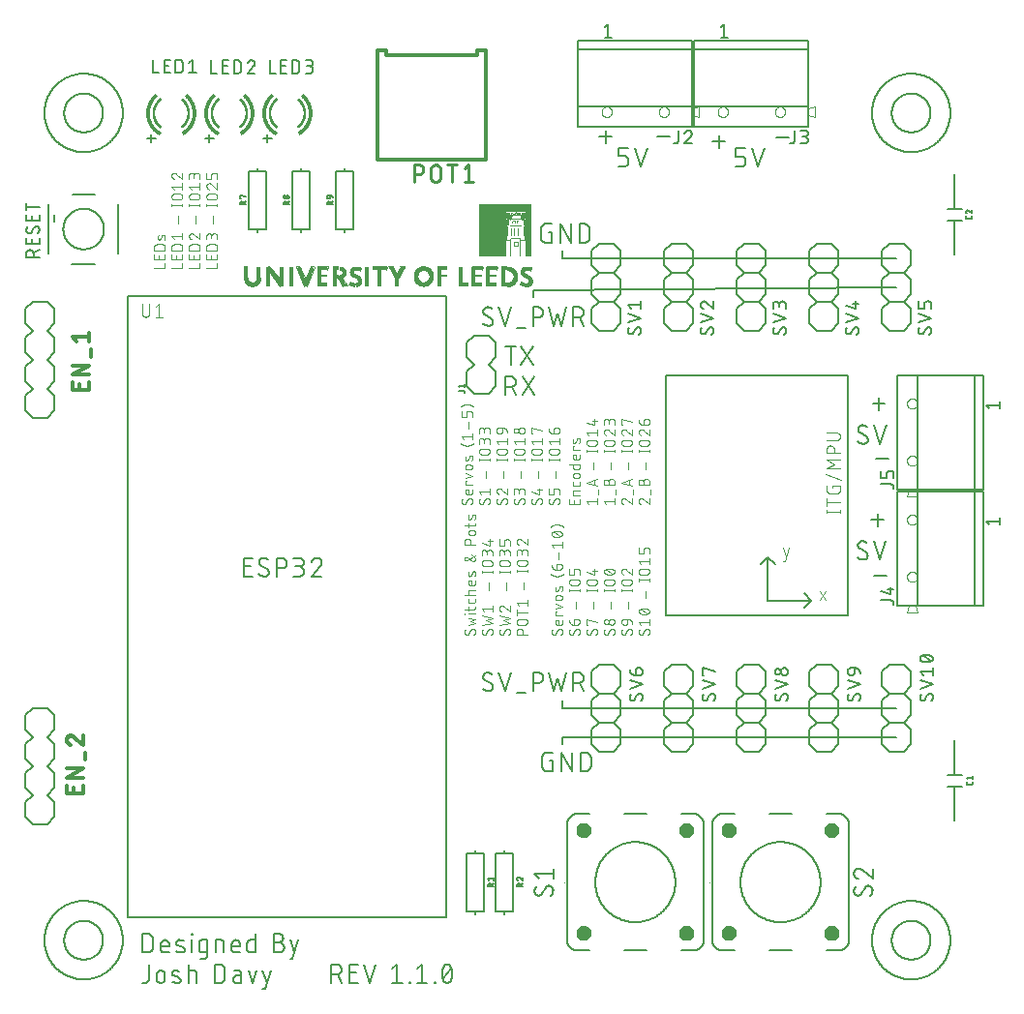
<source format=gbr>
G04 EAGLE Gerber RS-274X export*
G75*
%MOMM*%
%FSLAX34Y34*%
%LPD*%
%INSilkscreen Top*%
%IPPOS*%
%AMOC8*
5,1,8,0,0,1.08239X$1,22.5*%
G01*
%ADD10C,0.152400*%
%ADD11C,0.076200*%
%ADD12C,0.127000*%
%ADD13C,0.101600*%
%ADD14C,0.203200*%
%ADD15C,0.355600*%
%ADD16C,0.700000*%
%ADD17C,0.000000*%
%ADD18C,0.304800*%
%ADD19C,0.279400*%
%ADD20C,0.015238*%
%ADD21C,0.025400*%
%ADD22C,0.100000*%
%ADD23C,0.050000*%
%ADD24C,0.035000*%
%ADD25C,0.340000*%
%ADD26C,0.350000*%
%ADD27C,0.030000*%
%ADD28C,0.025000*%
%ADD29C,0.300000*%
%ADD30R,0.550000X4.650000*%
%ADD31R,0.150000X0.950000*%
%ADD32R,0.250000X0.500000*%
%ADD33R,1.550000X0.050000*%
%ADD34R,0.050000X0.200000*%
%ADD35R,0.225000X0.100000*%
%ADD36R,0.075000X0.750000*%
%ADD37R,0.075000X1.800000*%
%ADD38R,2.400000X4.650000*%
%ADD39R,1.700000X0.050000*%
%ADD40R,0.350000X0.600000*%
%ADD41R,0.100000X0.250000*%
%ADD42R,0.250000X0.100000*%
%ADD43R,0.100000X0.050000*%
%ADD44R,0.050000X0.100000*%
%ADD45R,0.050000X0.050000*%
%ADD46R,4.650000X0.800000*%
%ADD47R,0.075000X1.600000*%
%ADD48R,0.900000X0.075000*%
%ADD49R,0.500000X0.075000*%
%ADD50R,1.000000X0.075000*%
%ADD51R,0.350000X1.025000*%
%ADD52R,0.350000X1.050000*%
%ADD53R,0.350000X1.750000*%
%ADD54R,0.875000X0.275000*%
%ADD55R,0.950000X0.300000*%
%ADD56R,0.600000X0.350000*%
%ADD57R,0.350000X0.100000*%
%ADD58R,0.425000X0.050000*%
%ADD59R,0.300000X0.100000*%
%ADD60R,0.350000X1.000000*%
%ADD61R,0.375000X0.050000*%
%ADD62R,0.125000X0.125000*%
%ADD63R,0.325000X0.050000*%
%ADD64R,0.600000X0.300000*%
%ADD65R,0.175000X0.175000*%
%ADD66R,1.250000X0.300000*%
%ADD67R,0.150000X0.050000*%
%ADD68R,0.875000X0.300000*%
%ADD69R,0.100000X0.300000*%
%ADD70R,0.100000X0.275000*%
%ADD71R,0.100000X0.125000*%


D10*
X38100Y692150D02*
X38100Y698500D01*
X482600Y660400D02*
X774700Y660400D01*
X482600Y660400D02*
X482600Y666750D01*
X456844Y632308D02*
X774700Y635000D01*
X456844Y632308D02*
X456844Y625958D01*
X470126Y683045D02*
X472835Y683045D01*
X472835Y674014D01*
X467416Y674014D01*
X467416Y674015D02*
X467298Y674017D01*
X467180Y674023D01*
X467062Y674032D01*
X466945Y674046D01*
X466828Y674063D01*
X466711Y674084D01*
X466596Y674109D01*
X466481Y674138D01*
X466367Y674171D01*
X466255Y674207D01*
X466144Y674247D01*
X466034Y674290D01*
X465925Y674337D01*
X465818Y674387D01*
X465713Y674442D01*
X465610Y674499D01*
X465509Y674560D01*
X465409Y674624D01*
X465312Y674691D01*
X465217Y674761D01*
X465125Y674835D01*
X465034Y674911D01*
X464947Y674991D01*
X464862Y675073D01*
X464780Y675158D01*
X464700Y675245D01*
X464624Y675336D01*
X464550Y675428D01*
X464480Y675523D01*
X464413Y675620D01*
X464349Y675720D01*
X464288Y675821D01*
X464231Y675924D01*
X464176Y676029D01*
X464126Y676136D01*
X464079Y676245D01*
X464036Y676355D01*
X463996Y676466D01*
X463960Y676578D01*
X463927Y676692D01*
X463898Y676807D01*
X463873Y676922D01*
X463852Y677039D01*
X463835Y677156D01*
X463821Y677273D01*
X463812Y677391D01*
X463806Y677509D01*
X463804Y677627D01*
X463804Y686658D01*
X463806Y686776D01*
X463812Y686894D01*
X463821Y687012D01*
X463835Y687129D01*
X463852Y687246D01*
X463873Y687363D01*
X463898Y687478D01*
X463927Y687593D01*
X463960Y687707D01*
X463996Y687819D01*
X464036Y687930D01*
X464079Y688040D01*
X464126Y688149D01*
X464176Y688256D01*
X464230Y688361D01*
X464288Y688464D01*
X464349Y688565D01*
X464413Y688665D01*
X464480Y688762D01*
X464550Y688857D01*
X464624Y688949D01*
X464700Y689040D01*
X464780Y689127D01*
X464862Y689212D01*
X464947Y689294D01*
X465034Y689374D01*
X465125Y689450D01*
X465217Y689524D01*
X465312Y689594D01*
X465409Y689661D01*
X465509Y689725D01*
X465610Y689786D01*
X465713Y689843D01*
X465818Y689897D01*
X465925Y689948D01*
X466034Y689995D01*
X466144Y690038D01*
X466255Y690078D01*
X466367Y690114D01*
X466481Y690147D01*
X466596Y690176D01*
X466711Y690201D01*
X466828Y690222D01*
X466945Y690239D01*
X467062Y690253D01*
X467180Y690262D01*
X467298Y690268D01*
X467416Y690270D01*
X472835Y690270D01*
X480477Y690270D02*
X480477Y674014D01*
X489508Y674014D02*
X480477Y690270D01*
X489508Y690270D02*
X489508Y674014D01*
X497151Y674014D02*
X497151Y690270D01*
X501666Y690270D01*
X501666Y690271D02*
X501797Y690269D01*
X501929Y690263D01*
X502060Y690254D01*
X502190Y690240D01*
X502321Y690223D01*
X502450Y690202D01*
X502579Y690178D01*
X502707Y690149D01*
X502835Y690117D01*
X502961Y690081D01*
X503086Y690042D01*
X503211Y689999D01*
X503333Y689952D01*
X503455Y689902D01*
X503575Y689848D01*
X503693Y689791D01*
X503809Y689730D01*
X503924Y689666D01*
X504037Y689599D01*
X504148Y689528D01*
X504256Y689454D01*
X504363Y689377D01*
X504467Y689297D01*
X504569Y689214D01*
X504668Y689129D01*
X504765Y689040D01*
X504859Y688948D01*
X504951Y688854D01*
X505040Y688757D01*
X505125Y688658D01*
X505208Y688556D01*
X505288Y688452D01*
X505365Y688345D01*
X505439Y688237D01*
X505510Y688126D01*
X505577Y688013D01*
X505641Y687898D01*
X505702Y687782D01*
X505759Y687664D01*
X505813Y687544D01*
X505863Y687422D01*
X505910Y687300D01*
X505953Y687175D01*
X505992Y687050D01*
X506028Y686924D01*
X506060Y686796D01*
X506089Y686668D01*
X506113Y686539D01*
X506134Y686410D01*
X506151Y686279D01*
X506165Y686149D01*
X506174Y686018D01*
X506180Y685886D01*
X506182Y685755D01*
X506182Y678530D01*
X506180Y678399D01*
X506174Y678267D01*
X506165Y678136D01*
X506151Y678006D01*
X506134Y677875D01*
X506113Y677746D01*
X506089Y677617D01*
X506060Y677489D01*
X506028Y677361D01*
X505992Y677235D01*
X505953Y677110D01*
X505910Y676985D01*
X505863Y676863D01*
X505813Y676741D01*
X505759Y676621D01*
X505702Y676503D01*
X505641Y676387D01*
X505577Y676272D01*
X505510Y676159D01*
X505439Y676048D01*
X505365Y675940D01*
X505288Y675833D01*
X505208Y675729D01*
X505125Y675627D01*
X505040Y675528D01*
X504951Y675431D01*
X504859Y675337D01*
X504765Y675245D01*
X504668Y675156D01*
X504569Y675071D01*
X504467Y674988D01*
X504363Y674908D01*
X504256Y674831D01*
X504148Y674757D01*
X504037Y674686D01*
X503924Y674619D01*
X503809Y674555D01*
X503693Y674494D01*
X503575Y674437D01*
X503455Y674383D01*
X503333Y674333D01*
X503211Y674286D01*
X503086Y674243D01*
X502961Y674204D01*
X502835Y674168D01*
X502707Y674136D01*
X502579Y674107D01*
X502450Y674083D01*
X502320Y674062D01*
X502190Y674045D01*
X502060Y674031D01*
X501929Y674022D01*
X501797Y674016D01*
X501666Y674014D01*
X497151Y674014D01*
X421598Y285044D02*
X421596Y284926D01*
X421590Y284808D01*
X421581Y284690D01*
X421567Y284573D01*
X421550Y284456D01*
X421529Y284339D01*
X421504Y284224D01*
X421475Y284109D01*
X421442Y283995D01*
X421406Y283883D01*
X421366Y283772D01*
X421323Y283662D01*
X421276Y283553D01*
X421226Y283446D01*
X421171Y283341D01*
X421114Y283238D01*
X421053Y283137D01*
X420989Y283037D01*
X420922Y282940D01*
X420852Y282845D01*
X420778Y282753D01*
X420702Y282662D01*
X420622Y282575D01*
X420540Y282490D01*
X420455Y282408D01*
X420368Y282328D01*
X420277Y282252D01*
X420185Y282178D01*
X420090Y282108D01*
X419993Y282041D01*
X419893Y281977D01*
X419792Y281916D01*
X419689Y281859D01*
X419584Y281804D01*
X419477Y281754D01*
X419368Y281707D01*
X419258Y281664D01*
X419147Y281624D01*
X419035Y281588D01*
X418921Y281555D01*
X418806Y281526D01*
X418691Y281501D01*
X418574Y281480D01*
X418457Y281463D01*
X418340Y281449D01*
X418222Y281440D01*
X418104Y281434D01*
X417986Y281432D01*
X417803Y281434D01*
X417621Y281441D01*
X417439Y281452D01*
X417257Y281467D01*
X417075Y281487D01*
X416894Y281510D01*
X416714Y281539D01*
X416534Y281571D01*
X416355Y281608D01*
X416178Y281649D01*
X416001Y281695D01*
X415825Y281744D01*
X415651Y281798D01*
X415477Y281856D01*
X415306Y281918D01*
X415136Y281984D01*
X414967Y282055D01*
X414800Y282129D01*
X414635Y282207D01*
X414472Y282289D01*
X414311Y282375D01*
X414152Y282465D01*
X413995Y282559D01*
X413841Y282656D01*
X413689Y282757D01*
X413539Y282862D01*
X413392Y282970D01*
X413248Y283081D01*
X413106Y283196D01*
X412967Y283315D01*
X412831Y283437D01*
X412698Y283562D01*
X412568Y283690D01*
X413019Y294076D02*
X413021Y294194D01*
X413027Y294312D01*
X413036Y294430D01*
X413050Y294547D01*
X413067Y294664D01*
X413088Y294781D01*
X413113Y294896D01*
X413142Y295011D01*
X413175Y295125D01*
X413211Y295237D01*
X413251Y295348D01*
X413294Y295458D01*
X413341Y295567D01*
X413391Y295674D01*
X413446Y295779D01*
X413503Y295882D01*
X413564Y295983D01*
X413628Y296083D01*
X413695Y296180D01*
X413765Y296275D01*
X413839Y296367D01*
X413915Y296458D01*
X413995Y296545D01*
X414077Y296630D01*
X414162Y296712D01*
X414249Y296792D01*
X414340Y296868D01*
X414432Y296942D01*
X414527Y297012D01*
X414624Y297079D01*
X414724Y297143D01*
X414825Y297204D01*
X414928Y297262D01*
X415033Y297316D01*
X415140Y297366D01*
X415249Y297413D01*
X415359Y297457D01*
X415470Y297496D01*
X415583Y297532D01*
X415696Y297565D01*
X415811Y297594D01*
X415926Y297619D01*
X416043Y297640D01*
X416160Y297657D01*
X416277Y297671D01*
X416395Y297680D01*
X416513Y297686D01*
X416631Y297688D01*
X416792Y297686D01*
X416954Y297680D01*
X417115Y297671D01*
X417276Y297657D01*
X417436Y297640D01*
X417596Y297619D01*
X417756Y297594D01*
X417915Y297565D01*
X418073Y297533D01*
X418230Y297497D01*
X418386Y297457D01*
X418542Y297413D01*
X418696Y297365D01*
X418849Y297314D01*
X419001Y297260D01*
X419152Y297201D01*
X419301Y297140D01*
X419448Y297074D01*
X419594Y297005D01*
X419739Y296933D01*
X419881Y296857D01*
X420022Y296778D01*
X420161Y296696D01*
X420297Y296610D01*
X420432Y296521D01*
X420565Y296429D01*
X420695Y296333D01*
X414824Y290915D02*
X414723Y290977D01*
X414623Y291042D01*
X414526Y291111D01*
X414431Y291183D01*
X414338Y291257D01*
X414248Y291335D01*
X414160Y291416D01*
X414075Y291499D01*
X413993Y291585D01*
X413914Y291674D01*
X413837Y291765D01*
X413764Y291859D01*
X413693Y291955D01*
X413626Y292053D01*
X413562Y292153D01*
X413501Y292256D01*
X413444Y292360D01*
X413390Y292466D01*
X413340Y292574D01*
X413293Y292683D01*
X413249Y292794D01*
X413209Y292906D01*
X413173Y293020D01*
X413141Y293134D01*
X413112Y293250D01*
X413087Y293366D01*
X413066Y293483D01*
X413049Y293601D01*
X413035Y293719D01*
X413026Y293838D01*
X413020Y293957D01*
X413018Y294076D01*
X419792Y288205D02*
X419893Y288143D01*
X419993Y288078D01*
X420090Y288009D01*
X420185Y287937D01*
X420278Y287863D01*
X420368Y287785D01*
X420456Y287704D01*
X420541Y287621D01*
X420623Y287535D01*
X420702Y287446D01*
X420779Y287355D01*
X420852Y287261D01*
X420923Y287165D01*
X420990Y287067D01*
X421054Y286967D01*
X421115Y286864D01*
X421172Y286760D01*
X421226Y286654D01*
X421276Y286546D01*
X421323Y286437D01*
X421367Y286326D01*
X421407Y286214D01*
X421443Y286100D01*
X421475Y285986D01*
X421504Y285870D01*
X421529Y285754D01*
X421550Y285637D01*
X421567Y285519D01*
X421581Y285401D01*
X421590Y285282D01*
X421596Y285163D01*
X421598Y285044D01*
X419792Y288205D02*
X414825Y290915D01*
X426774Y297688D02*
X432193Y281432D01*
X437612Y297688D01*
X442649Y279626D02*
X449873Y279626D01*
X456546Y281432D02*
X456546Y297688D01*
X461061Y297688D01*
X461194Y297686D01*
X461326Y297680D01*
X461458Y297670D01*
X461590Y297657D01*
X461722Y297639D01*
X461852Y297618D01*
X461983Y297593D01*
X462112Y297564D01*
X462240Y297531D01*
X462368Y297495D01*
X462494Y297455D01*
X462619Y297411D01*
X462743Y297363D01*
X462865Y297312D01*
X462986Y297257D01*
X463105Y297199D01*
X463223Y297137D01*
X463338Y297072D01*
X463452Y297003D01*
X463563Y296932D01*
X463672Y296856D01*
X463779Y296778D01*
X463884Y296697D01*
X463986Y296612D01*
X464086Y296525D01*
X464183Y296435D01*
X464278Y296342D01*
X464369Y296246D01*
X464458Y296148D01*
X464544Y296047D01*
X464627Y295943D01*
X464707Y295837D01*
X464783Y295729D01*
X464857Y295619D01*
X464927Y295506D01*
X464994Y295392D01*
X465057Y295275D01*
X465117Y295157D01*
X465174Y295037D01*
X465227Y294915D01*
X465276Y294792D01*
X465322Y294668D01*
X465364Y294542D01*
X465402Y294415D01*
X465437Y294287D01*
X465468Y294158D01*
X465495Y294029D01*
X465518Y293898D01*
X465538Y293767D01*
X465553Y293635D01*
X465565Y293503D01*
X465573Y293371D01*
X465577Y293238D01*
X465577Y293106D01*
X465573Y292973D01*
X465565Y292841D01*
X465553Y292709D01*
X465538Y292577D01*
X465518Y292446D01*
X465495Y292315D01*
X465468Y292186D01*
X465437Y292057D01*
X465402Y291929D01*
X465364Y291802D01*
X465322Y291676D01*
X465276Y291552D01*
X465227Y291429D01*
X465174Y291307D01*
X465117Y291187D01*
X465057Y291069D01*
X464994Y290952D01*
X464927Y290838D01*
X464857Y290725D01*
X464783Y290615D01*
X464707Y290507D01*
X464627Y290401D01*
X464544Y290297D01*
X464458Y290196D01*
X464369Y290098D01*
X464278Y290002D01*
X464183Y289909D01*
X464086Y289819D01*
X463986Y289732D01*
X463884Y289647D01*
X463779Y289566D01*
X463672Y289488D01*
X463563Y289412D01*
X463452Y289341D01*
X463338Y289272D01*
X463223Y289207D01*
X463105Y289145D01*
X462986Y289087D01*
X462865Y289032D01*
X462743Y288981D01*
X462619Y288933D01*
X462494Y288889D01*
X462368Y288849D01*
X462240Y288813D01*
X462112Y288780D01*
X461983Y288751D01*
X461852Y288726D01*
X461722Y288705D01*
X461590Y288687D01*
X461458Y288674D01*
X461326Y288664D01*
X461194Y288658D01*
X461061Y288656D01*
X461061Y288657D02*
X456546Y288657D01*
X470820Y297688D02*
X474432Y281432D01*
X478044Y292269D01*
X481657Y281432D01*
X485269Y297688D01*
X491857Y297688D02*
X491857Y281432D01*
X491857Y297688D02*
X496372Y297688D01*
X496505Y297686D01*
X496637Y297680D01*
X496769Y297670D01*
X496901Y297657D01*
X497033Y297639D01*
X497163Y297618D01*
X497294Y297593D01*
X497423Y297564D01*
X497551Y297531D01*
X497679Y297495D01*
X497805Y297455D01*
X497930Y297411D01*
X498054Y297363D01*
X498176Y297312D01*
X498297Y297257D01*
X498416Y297199D01*
X498534Y297137D01*
X498649Y297072D01*
X498763Y297003D01*
X498874Y296932D01*
X498983Y296856D01*
X499090Y296778D01*
X499195Y296697D01*
X499297Y296612D01*
X499397Y296525D01*
X499494Y296435D01*
X499589Y296342D01*
X499680Y296246D01*
X499769Y296148D01*
X499855Y296047D01*
X499938Y295943D01*
X500018Y295837D01*
X500094Y295729D01*
X500168Y295619D01*
X500238Y295506D01*
X500305Y295392D01*
X500368Y295275D01*
X500428Y295157D01*
X500485Y295037D01*
X500538Y294915D01*
X500587Y294792D01*
X500633Y294668D01*
X500675Y294542D01*
X500713Y294415D01*
X500748Y294287D01*
X500779Y294158D01*
X500806Y294029D01*
X500829Y293898D01*
X500849Y293767D01*
X500864Y293635D01*
X500876Y293503D01*
X500884Y293371D01*
X500888Y293238D01*
X500888Y293106D01*
X500884Y292973D01*
X500876Y292841D01*
X500864Y292709D01*
X500849Y292577D01*
X500829Y292446D01*
X500806Y292315D01*
X500779Y292186D01*
X500748Y292057D01*
X500713Y291929D01*
X500675Y291802D01*
X500633Y291676D01*
X500587Y291552D01*
X500538Y291429D01*
X500485Y291307D01*
X500428Y291187D01*
X500368Y291069D01*
X500305Y290952D01*
X500238Y290838D01*
X500168Y290725D01*
X500094Y290615D01*
X500018Y290507D01*
X499938Y290401D01*
X499855Y290297D01*
X499769Y290196D01*
X499680Y290098D01*
X499589Y290002D01*
X499494Y289909D01*
X499397Y289819D01*
X499297Y289732D01*
X499195Y289647D01*
X499090Y289566D01*
X498983Y289488D01*
X498874Y289412D01*
X498763Y289341D01*
X498649Y289272D01*
X498534Y289207D01*
X498416Y289145D01*
X498297Y289087D01*
X498176Y289032D01*
X498054Y288981D01*
X497930Y288933D01*
X497805Y288889D01*
X497679Y288849D01*
X497551Y288813D01*
X497423Y288780D01*
X497294Y288751D01*
X497163Y288726D01*
X497033Y288705D01*
X496901Y288687D01*
X496769Y288674D01*
X496637Y288664D01*
X496505Y288658D01*
X496372Y288656D01*
X496372Y288657D02*
X491857Y288657D01*
X497276Y288657D02*
X500888Y281432D01*
X473891Y220613D02*
X471182Y220613D01*
X473891Y220613D02*
X473891Y211582D01*
X468473Y211582D01*
X468355Y211584D01*
X468237Y211590D01*
X468119Y211599D01*
X468002Y211613D01*
X467885Y211630D01*
X467768Y211651D01*
X467653Y211676D01*
X467538Y211705D01*
X467424Y211738D01*
X467312Y211774D01*
X467201Y211814D01*
X467091Y211857D01*
X466982Y211904D01*
X466875Y211954D01*
X466770Y212009D01*
X466667Y212066D01*
X466566Y212127D01*
X466466Y212191D01*
X466369Y212258D01*
X466274Y212328D01*
X466182Y212402D01*
X466091Y212478D01*
X466004Y212558D01*
X465919Y212640D01*
X465837Y212725D01*
X465757Y212812D01*
X465681Y212903D01*
X465607Y212995D01*
X465537Y213090D01*
X465470Y213187D01*
X465406Y213287D01*
X465345Y213388D01*
X465288Y213491D01*
X465233Y213596D01*
X465183Y213703D01*
X465136Y213812D01*
X465093Y213922D01*
X465053Y214033D01*
X465017Y214145D01*
X464984Y214259D01*
X464955Y214374D01*
X464930Y214489D01*
X464909Y214606D01*
X464892Y214723D01*
X464878Y214840D01*
X464869Y214958D01*
X464863Y215076D01*
X464861Y215194D01*
X464860Y215194D02*
X464860Y224226D01*
X464861Y224226D02*
X464863Y224344D01*
X464869Y224462D01*
X464878Y224580D01*
X464892Y224697D01*
X464909Y224814D01*
X464930Y224931D01*
X464955Y225046D01*
X464984Y225161D01*
X465017Y225275D01*
X465053Y225387D01*
X465093Y225498D01*
X465136Y225608D01*
X465183Y225717D01*
X465233Y225824D01*
X465287Y225929D01*
X465345Y226032D01*
X465406Y226133D01*
X465470Y226233D01*
X465537Y226330D01*
X465607Y226425D01*
X465681Y226517D01*
X465757Y226608D01*
X465837Y226695D01*
X465919Y226780D01*
X466004Y226862D01*
X466091Y226942D01*
X466182Y227018D01*
X466274Y227092D01*
X466369Y227162D01*
X466466Y227229D01*
X466566Y227293D01*
X466667Y227354D01*
X466770Y227411D01*
X466875Y227465D01*
X466982Y227516D01*
X467091Y227563D01*
X467201Y227606D01*
X467312Y227646D01*
X467424Y227682D01*
X467538Y227715D01*
X467653Y227744D01*
X467768Y227769D01*
X467885Y227790D01*
X468002Y227807D01*
X468119Y227821D01*
X468237Y227830D01*
X468355Y227836D01*
X468473Y227838D01*
X473891Y227838D01*
X481534Y227838D02*
X481534Y211582D01*
X490565Y211582D02*
X481534Y227838D01*
X490565Y227838D02*
X490565Y211582D01*
X498207Y211582D02*
X498207Y227838D01*
X502722Y227838D01*
X502853Y227836D01*
X502985Y227830D01*
X503116Y227821D01*
X503246Y227807D01*
X503377Y227790D01*
X503506Y227769D01*
X503635Y227745D01*
X503763Y227716D01*
X503891Y227684D01*
X504017Y227648D01*
X504142Y227609D01*
X504267Y227566D01*
X504389Y227519D01*
X504511Y227469D01*
X504631Y227415D01*
X504749Y227358D01*
X504865Y227297D01*
X504980Y227233D01*
X505093Y227166D01*
X505204Y227095D01*
X505312Y227021D01*
X505419Y226944D01*
X505523Y226864D01*
X505625Y226781D01*
X505724Y226696D01*
X505821Y226607D01*
X505915Y226515D01*
X506007Y226421D01*
X506096Y226324D01*
X506181Y226225D01*
X506264Y226123D01*
X506344Y226019D01*
X506421Y225912D01*
X506495Y225804D01*
X506566Y225693D01*
X506633Y225580D01*
X506697Y225465D01*
X506758Y225349D01*
X506815Y225231D01*
X506869Y225111D01*
X506919Y224989D01*
X506966Y224867D01*
X507009Y224742D01*
X507048Y224617D01*
X507084Y224491D01*
X507116Y224363D01*
X507145Y224235D01*
X507169Y224106D01*
X507190Y223977D01*
X507207Y223846D01*
X507221Y223716D01*
X507230Y223585D01*
X507236Y223453D01*
X507238Y223322D01*
X507238Y216098D01*
X507236Y215967D01*
X507230Y215835D01*
X507221Y215704D01*
X507207Y215574D01*
X507190Y215443D01*
X507169Y215314D01*
X507145Y215185D01*
X507116Y215057D01*
X507084Y214929D01*
X507048Y214803D01*
X507009Y214678D01*
X506966Y214553D01*
X506919Y214431D01*
X506869Y214309D01*
X506815Y214189D01*
X506758Y214071D01*
X506697Y213955D01*
X506633Y213840D01*
X506566Y213727D01*
X506495Y213616D01*
X506421Y213508D01*
X506344Y213401D01*
X506264Y213297D01*
X506181Y213195D01*
X506096Y213096D01*
X506007Y212999D01*
X505915Y212905D01*
X505821Y212813D01*
X505724Y212724D01*
X505625Y212639D01*
X505523Y212556D01*
X505419Y212476D01*
X505312Y212399D01*
X505204Y212325D01*
X505093Y212254D01*
X504980Y212187D01*
X504865Y212123D01*
X504749Y212062D01*
X504631Y212005D01*
X504511Y211951D01*
X504389Y211901D01*
X504267Y211854D01*
X504142Y211811D01*
X504017Y211772D01*
X503891Y211736D01*
X503763Y211704D01*
X503635Y211675D01*
X503506Y211651D01*
X503376Y211630D01*
X503246Y211613D01*
X503116Y211599D01*
X502985Y211590D01*
X502853Y211584D01*
X502722Y211582D01*
X498207Y211582D01*
X470606Y111127D02*
X470724Y111125D01*
X470842Y111119D01*
X470960Y111110D01*
X471077Y111096D01*
X471194Y111079D01*
X471311Y111058D01*
X471426Y111033D01*
X471541Y111004D01*
X471655Y110971D01*
X471767Y110935D01*
X471878Y110895D01*
X471988Y110852D01*
X472097Y110805D01*
X472204Y110755D01*
X472309Y110700D01*
X472412Y110643D01*
X472513Y110582D01*
X472613Y110518D01*
X472710Y110451D01*
X472805Y110381D01*
X472897Y110307D01*
X472988Y110231D01*
X473075Y110151D01*
X473160Y110069D01*
X473242Y109984D01*
X473322Y109897D01*
X473398Y109806D01*
X473472Y109714D01*
X473542Y109619D01*
X473609Y109522D01*
X473673Y109422D01*
X473734Y109321D01*
X473791Y109218D01*
X473846Y109113D01*
X473896Y109006D01*
X473943Y108897D01*
X473986Y108787D01*
X474026Y108676D01*
X474062Y108564D01*
X474095Y108450D01*
X474124Y108335D01*
X474149Y108220D01*
X474170Y108103D01*
X474187Y107986D01*
X474201Y107869D01*
X474210Y107751D01*
X474216Y107633D01*
X474218Y107515D01*
X474216Y107332D01*
X474209Y107150D01*
X474198Y106968D01*
X474183Y106786D01*
X474163Y106604D01*
X474140Y106423D01*
X474111Y106243D01*
X474079Y106063D01*
X474042Y105884D01*
X474001Y105707D01*
X473955Y105530D01*
X473906Y105354D01*
X473852Y105180D01*
X473794Y105006D01*
X473732Y104835D01*
X473666Y104665D01*
X473595Y104496D01*
X473521Y104329D01*
X473443Y104164D01*
X473361Y104001D01*
X473275Y103840D01*
X473185Y103681D01*
X473091Y103524D01*
X472994Y103370D01*
X472893Y103218D01*
X472788Y103068D01*
X472680Y102921D01*
X472569Y102777D01*
X472454Y102635D01*
X472335Y102496D01*
X472213Y102360D01*
X472088Y102227D01*
X471960Y102097D01*
X461574Y102549D02*
X461456Y102551D01*
X461338Y102557D01*
X461220Y102566D01*
X461103Y102580D01*
X460986Y102597D01*
X460869Y102618D01*
X460754Y102643D01*
X460639Y102672D01*
X460525Y102705D01*
X460413Y102741D01*
X460302Y102781D01*
X460192Y102824D01*
X460083Y102871D01*
X459976Y102921D01*
X459871Y102976D01*
X459768Y103033D01*
X459667Y103094D01*
X459567Y103158D01*
X459470Y103225D01*
X459375Y103295D01*
X459283Y103369D01*
X459192Y103445D01*
X459105Y103525D01*
X459020Y103607D01*
X458938Y103692D01*
X458858Y103779D01*
X458782Y103870D01*
X458708Y103962D01*
X458638Y104057D01*
X458571Y104154D01*
X458507Y104254D01*
X458446Y104355D01*
X458389Y104458D01*
X458334Y104563D01*
X458284Y104670D01*
X458237Y104779D01*
X458194Y104889D01*
X458154Y105000D01*
X458118Y105112D01*
X458085Y105226D01*
X458056Y105341D01*
X458031Y105456D01*
X458010Y105573D01*
X457993Y105690D01*
X457979Y105807D01*
X457970Y105925D01*
X457964Y106043D01*
X457962Y106161D01*
X457964Y106322D01*
X457970Y106484D01*
X457979Y106645D01*
X457993Y106806D01*
X458010Y106966D01*
X458031Y107126D01*
X458056Y107286D01*
X458085Y107445D01*
X458117Y107603D01*
X458153Y107760D01*
X458193Y107916D01*
X458237Y108072D01*
X458285Y108226D01*
X458336Y108379D01*
X458390Y108531D01*
X458449Y108682D01*
X458510Y108831D01*
X458576Y108978D01*
X458645Y109124D01*
X458717Y109269D01*
X458793Y109411D01*
X458872Y109552D01*
X458954Y109691D01*
X459040Y109827D01*
X459129Y109962D01*
X459221Y110095D01*
X459317Y110225D01*
X464735Y104354D02*
X464673Y104253D01*
X464608Y104153D01*
X464539Y104056D01*
X464467Y103961D01*
X464393Y103868D01*
X464315Y103778D01*
X464234Y103690D01*
X464151Y103605D01*
X464065Y103523D01*
X463976Y103444D01*
X463885Y103367D01*
X463791Y103294D01*
X463695Y103223D01*
X463597Y103156D01*
X463497Y103092D01*
X463394Y103031D01*
X463290Y102974D01*
X463184Y102920D01*
X463076Y102870D01*
X462967Y102823D01*
X462856Y102779D01*
X462744Y102739D01*
X462630Y102703D01*
X462516Y102671D01*
X462400Y102642D01*
X462284Y102617D01*
X462167Y102596D01*
X462049Y102579D01*
X461931Y102565D01*
X461812Y102556D01*
X461693Y102550D01*
X461574Y102548D01*
X467445Y109322D02*
X467507Y109423D01*
X467572Y109523D01*
X467641Y109620D01*
X467713Y109715D01*
X467787Y109808D01*
X467865Y109898D01*
X467946Y109986D01*
X468029Y110071D01*
X468115Y110153D01*
X468204Y110232D01*
X468295Y110309D01*
X468389Y110382D01*
X468485Y110453D01*
X468583Y110520D01*
X468683Y110584D01*
X468786Y110645D01*
X468890Y110702D01*
X468996Y110756D01*
X469104Y110806D01*
X469213Y110853D01*
X469324Y110897D01*
X469436Y110937D01*
X469550Y110973D01*
X469664Y111005D01*
X469780Y111034D01*
X469896Y111059D01*
X470013Y111080D01*
X470131Y111097D01*
X470249Y111111D01*
X470368Y111120D01*
X470487Y111126D01*
X470606Y111128D01*
X467445Y109322D02*
X464735Y104354D01*
X461574Y117207D02*
X457962Y121722D01*
X474218Y121722D01*
X474218Y117207D02*
X474218Y126238D01*
X750006Y111127D02*
X750124Y111125D01*
X750242Y111119D01*
X750360Y111110D01*
X750477Y111096D01*
X750594Y111079D01*
X750711Y111058D01*
X750826Y111033D01*
X750941Y111004D01*
X751055Y110971D01*
X751167Y110935D01*
X751278Y110895D01*
X751388Y110852D01*
X751497Y110805D01*
X751604Y110755D01*
X751709Y110700D01*
X751812Y110643D01*
X751913Y110582D01*
X752013Y110518D01*
X752110Y110451D01*
X752205Y110381D01*
X752297Y110307D01*
X752388Y110231D01*
X752475Y110151D01*
X752560Y110069D01*
X752642Y109984D01*
X752722Y109897D01*
X752798Y109806D01*
X752872Y109714D01*
X752942Y109619D01*
X753009Y109522D01*
X753073Y109422D01*
X753134Y109321D01*
X753191Y109218D01*
X753246Y109113D01*
X753296Y109006D01*
X753343Y108897D01*
X753386Y108787D01*
X753426Y108676D01*
X753462Y108564D01*
X753495Y108450D01*
X753524Y108335D01*
X753549Y108220D01*
X753570Y108103D01*
X753587Y107986D01*
X753601Y107869D01*
X753610Y107751D01*
X753616Y107633D01*
X753618Y107515D01*
X753616Y107332D01*
X753609Y107150D01*
X753598Y106968D01*
X753583Y106786D01*
X753563Y106604D01*
X753540Y106423D01*
X753511Y106243D01*
X753479Y106063D01*
X753442Y105884D01*
X753401Y105707D01*
X753355Y105530D01*
X753306Y105354D01*
X753252Y105180D01*
X753194Y105006D01*
X753132Y104835D01*
X753066Y104665D01*
X752995Y104496D01*
X752921Y104329D01*
X752843Y104164D01*
X752761Y104001D01*
X752675Y103840D01*
X752585Y103681D01*
X752491Y103524D01*
X752394Y103370D01*
X752293Y103218D01*
X752188Y103068D01*
X752080Y102921D01*
X751969Y102777D01*
X751854Y102635D01*
X751735Y102496D01*
X751613Y102360D01*
X751488Y102227D01*
X751360Y102097D01*
X740974Y102549D02*
X740856Y102551D01*
X740738Y102557D01*
X740620Y102566D01*
X740503Y102580D01*
X740386Y102597D01*
X740269Y102618D01*
X740154Y102643D01*
X740039Y102672D01*
X739925Y102705D01*
X739813Y102741D01*
X739702Y102781D01*
X739592Y102824D01*
X739483Y102871D01*
X739376Y102921D01*
X739271Y102976D01*
X739168Y103033D01*
X739067Y103094D01*
X738967Y103158D01*
X738870Y103225D01*
X738775Y103295D01*
X738683Y103369D01*
X738592Y103445D01*
X738505Y103525D01*
X738420Y103607D01*
X738338Y103692D01*
X738258Y103779D01*
X738182Y103870D01*
X738108Y103962D01*
X738038Y104057D01*
X737971Y104154D01*
X737907Y104254D01*
X737846Y104355D01*
X737789Y104458D01*
X737734Y104563D01*
X737684Y104670D01*
X737637Y104779D01*
X737594Y104889D01*
X737554Y105000D01*
X737518Y105112D01*
X737485Y105226D01*
X737456Y105341D01*
X737431Y105456D01*
X737410Y105573D01*
X737393Y105690D01*
X737379Y105807D01*
X737370Y105925D01*
X737364Y106043D01*
X737362Y106161D01*
X737364Y106322D01*
X737370Y106484D01*
X737379Y106645D01*
X737393Y106806D01*
X737410Y106966D01*
X737431Y107126D01*
X737456Y107286D01*
X737485Y107445D01*
X737517Y107603D01*
X737553Y107760D01*
X737593Y107916D01*
X737637Y108072D01*
X737685Y108226D01*
X737736Y108379D01*
X737790Y108531D01*
X737849Y108682D01*
X737910Y108831D01*
X737976Y108978D01*
X738045Y109124D01*
X738117Y109269D01*
X738193Y109411D01*
X738272Y109552D01*
X738354Y109691D01*
X738440Y109827D01*
X738529Y109962D01*
X738621Y110095D01*
X738717Y110225D01*
X744135Y104354D02*
X744073Y104253D01*
X744008Y104153D01*
X743939Y104056D01*
X743867Y103961D01*
X743793Y103868D01*
X743715Y103778D01*
X743634Y103690D01*
X743551Y103605D01*
X743465Y103523D01*
X743376Y103444D01*
X743285Y103367D01*
X743191Y103294D01*
X743095Y103223D01*
X742997Y103156D01*
X742897Y103092D01*
X742794Y103031D01*
X742690Y102974D01*
X742584Y102920D01*
X742476Y102870D01*
X742367Y102823D01*
X742256Y102779D01*
X742144Y102739D01*
X742030Y102703D01*
X741916Y102671D01*
X741800Y102642D01*
X741684Y102617D01*
X741567Y102596D01*
X741449Y102579D01*
X741331Y102565D01*
X741212Y102556D01*
X741093Y102550D01*
X740974Y102548D01*
X746845Y109322D02*
X746907Y109423D01*
X746972Y109523D01*
X747041Y109620D01*
X747113Y109715D01*
X747187Y109808D01*
X747265Y109898D01*
X747346Y109986D01*
X747429Y110071D01*
X747515Y110153D01*
X747604Y110232D01*
X747695Y110309D01*
X747789Y110382D01*
X747885Y110453D01*
X747983Y110520D01*
X748083Y110584D01*
X748186Y110645D01*
X748290Y110702D01*
X748396Y110756D01*
X748504Y110806D01*
X748613Y110853D01*
X748724Y110897D01*
X748836Y110937D01*
X748950Y110973D01*
X749064Y111005D01*
X749180Y111034D01*
X749296Y111059D01*
X749413Y111080D01*
X749531Y111097D01*
X749649Y111111D01*
X749768Y111120D01*
X749887Y111126D01*
X750006Y111128D01*
X746845Y109322D02*
X744135Y104354D01*
X737362Y122174D02*
X737364Y122299D01*
X737370Y122424D01*
X737379Y122549D01*
X737393Y122673D01*
X737410Y122797D01*
X737431Y122921D01*
X737456Y123043D01*
X737485Y123165D01*
X737517Y123286D01*
X737553Y123406D01*
X737593Y123525D01*
X737636Y123642D01*
X737683Y123758D01*
X737734Y123873D01*
X737788Y123985D01*
X737846Y124097D01*
X737906Y124206D01*
X737971Y124313D01*
X738038Y124419D01*
X738109Y124522D01*
X738183Y124623D01*
X738260Y124722D01*
X738340Y124818D01*
X738423Y124912D01*
X738508Y125003D01*
X738597Y125092D01*
X738688Y125177D01*
X738782Y125260D01*
X738878Y125340D01*
X738977Y125417D01*
X739078Y125491D01*
X739181Y125562D01*
X739287Y125629D01*
X739394Y125694D01*
X739503Y125754D01*
X739615Y125812D01*
X739727Y125866D01*
X739842Y125917D01*
X739958Y125964D01*
X740075Y126007D01*
X740194Y126047D01*
X740314Y126083D01*
X740435Y126115D01*
X740557Y126144D01*
X740679Y126169D01*
X740803Y126190D01*
X740927Y126207D01*
X741051Y126221D01*
X741176Y126230D01*
X741301Y126236D01*
X741426Y126238D01*
X737362Y122174D02*
X737364Y122031D01*
X737370Y121889D01*
X737380Y121746D01*
X737393Y121604D01*
X737411Y121463D01*
X737432Y121321D01*
X737457Y121181D01*
X737486Y121041D01*
X737519Y120902D01*
X737556Y120764D01*
X737596Y120627D01*
X737640Y120492D01*
X737688Y120357D01*
X737740Y120224D01*
X737795Y120092D01*
X737854Y119962D01*
X737916Y119834D01*
X737982Y119707D01*
X738051Y119582D01*
X738123Y119459D01*
X738199Y119338D01*
X738278Y119220D01*
X738361Y119103D01*
X738446Y118989D01*
X738535Y118877D01*
X738626Y118768D01*
X738721Y118661D01*
X738818Y118556D01*
X738919Y118455D01*
X739022Y118356D01*
X739127Y118260D01*
X739236Y118167D01*
X739347Y118077D01*
X739460Y117990D01*
X739575Y117906D01*
X739693Y117826D01*
X739813Y117748D01*
X739935Y117674D01*
X740059Y117604D01*
X740185Y117536D01*
X740313Y117473D01*
X740442Y117412D01*
X740573Y117355D01*
X740705Y117302D01*
X740839Y117253D01*
X740974Y117207D01*
X744587Y124883D02*
X744495Y124977D01*
X744401Y125067D01*
X744304Y125155D01*
X744204Y125240D01*
X744102Y125322D01*
X743997Y125400D01*
X743890Y125476D01*
X743781Y125548D01*
X743670Y125617D01*
X743556Y125683D01*
X743441Y125745D01*
X743324Y125804D01*
X743205Y125859D01*
X743085Y125910D01*
X742963Y125958D01*
X742840Y126003D01*
X742716Y126043D01*
X742590Y126080D01*
X742463Y126113D01*
X742336Y126142D01*
X742207Y126168D01*
X742078Y126189D01*
X741948Y126207D01*
X741818Y126220D01*
X741688Y126230D01*
X741557Y126236D01*
X741426Y126238D01*
X744587Y124883D02*
X753618Y117207D01*
X753618Y126238D01*
X211187Y381762D02*
X203962Y381762D01*
X203962Y398018D01*
X211187Y398018D01*
X209381Y390793D02*
X203962Y390793D01*
X221856Y381762D02*
X221974Y381764D01*
X222092Y381770D01*
X222210Y381779D01*
X222327Y381793D01*
X222444Y381810D01*
X222561Y381831D01*
X222676Y381856D01*
X222791Y381885D01*
X222905Y381918D01*
X223017Y381954D01*
X223128Y381994D01*
X223238Y382037D01*
X223347Y382084D01*
X223454Y382134D01*
X223559Y382189D01*
X223662Y382246D01*
X223763Y382307D01*
X223863Y382371D01*
X223960Y382438D01*
X224055Y382508D01*
X224147Y382582D01*
X224238Y382658D01*
X224325Y382738D01*
X224410Y382820D01*
X224492Y382905D01*
X224572Y382992D01*
X224648Y383083D01*
X224722Y383175D01*
X224792Y383270D01*
X224859Y383367D01*
X224923Y383467D01*
X224984Y383568D01*
X225041Y383671D01*
X225096Y383776D01*
X225146Y383883D01*
X225193Y383992D01*
X225236Y384102D01*
X225276Y384213D01*
X225312Y384325D01*
X225345Y384439D01*
X225374Y384554D01*
X225399Y384669D01*
X225420Y384786D01*
X225437Y384903D01*
X225451Y385020D01*
X225460Y385138D01*
X225466Y385256D01*
X225468Y385374D01*
X221856Y381762D02*
X221673Y381764D01*
X221491Y381771D01*
X221309Y381782D01*
X221127Y381797D01*
X220945Y381817D01*
X220764Y381840D01*
X220584Y381869D01*
X220404Y381901D01*
X220225Y381938D01*
X220048Y381979D01*
X219871Y382025D01*
X219695Y382074D01*
X219521Y382128D01*
X219347Y382186D01*
X219176Y382248D01*
X219006Y382314D01*
X218837Y382385D01*
X218670Y382459D01*
X218505Y382537D01*
X218342Y382619D01*
X218181Y382705D01*
X218022Y382795D01*
X217865Y382889D01*
X217711Y382986D01*
X217559Y383087D01*
X217409Y383192D01*
X217262Y383300D01*
X217118Y383411D01*
X216976Y383526D01*
X216837Y383645D01*
X216701Y383767D01*
X216568Y383892D01*
X216438Y384020D01*
X216889Y394406D02*
X216891Y394524D01*
X216897Y394642D01*
X216906Y394760D01*
X216920Y394877D01*
X216937Y394994D01*
X216958Y395111D01*
X216983Y395226D01*
X217012Y395341D01*
X217045Y395455D01*
X217081Y395567D01*
X217121Y395678D01*
X217164Y395788D01*
X217211Y395897D01*
X217261Y396004D01*
X217316Y396109D01*
X217373Y396212D01*
X217434Y396313D01*
X217498Y396413D01*
X217565Y396510D01*
X217635Y396605D01*
X217709Y396697D01*
X217785Y396788D01*
X217865Y396875D01*
X217947Y396960D01*
X218032Y397042D01*
X218119Y397122D01*
X218210Y397198D01*
X218302Y397272D01*
X218397Y397342D01*
X218494Y397409D01*
X218594Y397473D01*
X218695Y397534D01*
X218798Y397592D01*
X218903Y397646D01*
X219010Y397696D01*
X219119Y397743D01*
X219229Y397787D01*
X219340Y397826D01*
X219453Y397862D01*
X219566Y397895D01*
X219681Y397924D01*
X219796Y397949D01*
X219913Y397970D01*
X220030Y397987D01*
X220147Y398001D01*
X220265Y398010D01*
X220383Y398016D01*
X220501Y398018D01*
X220662Y398016D01*
X220824Y398010D01*
X220985Y398001D01*
X221146Y397987D01*
X221306Y397970D01*
X221466Y397949D01*
X221626Y397924D01*
X221785Y397895D01*
X221943Y397863D01*
X222100Y397827D01*
X222256Y397787D01*
X222412Y397743D01*
X222566Y397695D01*
X222719Y397644D01*
X222871Y397590D01*
X223022Y397531D01*
X223171Y397470D01*
X223318Y397404D01*
X223464Y397335D01*
X223609Y397263D01*
X223751Y397187D01*
X223892Y397108D01*
X224031Y397026D01*
X224167Y396940D01*
X224302Y396851D01*
X224435Y396759D01*
X224565Y396663D01*
X218695Y391245D02*
X218594Y391307D01*
X218494Y391372D01*
X218397Y391441D01*
X218302Y391513D01*
X218209Y391587D01*
X218119Y391665D01*
X218031Y391746D01*
X217946Y391829D01*
X217864Y391915D01*
X217785Y392004D01*
X217708Y392095D01*
X217635Y392189D01*
X217564Y392285D01*
X217497Y392383D01*
X217433Y392483D01*
X217372Y392586D01*
X217315Y392690D01*
X217261Y392796D01*
X217211Y392904D01*
X217164Y393013D01*
X217120Y393124D01*
X217080Y393236D01*
X217044Y393350D01*
X217012Y393464D01*
X216983Y393580D01*
X216958Y393696D01*
X216937Y393813D01*
X216920Y393931D01*
X216906Y394049D01*
X216897Y394168D01*
X216891Y394287D01*
X216889Y394406D01*
X223662Y388535D02*
X223763Y388473D01*
X223863Y388408D01*
X223960Y388339D01*
X224055Y388267D01*
X224148Y388193D01*
X224238Y388115D01*
X224326Y388034D01*
X224411Y387951D01*
X224493Y387865D01*
X224572Y387776D01*
X224649Y387685D01*
X224722Y387591D01*
X224793Y387495D01*
X224860Y387397D01*
X224924Y387297D01*
X224985Y387194D01*
X225042Y387090D01*
X225096Y386984D01*
X225146Y386876D01*
X225193Y386767D01*
X225237Y386656D01*
X225277Y386544D01*
X225313Y386430D01*
X225345Y386316D01*
X225374Y386200D01*
X225399Y386084D01*
X225420Y385967D01*
X225437Y385849D01*
X225451Y385731D01*
X225460Y385612D01*
X225466Y385493D01*
X225468Y385374D01*
X223662Y388535D02*
X218695Y391245D01*
X232279Y398018D02*
X232279Y381762D01*
X232279Y398018D02*
X236795Y398018D01*
X236928Y398016D01*
X237060Y398010D01*
X237192Y398000D01*
X237324Y397987D01*
X237456Y397969D01*
X237586Y397948D01*
X237717Y397923D01*
X237846Y397894D01*
X237974Y397861D01*
X238102Y397825D01*
X238228Y397785D01*
X238353Y397741D01*
X238477Y397693D01*
X238599Y397642D01*
X238720Y397587D01*
X238839Y397529D01*
X238957Y397467D01*
X239072Y397402D01*
X239186Y397333D01*
X239297Y397262D01*
X239406Y397186D01*
X239513Y397108D01*
X239618Y397027D01*
X239720Y396942D01*
X239820Y396855D01*
X239917Y396765D01*
X240012Y396672D01*
X240103Y396576D01*
X240192Y396478D01*
X240278Y396377D01*
X240361Y396273D01*
X240441Y396167D01*
X240517Y396059D01*
X240591Y395949D01*
X240661Y395836D01*
X240728Y395722D01*
X240791Y395605D01*
X240851Y395487D01*
X240908Y395367D01*
X240961Y395245D01*
X241010Y395122D01*
X241056Y394998D01*
X241098Y394872D01*
X241136Y394745D01*
X241171Y394617D01*
X241202Y394488D01*
X241229Y394359D01*
X241252Y394228D01*
X241272Y394097D01*
X241287Y393965D01*
X241299Y393833D01*
X241307Y393701D01*
X241311Y393568D01*
X241311Y393436D01*
X241307Y393303D01*
X241299Y393171D01*
X241287Y393039D01*
X241272Y392907D01*
X241252Y392776D01*
X241229Y392645D01*
X241202Y392516D01*
X241171Y392387D01*
X241136Y392259D01*
X241098Y392132D01*
X241056Y392006D01*
X241010Y391882D01*
X240961Y391759D01*
X240908Y391637D01*
X240851Y391517D01*
X240791Y391399D01*
X240728Y391282D01*
X240661Y391168D01*
X240591Y391055D01*
X240517Y390945D01*
X240441Y390837D01*
X240361Y390731D01*
X240278Y390627D01*
X240192Y390526D01*
X240103Y390428D01*
X240012Y390332D01*
X239917Y390239D01*
X239820Y390149D01*
X239720Y390062D01*
X239618Y389977D01*
X239513Y389896D01*
X239406Y389818D01*
X239297Y389742D01*
X239186Y389671D01*
X239072Y389602D01*
X238957Y389537D01*
X238839Y389475D01*
X238720Y389417D01*
X238599Y389362D01*
X238477Y389311D01*
X238353Y389263D01*
X238228Y389219D01*
X238102Y389179D01*
X237974Y389143D01*
X237846Y389110D01*
X237717Y389081D01*
X237586Y389056D01*
X237456Y389035D01*
X237324Y389017D01*
X237192Y389004D01*
X237060Y388994D01*
X236928Y388988D01*
X236795Y388986D01*
X236795Y388987D02*
X232279Y388987D01*
X247179Y381762D02*
X251694Y381762D01*
X251827Y381764D01*
X251959Y381770D01*
X252091Y381780D01*
X252223Y381793D01*
X252355Y381811D01*
X252485Y381832D01*
X252616Y381857D01*
X252745Y381886D01*
X252873Y381919D01*
X253001Y381955D01*
X253127Y381995D01*
X253252Y382039D01*
X253376Y382087D01*
X253498Y382138D01*
X253619Y382193D01*
X253738Y382251D01*
X253856Y382313D01*
X253971Y382378D01*
X254085Y382447D01*
X254196Y382518D01*
X254305Y382594D01*
X254412Y382672D01*
X254517Y382753D01*
X254619Y382838D01*
X254719Y382925D01*
X254816Y383015D01*
X254911Y383108D01*
X255002Y383204D01*
X255091Y383302D01*
X255177Y383403D01*
X255260Y383507D01*
X255340Y383613D01*
X255416Y383721D01*
X255490Y383831D01*
X255560Y383944D01*
X255627Y384058D01*
X255690Y384175D01*
X255750Y384293D01*
X255807Y384413D01*
X255860Y384535D01*
X255909Y384658D01*
X255955Y384782D01*
X255997Y384908D01*
X256035Y385035D01*
X256070Y385163D01*
X256101Y385292D01*
X256128Y385421D01*
X256151Y385552D01*
X256171Y385683D01*
X256186Y385815D01*
X256198Y385947D01*
X256206Y386079D01*
X256210Y386212D01*
X256210Y386344D01*
X256206Y386477D01*
X256198Y386609D01*
X256186Y386741D01*
X256171Y386873D01*
X256151Y387004D01*
X256128Y387135D01*
X256101Y387264D01*
X256070Y387393D01*
X256035Y387521D01*
X255997Y387648D01*
X255955Y387774D01*
X255909Y387898D01*
X255860Y388021D01*
X255807Y388143D01*
X255750Y388263D01*
X255690Y388381D01*
X255627Y388498D01*
X255560Y388612D01*
X255490Y388725D01*
X255416Y388835D01*
X255340Y388943D01*
X255260Y389049D01*
X255177Y389153D01*
X255091Y389254D01*
X255002Y389352D01*
X254911Y389448D01*
X254816Y389541D01*
X254719Y389631D01*
X254619Y389718D01*
X254517Y389803D01*
X254412Y389884D01*
X254305Y389962D01*
X254196Y390038D01*
X254085Y390109D01*
X253971Y390178D01*
X253856Y390243D01*
X253738Y390305D01*
X253619Y390363D01*
X253498Y390418D01*
X253376Y390469D01*
X253252Y390517D01*
X253127Y390561D01*
X253001Y390601D01*
X252873Y390637D01*
X252745Y390670D01*
X252616Y390699D01*
X252485Y390724D01*
X252355Y390745D01*
X252223Y390763D01*
X252091Y390776D01*
X251959Y390786D01*
X251827Y390792D01*
X251694Y390794D01*
X252597Y398018D02*
X247179Y398018D01*
X252597Y398018D02*
X252716Y398016D01*
X252836Y398010D01*
X252955Y398000D01*
X253073Y397986D01*
X253192Y397969D01*
X253309Y397947D01*
X253426Y397922D01*
X253541Y397892D01*
X253656Y397859D01*
X253770Y397822D01*
X253882Y397782D01*
X253993Y397737D01*
X254102Y397689D01*
X254210Y397638D01*
X254316Y397583D01*
X254420Y397524D01*
X254522Y397462D01*
X254622Y397397D01*
X254720Y397328D01*
X254816Y397256D01*
X254909Y397181D01*
X254999Y397104D01*
X255087Y397023D01*
X255172Y396939D01*
X255254Y396852D01*
X255334Y396763D01*
X255410Y396671D01*
X255484Y396577D01*
X255554Y396480D01*
X255621Y396382D01*
X255685Y396281D01*
X255745Y396177D01*
X255802Y396072D01*
X255855Y395965D01*
X255905Y395857D01*
X255951Y395747D01*
X255993Y395635D01*
X256032Y395522D01*
X256067Y395408D01*
X256098Y395293D01*
X256126Y395176D01*
X256149Y395059D01*
X256169Y394942D01*
X256185Y394823D01*
X256197Y394704D01*
X256205Y394585D01*
X256209Y394466D01*
X256209Y394346D01*
X256205Y394227D01*
X256197Y394108D01*
X256185Y393989D01*
X256169Y393870D01*
X256149Y393753D01*
X256126Y393636D01*
X256098Y393519D01*
X256067Y393404D01*
X256032Y393290D01*
X255993Y393177D01*
X255951Y393065D01*
X255905Y392955D01*
X255855Y392847D01*
X255802Y392740D01*
X255745Y392635D01*
X255685Y392531D01*
X255621Y392430D01*
X255554Y392332D01*
X255484Y392235D01*
X255410Y392141D01*
X255334Y392049D01*
X255254Y391960D01*
X255172Y391873D01*
X255087Y391789D01*
X254999Y391708D01*
X254909Y391631D01*
X254816Y391556D01*
X254720Y391484D01*
X254622Y391415D01*
X254522Y391350D01*
X254420Y391288D01*
X254316Y391229D01*
X254210Y391174D01*
X254102Y391123D01*
X253993Y391075D01*
X253882Y391030D01*
X253770Y390990D01*
X253656Y390953D01*
X253541Y390920D01*
X253426Y390890D01*
X253309Y390865D01*
X253192Y390843D01*
X253073Y390826D01*
X252955Y390812D01*
X252836Y390802D01*
X252716Y390796D01*
X252597Y390794D01*
X252597Y390793D02*
X248985Y390793D01*
X267777Y398018D02*
X267902Y398016D01*
X268027Y398010D01*
X268152Y398001D01*
X268276Y397987D01*
X268400Y397970D01*
X268524Y397949D01*
X268646Y397924D01*
X268768Y397895D01*
X268889Y397863D01*
X269009Y397827D01*
X269128Y397787D01*
X269245Y397744D01*
X269361Y397697D01*
X269476Y397646D01*
X269588Y397592D01*
X269700Y397534D01*
X269809Y397474D01*
X269916Y397409D01*
X270022Y397342D01*
X270125Y397271D01*
X270226Y397197D01*
X270325Y397120D01*
X270421Y397040D01*
X270515Y396957D01*
X270606Y396872D01*
X270695Y396783D01*
X270780Y396692D01*
X270863Y396598D01*
X270943Y396502D01*
X271020Y396403D01*
X271094Y396302D01*
X271165Y396199D01*
X271232Y396093D01*
X271297Y395986D01*
X271357Y395877D01*
X271415Y395765D01*
X271469Y395653D01*
X271520Y395538D01*
X271567Y395422D01*
X271610Y395305D01*
X271650Y395186D01*
X271686Y395066D01*
X271718Y394945D01*
X271747Y394823D01*
X271772Y394701D01*
X271793Y394577D01*
X271810Y394453D01*
X271824Y394329D01*
X271833Y394204D01*
X271839Y394079D01*
X271841Y393954D01*
X267777Y398018D02*
X267634Y398016D01*
X267492Y398010D01*
X267349Y398000D01*
X267207Y397987D01*
X267066Y397969D01*
X266924Y397948D01*
X266784Y397923D01*
X266644Y397894D01*
X266505Y397861D01*
X266367Y397824D01*
X266230Y397784D01*
X266095Y397740D01*
X265960Y397692D01*
X265827Y397640D01*
X265695Y397585D01*
X265565Y397526D01*
X265437Y397464D01*
X265310Y397398D01*
X265185Y397329D01*
X265062Y397257D01*
X264942Y397181D01*
X264823Y397102D01*
X264706Y397019D01*
X264592Y396934D01*
X264480Y396845D01*
X264371Y396754D01*
X264264Y396659D01*
X264159Y396562D01*
X264058Y396461D01*
X263959Y396358D01*
X263863Y396253D01*
X263770Y396144D01*
X263680Y396033D01*
X263593Y395920D01*
X263509Y395805D01*
X263429Y395687D01*
X263351Y395567D01*
X263277Y395445D01*
X263207Y395321D01*
X263139Y395195D01*
X263076Y395067D01*
X263015Y394938D01*
X262958Y394807D01*
X262905Y394675D01*
X262856Y394541D01*
X262810Y394406D01*
X270486Y390793D02*
X270580Y390885D01*
X270670Y390979D01*
X270758Y391076D01*
X270843Y391176D01*
X270925Y391278D01*
X271004Y391383D01*
X271079Y391490D01*
X271151Y391599D01*
X271220Y391710D01*
X271286Y391824D01*
X271348Y391939D01*
X271407Y392056D01*
X271462Y392175D01*
X271513Y392295D01*
X271561Y392417D01*
X271606Y392540D01*
X271646Y392664D01*
X271683Y392790D01*
X271716Y392917D01*
X271745Y393044D01*
X271771Y393173D01*
X271792Y393302D01*
X271810Y393432D01*
X271823Y393562D01*
X271833Y393692D01*
X271839Y393823D01*
X271841Y393954D01*
X270486Y390793D02*
X262810Y381762D01*
X271841Y381762D01*
D11*
X403931Y335802D02*
X404020Y335800D01*
X404108Y335794D01*
X404196Y335785D01*
X404284Y335772D01*
X404371Y335755D01*
X404457Y335735D01*
X404542Y335710D01*
X404627Y335683D01*
X404710Y335651D01*
X404791Y335617D01*
X404871Y335578D01*
X404949Y335537D01*
X405026Y335492D01*
X405100Y335444D01*
X405173Y335393D01*
X405243Y335339D01*
X405310Y335281D01*
X405376Y335221D01*
X405438Y335159D01*
X405498Y335093D01*
X405556Y335026D01*
X405610Y334956D01*
X405661Y334883D01*
X405709Y334809D01*
X405754Y334732D01*
X405795Y334654D01*
X405834Y334574D01*
X405868Y334493D01*
X405900Y334410D01*
X405927Y334325D01*
X405952Y334240D01*
X405972Y334154D01*
X405989Y334067D01*
X406002Y333979D01*
X406011Y333891D01*
X406017Y333803D01*
X406019Y333714D01*
X406017Y333585D01*
X406011Y333456D01*
X406002Y333327D01*
X405989Y333199D01*
X405972Y333071D01*
X405951Y332944D01*
X405927Y332817D01*
X405899Y332691D01*
X405867Y332566D01*
X405832Y332442D01*
X405793Y332319D01*
X405750Y332197D01*
X405704Y332077D01*
X405654Y331958D01*
X405601Y331840D01*
X405545Y331724D01*
X405485Y331610D01*
X405422Y331497D01*
X405355Y331387D01*
X405286Y331278D01*
X405213Y331172D01*
X405137Y331067D01*
X405058Y330965D01*
X404976Y330866D01*
X404892Y330768D01*
X404804Y330673D01*
X404714Y330581D01*
X398709Y330843D02*
X398620Y330845D01*
X398532Y330851D01*
X398444Y330860D01*
X398356Y330873D01*
X398269Y330890D01*
X398183Y330910D01*
X398098Y330935D01*
X398013Y330962D01*
X397930Y330994D01*
X397849Y331028D01*
X397769Y331067D01*
X397691Y331108D01*
X397614Y331153D01*
X397540Y331201D01*
X397467Y331252D01*
X397397Y331306D01*
X397330Y331364D01*
X397264Y331424D01*
X397202Y331486D01*
X397142Y331552D01*
X397084Y331619D01*
X397030Y331689D01*
X396979Y331762D01*
X396931Y331836D01*
X396886Y331913D01*
X396845Y331991D01*
X396806Y332071D01*
X396772Y332152D01*
X396740Y332235D01*
X396713Y332320D01*
X396688Y332405D01*
X396668Y332491D01*
X396651Y332578D01*
X396638Y332666D01*
X396629Y332754D01*
X396623Y332842D01*
X396621Y332931D01*
X396623Y333051D01*
X396628Y333171D01*
X396638Y333290D01*
X396650Y333410D01*
X396667Y333529D01*
X396687Y333647D01*
X396711Y333765D01*
X396738Y333881D01*
X396769Y333997D01*
X396803Y334112D01*
X396841Y334226D01*
X396883Y334339D01*
X396928Y334450D01*
X396976Y334560D01*
X397027Y334668D01*
X397082Y334775D01*
X397140Y334880D01*
X397202Y334983D01*
X397266Y335084D01*
X397334Y335184D01*
X397404Y335281D01*
X400536Y331886D02*
X400488Y331808D01*
X400436Y331732D01*
X400382Y331659D01*
X400324Y331588D01*
X400263Y331519D01*
X400199Y331453D01*
X400132Y331390D01*
X400063Y331330D01*
X399991Y331273D01*
X399917Y331219D01*
X399840Y331169D01*
X399761Y331121D01*
X399681Y331078D01*
X399598Y331037D01*
X399514Y331001D01*
X399429Y330968D01*
X399342Y330939D01*
X399253Y330913D01*
X399164Y330891D01*
X399074Y330874D01*
X398984Y330860D01*
X398892Y330850D01*
X398801Y330844D01*
X398709Y330842D01*
X402104Y334758D02*
X402152Y334836D01*
X402204Y334912D01*
X402258Y334985D01*
X402316Y335056D01*
X402377Y335125D01*
X402441Y335191D01*
X402508Y335254D01*
X402577Y335314D01*
X402649Y335371D01*
X402723Y335425D01*
X402800Y335475D01*
X402879Y335523D01*
X402959Y335566D01*
X403042Y335607D01*
X403126Y335643D01*
X403211Y335676D01*
X403298Y335705D01*
X403387Y335731D01*
X403476Y335753D01*
X403566Y335770D01*
X403656Y335784D01*
X403748Y335794D01*
X403839Y335800D01*
X403931Y335802D01*
X402103Y334758D02*
X400537Y331886D01*
X399754Y339203D02*
X406019Y340769D01*
X401842Y342336D01*
X406019Y343902D01*
X399754Y345468D01*
X399754Y349041D02*
X406019Y349041D01*
X397143Y348780D02*
X396621Y348780D01*
X396621Y349302D01*
X397143Y349302D01*
X397143Y348780D01*
X399754Y351975D02*
X399754Y355108D01*
X396621Y353019D02*
X404453Y353019D01*
X404453Y353020D02*
X404530Y353022D01*
X404606Y353028D01*
X404683Y353037D01*
X404759Y353050D01*
X404834Y353067D01*
X404908Y353087D01*
X404981Y353112D01*
X405052Y353139D01*
X405123Y353170D01*
X405191Y353205D01*
X405258Y353243D01*
X405323Y353284D01*
X405386Y353328D01*
X405446Y353375D01*
X405505Y353426D01*
X405560Y353479D01*
X405613Y353534D01*
X405664Y353593D01*
X405711Y353653D01*
X405755Y353716D01*
X405796Y353781D01*
X405834Y353848D01*
X405869Y353916D01*
X405900Y353987D01*
X405927Y354058D01*
X405952Y354131D01*
X405972Y354205D01*
X405989Y354280D01*
X406002Y354356D01*
X406011Y354433D01*
X406017Y354509D01*
X406019Y354586D01*
X406019Y355108D01*
X406019Y360112D02*
X406019Y362200D01*
X406019Y360112D02*
X406017Y360035D01*
X406011Y359959D01*
X406002Y359882D01*
X405989Y359806D01*
X405972Y359731D01*
X405952Y359657D01*
X405927Y359584D01*
X405900Y359513D01*
X405869Y359442D01*
X405834Y359374D01*
X405796Y359307D01*
X405755Y359242D01*
X405711Y359179D01*
X405664Y359119D01*
X405613Y359060D01*
X405560Y359005D01*
X405505Y358952D01*
X405446Y358901D01*
X405386Y358854D01*
X405323Y358810D01*
X405258Y358769D01*
X405191Y358731D01*
X405123Y358696D01*
X405052Y358665D01*
X404981Y358638D01*
X404908Y358613D01*
X404834Y358593D01*
X404759Y358576D01*
X404683Y358563D01*
X404606Y358554D01*
X404530Y358548D01*
X404453Y358546D01*
X404453Y358545D02*
X401320Y358545D01*
X401320Y358546D02*
X401243Y358548D01*
X401167Y358554D01*
X401090Y358563D01*
X401014Y358576D01*
X400939Y358593D01*
X400865Y358613D01*
X400792Y358638D01*
X400721Y358665D01*
X400650Y358696D01*
X400582Y358731D01*
X400515Y358769D01*
X400450Y358810D01*
X400387Y358854D01*
X400327Y358901D01*
X400268Y358952D01*
X400213Y359005D01*
X400160Y359060D01*
X400109Y359119D01*
X400062Y359179D01*
X400018Y359242D01*
X399977Y359307D01*
X399939Y359374D01*
X399904Y359442D01*
X399873Y359513D01*
X399846Y359584D01*
X399821Y359657D01*
X399801Y359731D01*
X399784Y359806D01*
X399771Y359882D01*
X399762Y359959D01*
X399756Y360035D01*
X399754Y360112D01*
X399754Y362200D01*
X396621Y365850D02*
X406019Y365850D01*
X399754Y365850D02*
X399754Y368461D01*
X399756Y368538D01*
X399762Y368614D01*
X399771Y368691D01*
X399784Y368767D01*
X399801Y368842D01*
X399821Y368916D01*
X399846Y368989D01*
X399873Y369060D01*
X399904Y369131D01*
X399939Y369199D01*
X399977Y369266D01*
X400018Y369331D01*
X400062Y369394D01*
X400109Y369454D01*
X400160Y369513D01*
X400213Y369568D01*
X400268Y369621D01*
X400327Y369672D01*
X400387Y369719D01*
X400450Y369763D01*
X400515Y369804D01*
X400582Y369842D01*
X400650Y369877D01*
X400721Y369908D01*
X400792Y369935D01*
X400865Y369960D01*
X400939Y369980D01*
X401014Y369997D01*
X401090Y370010D01*
X401166Y370019D01*
X401243Y370025D01*
X401320Y370027D01*
X406019Y370027D01*
X406019Y375646D02*
X406019Y378257D01*
X406019Y375646D02*
X406017Y375569D01*
X406011Y375493D01*
X406002Y375416D01*
X405989Y375340D01*
X405972Y375265D01*
X405952Y375191D01*
X405927Y375118D01*
X405900Y375047D01*
X405869Y374976D01*
X405834Y374908D01*
X405796Y374841D01*
X405755Y374776D01*
X405711Y374713D01*
X405664Y374653D01*
X405613Y374594D01*
X405560Y374539D01*
X405505Y374486D01*
X405446Y374435D01*
X405386Y374388D01*
X405323Y374344D01*
X405258Y374303D01*
X405191Y374265D01*
X405123Y374230D01*
X405052Y374199D01*
X404981Y374172D01*
X404908Y374147D01*
X404834Y374127D01*
X404759Y374110D01*
X404683Y374097D01*
X404606Y374088D01*
X404530Y374082D01*
X404453Y374080D01*
X401842Y374080D01*
X401752Y374082D01*
X401663Y374088D01*
X401573Y374097D01*
X401484Y374111D01*
X401396Y374128D01*
X401309Y374149D01*
X401222Y374174D01*
X401137Y374203D01*
X401053Y374235D01*
X400971Y374270D01*
X400890Y374310D01*
X400811Y374352D01*
X400734Y374398D01*
X400659Y374448D01*
X400586Y374500D01*
X400515Y374556D01*
X400447Y374614D01*
X400382Y374676D01*
X400319Y374740D01*
X400259Y374807D01*
X400202Y374876D01*
X400148Y374948D01*
X400097Y375022D01*
X400049Y375098D01*
X400005Y375176D01*
X399964Y375256D01*
X399926Y375338D01*
X399892Y375421D01*
X399862Y375506D01*
X399835Y375592D01*
X399812Y375678D01*
X399793Y375766D01*
X399778Y375855D01*
X399766Y375944D01*
X399758Y376033D01*
X399754Y376123D01*
X399754Y376213D01*
X399758Y376303D01*
X399766Y376392D01*
X399778Y376481D01*
X399793Y376570D01*
X399812Y376658D01*
X399835Y376744D01*
X399862Y376830D01*
X399892Y376915D01*
X399926Y376998D01*
X399964Y377080D01*
X400005Y377160D01*
X400049Y377238D01*
X400097Y377314D01*
X400148Y377388D01*
X400202Y377460D01*
X400259Y377529D01*
X400319Y377596D01*
X400382Y377660D01*
X400447Y377722D01*
X400515Y377780D01*
X400586Y377836D01*
X400659Y377888D01*
X400734Y377938D01*
X400811Y377984D01*
X400890Y378026D01*
X400971Y378066D01*
X401053Y378101D01*
X401137Y378133D01*
X401222Y378162D01*
X401309Y378187D01*
X401396Y378208D01*
X401484Y378225D01*
X401573Y378239D01*
X401663Y378248D01*
X401752Y378254D01*
X401842Y378256D01*
X401842Y378257D02*
X402886Y378257D01*
X402886Y374080D01*
X402364Y382788D02*
X403408Y385398D01*
X402364Y382787D02*
X402336Y382721D01*
X402303Y382656D01*
X402268Y382593D01*
X402229Y382532D01*
X402187Y382473D01*
X402142Y382417D01*
X402094Y382363D01*
X402043Y382312D01*
X401990Y382263D01*
X401933Y382218D01*
X401875Y382175D01*
X401815Y382136D01*
X401752Y382099D01*
X401687Y382067D01*
X401621Y382038D01*
X401554Y382012D01*
X401485Y381990D01*
X401415Y381972D01*
X401344Y381957D01*
X401273Y381946D01*
X401201Y381939D01*
X401129Y381936D01*
X401057Y381937D01*
X400984Y381942D01*
X400913Y381950D01*
X400841Y381962D01*
X400771Y381978D01*
X400702Y381998D01*
X400633Y382022D01*
X400566Y382049D01*
X400501Y382079D01*
X400437Y382113D01*
X400375Y382151D01*
X400315Y382191D01*
X400258Y382235D01*
X400203Y382282D01*
X400150Y382332D01*
X400101Y382384D01*
X400054Y382439D01*
X400010Y382496D01*
X399969Y382556D01*
X399932Y382618D01*
X399897Y382682D01*
X399867Y382747D01*
X399839Y382814D01*
X399816Y382882D01*
X399796Y382952D01*
X399780Y383022D01*
X399767Y383093D01*
X399759Y383165D01*
X399754Y383237D01*
X399753Y383309D01*
X399754Y383310D02*
X399758Y383461D01*
X399766Y383612D01*
X399777Y383763D01*
X399793Y383914D01*
X399813Y384064D01*
X399836Y384214D01*
X399863Y384363D01*
X399894Y384511D01*
X399929Y384659D01*
X399967Y384805D01*
X400010Y384951D01*
X400056Y385095D01*
X400105Y385238D01*
X400158Y385380D01*
X400215Y385520D01*
X400276Y385659D01*
X403408Y385398D02*
X403436Y385464D01*
X403469Y385529D01*
X403504Y385592D01*
X403543Y385653D01*
X403585Y385712D01*
X403630Y385768D01*
X403678Y385822D01*
X403729Y385873D01*
X403782Y385922D01*
X403839Y385968D01*
X403897Y386010D01*
X403957Y386049D01*
X404020Y386086D01*
X404085Y386118D01*
X404151Y386147D01*
X404218Y386173D01*
X404287Y386195D01*
X404357Y386213D01*
X404428Y386228D01*
X404499Y386239D01*
X404571Y386246D01*
X404643Y386249D01*
X404715Y386248D01*
X404788Y386243D01*
X404859Y386235D01*
X404931Y386223D01*
X405001Y386207D01*
X405070Y386187D01*
X405139Y386163D01*
X405206Y386136D01*
X405271Y386106D01*
X405335Y386072D01*
X405397Y386034D01*
X405457Y385994D01*
X405514Y385950D01*
X405569Y385903D01*
X405622Y385853D01*
X405671Y385801D01*
X405718Y385746D01*
X405762Y385689D01*
X405803Y385629D01*
X405840Y385567D01*
X405875Y385503D01*
X405905Y385438D01*
X405933Y385371D01*
X405956Y385303D01*
X405976Y385233D01*
X405992Y385163D01*
X406005Y385092D01*
X406013Y385020D01*
X406018Y384948D01*
X406019Y384876D01*
X406014Y384666D01*
X406003Y384457D01*
X405988Y384248D01*
X405968Y384040D01*
X405942Y383832D01*
X405912Y383625D01*
X405877Y383418D01*
X405837Y383213D01*
X405793Y383008D01*
X405743Y382805D01*
X405689Y382602D01*
X405629Y382401D01*
X405566Y382202D01*
X405497Y382004D01*
X398970Y395853D02*
X398903Y395814D01*
X398834Y395778D01*
X398763Y395745D01*
X398691Y395716D01*
X398617Y395691D01*
X398542Y395670D01*
X398466Y395652D01*
X398390Y395639D01*
X398313Y395629D01*
X398235Y395623D01*
X398157Y395621D01*
X398079Y395623D01*
X398002Y395629D01*
X397924Y395639D01*
X397848Y395653D01*
X397772Y395670D01*
X397697Y395692D01*
X397624Y395717D01*
X397551Y395746D01*
X397481Y395778D01*
X397412Y395814D01*
X397344Y395854D01*
X397280Y395897D01*
X397217Y395943D01*
X397156Y395992D01*
X397099Y396044D01*
X397044Y396099D01*
X396992Y396157D01*
X396942Y396217D01*
X396896Y396280D01*
X396853Y396345D01*
X396814Y396412D01*
X396778Y396481D01*
X396745Y396552D01*
X396717Y396624D01*
X396691Y396698D01*
X396670Y396773D01*
X396652Y396849D01*
X396639Y396925D01*
X396629Y397003D01*
X396623Y397080D01*
X396621Y397158D01*
X398971Y395853D02*
X406019Y400291D01*
X398970Y398463D02*
X398903Y398502D01*
X398834Y398538D01*
X398763Y398571D01*
X398691Y398600D01*
X398617Y398625D01*
X398542Y398646D01*
X398466Y398664D01*
X398390Y398677D01*
X398313Y398687D01*
X398235Y398693D01*
X398157Y398695D01*
X398079Y398693D01*
X398002Y398687D01*
X397924Y398677D01*
X397848Y398663D01*
X397772Y398646D01*
X397697Y398624D01*
X397624Y398599D01*
X397551Y398570D01*
X397481Y398538D01*
X397412Y398502D01*
X397345Y398462D01*
X397280Y398419D01*
X397217Y398373D01*
X397156Y398324D01*
X397099Y398272D01*
X397044Y398217D01*
X396992Y398159D01*
X396942Y398099D01*
X396896Y398036D01*
X396853Y397971D01*
X396814Y397904D01*
X396778Y397835D01*
X396745Y397764D01*
X396717Y397692D01*
X396691Y397618D01*
X396670Y397543D01*
X396652Y397467D01*
X396639Y397391D01*
X396629Y397313D01*
X396623Y397236D01*
X396621Y397158D01*
X404453Y395070D02*
X404530Y395072D01*
X404606Y395078D01*
X404683Y395087D01*
X404759Y395100D01*
X404834Y395117D01*
X404908Y395137D01*
X404981Y395162D01*
X405052Y395189D01*
X405123Y395220D01*
X405191Y395255D01*
X405258Y395293D01*
X405323Y395334D01*
X405386Y395378D01*
X405446Y395425D01*
X405505Y395476D01*
X405560Y395529D01*
X405613Y395584D01*
X405664Y395643D01*
X405711Y395703D01*
X405755Y395766D01*
X405796Y395831D01*
X405834Y395898D01*
X405869Y395966D01*
X405900Y396037D01*
X405927Y396108D01*
X405952Y396181D01*
X405972Y396255D01*
X405989Y396330D01*
X406002Y396406D01*
X406011Y396483D01*
X406017Y396559D01*
X406019Y396636D01*
X404453Y395070D02*
X404383Y395072D01*
X404313Y395077D01*
X404244Y395087D01*
X404175Y395100D01*
X404107Y395117D01*
X404040Y395137D01*
X403975Y395161D01*
X403910Y395188D01*
X403847Y395219D01*
X403786Y395253D01*
X403727Y395290D01*
X403670Y395331D01*
X398971Y398464D01*
X405758Y397419D02*
X405799Y397362D01*
X405836Y397303D01*
X405870Y397242D01*
X405901Y397179D01*
X405928Y397114D01*
X405952Y397049D01*
X405972Y396982D01*
X405989Y396914D01*
X406002Y396845D01*
X406012Y396776D01*
X406017Y396706D01*
X406019Y396636D01*
X405758Y397419D02*
X402886Y401335D01*
X406019Y409350D02*
X396621Y409350D01*
X396621Y411961D01*
X396623Y412062D01*
X396629Y412163D01*
X396639Y412264D01*
X396652Y412364D01*
X396670Y412464D01*
X396691Y412563D01*
X396717Y412661D01*
X396746Y412758D01*
X396778Y412854D01*
X396815Y412948D01*
X396855Y413041D01*
X396899Y413133D01*
X396946Y413222D01*
X396997Y413310D01*
X397051Y413396D01*
X397108Y413479D01*
X397168Y413561D01*
X397232Y413639D01*
X397298Y413716D01*
X397368Y413789D01*
X397440Y413860D01*
X397515Y413928D01*
X397593Y413993D01*
X397673Y414055D01*
X397755Y414114D01*
X397840Y414170D01*
X397927Y414222D01*
X398015Y414271D01*
X398106Y414317D01*
X398198Y414358D01*
X398292Y414397D01*
X398387Y414431D01*
X398483Y414462D01*
X398581Y414489D01*
X398679Y414513D01*
X398779Y414532D01*
X398879Y414548D01*
X398979Y414560D01*
X399080Y414568D01*
X399181Y414572D01*
X399283Y414572D01*
X399384Y414568D01*
X399485Y414560D01*
X399585Y414548D01*
X399685Y414532D01*
X399785Y414513D01*
X399883Y414489D01*
X399981Y414462D01*
X400077Y414431D01*
X400172Y414397D01*
X400266Y414358D01*
X400358Y414317D01*
X400449Y414271D01*
X400538Y414222D01*
X400624Y414170D01*
X400709Y414114D01*
X400791Y414055D01*
X400871Y413993D01*
X400949Y413928D01*
X401024Y413860D01*
X401096Y413789D01*
X401166Y413716D01*
X401232Y413639D01*
X401296Y413561D01*
X401356Y413479D01*
X401413Y413396D01*
X401467Y413310D01*
X401518Y413222D01*
X401565Y413133D01*
X401609Y413041D01*
X401649Y412948D01*
X401686Y412854D01*
X401718Y412758D01*
X401747Y412661D01*
X401773Y412563D01*
X401794Y412464D01*
X401812Y412364D01*
X401825Y412264D01*
X401835Y412163D01*
X401841Y412062D01*
X401843Y411961D01*
X401842Y411961D02*
X401842Y409350D01*
X401842Y417971D02*
X403931Y417971D01*
X401842Y417971D02*
X401752Y417973D01*
X401663Y417979D01*
X401573Y417988D01*
X401484Y418002D01*
X401396Y418019D01*
X401309Y418040D01*
X401222Y418065D01*
X401137Y418094D01*
X401053Y418126D01*
X400971Y418161D01*
X400890Y418201D01*
X400811Y418243D01*
X400734Y418289D01*
X400659Y418339D01*
X400586Y418391D01*
X400515Y418447D01*
X400447Y418505D01*
X400382Y418567D01*
X400319Y418631D01*
X400259Y418698D01*
X400202Y418767D01*
X400148Y418839D01*
X400097Y418913D01*
X400049Y418989D01*
X400005Y419067D01*
X399964Y419147D01*
X399926Y419229D01*
X399892Y419312D01*
X399862Y419397D01*
X399835Y419483D01*
X399812Y419569D01*
X399793Y419657D01*
X399778Y419746D01*
X399766Y419835D01*
X399758Y419924D01*
X399754Y420014D01*
X399754Y420104D01*
X399758Y420194D01*
X399766Y420283D01*
X399778Y420372D01*
X399793Y420461D01*
X399812Y420549D01*
X399835Y420635D01*
X399862Y420721D01*
X399892Y420806D01*
X399926Y420889D01*
X399964Y420971D01*
X400005Y421051D01*
X400049Y421129D01*
X400097Y421205D01*
X400148Y421279D01*
X400202Y421351D01*
X400259Y421420D01*
X400319Y421487D01*
X400382Y421551D01*
X400447Y421613D01*
X400515Y421671D01*
X400586Y421727D01*
X400659Y421779D01*
X400734Y421829D01*
X400811Y421875D01*
X400890Y421917D01*
X400971Y421957D01*
X401053Y421992D01*
X401137Y422024D01*
X401222Y422053D01*
X401309Y422078D01*
X401396Y422099D01*
X401484Y422116D01*
X401573Y422130D01*
X401663Y422139D01*
X401752Y422145D01*
X401842Y422147D01*
X401842Y422148D02*
X403931Y422148D01*
X403931Y422147D02*
X404021Y422145D01*
X404110Y422139D01*
X404200Y422130D01*
X404289Y422116D01*
X404377Y422099D01*
X404464Y422078D01*
X404551Y422053D01*
X404636Y422024D01*
X404720Y421992D01*
X404802Y421957D01*
X404883Y421917D01*
X404962Y421875D01*
X405039Y421829D01*
X405114Y421779D01*
X405187Y421727D01*
X405258Y421671D01*
X405326Y421613D01*
X405391Y421551D01*
X405454Y421487D01*
X405514Y421420D01*
X405571Y421351D01*
X405625Y421279D01*
X405676Y421205D01*
X405724Y421129D01*
X405768Y421051D01*
X405809Y420971D01*
X405847Y420889D01*
X405881Y420806D01*
X405911Y420721D01*
X405938Y420635D01*
X405961Y420549D01*
X405980Y420461D01*
X405995Y420372D01*
X406007Y420283D01*
X406015Y420194D01*
X406019Y420104D01*
X406019Y420014D01*
X406015Y419924D01*
X406007Y419835D01*
X405995Y419746D01*
X405980Y419657D01*
X405961Y419569D01*
X405938Y419483D01*
X405911Y419397D01*
X405881Y419312D01*
X405847Y419229D01*
X405809Y419147D01*
X405768Y419067D01*
X405724Y418989D01*
X405676Y418913D01*
X405625Y418839D01*
X405571Y418767D01*
X405514Y418698D01*
X405454Y418631D01*
X405391Y418567D01*
X405326Y418505D01*
X405258Y418447D01*
X405187Y418391D01*
X405114Y418339D01*
X405039Y418289D01*
X404962Y418243D01*
X404883Y418201D01*
X404802Y418161D01*
X404720Y418126D01*
X404636Y418094D01*
X404551Y418065D01*
X404464Y418040D01*
X404377Y418019D01*
X404289Y418002D01*
X404200Y417988D01*
X404110Y417979D01*
X404021Y417973D01*
X403931Y417971D01*
X399754Y425127D02*
X399754Y428259D01*
X396621Y426171D02*
X404453Y426171D01*
X404530Y426173D01*
X404606Y426179D01*
X404683Y426188D01*
X404759Y426201D01*
X404834Y426218D01*
X404908Y426238D01*
X404981Y426263D01*
X405052Y426290D01*
X405123Y426321D01*
X405191Y426356D01*
X405258Y426394D01*
X405323Y426435D01*
X405386Y426479D01*
X405446Y426526D01*
X405505Y426577D01*
X405560Y426630D01*
X405613Y426685D01*
X405664Y426744D01*
X405711Y426804D01*
X405755Y426867D01*
X405796Y426932D01*
X405834Y426999D01*
X405869Y427067D01*
X405900Y427138D01*
X405927Y427209D01*
X405952Y427282D01*
X405972Y427356D01*
X405989Y427431D01*
X406002Y427507D01*
X406011Y427584D01*
X406017Y427660D01*
X406019Y427737D01*
X406019Y428259D01*
X402364Y432470D02*
X403408Y435080D01*
X402364Y432470D02*
X402336Y432404D01*
X402303Y432339D01*
X402268Y432276D01*
X402229Y432215D01*
X402187Y432156D01*
X402142Y432100D01*
X402094Y432046D01*
X402043Y431995D01*
X401990Y431946D01*
X401933Y431901D01*
X401875Y431858D01*
X401815Y431819D01*
X401752Y431782D01*
X401687Y431750D01*
X401621Y431721D01*
X401554Y431695D01*
X401485Y431673D01*
X401415Y431655D01*
X401344Y431640D01*
X401273Y431629D01*
X401201Y431622D01*
X401129Y431619D01*
X401057Y431620D01*
X400984Y431625D01*
X400913Y431633D01*
X400841Y431645D01*
X400771Y431661D01*
X400702Y431681D01*
X400633Y431705D01*
X400566Y431732D01*
X400501Y431762D01*
X400437Y431796D01*
X400375Y431834D01*
X400315Y431874D01*
X400258Y431918D01*
X400203Y431965D01*
X400150Y432015D01*
X400101Y432067D01*
X400054Y432122D01*
X400010Y432179D01*
X399969Y432239D01*
X399932Y432301D01*
X399897Y432365D01*
X399867Y432430D01*
X399839Y432497D01*
X399816Y432565D01*
X399796Y432635D01*
X399780Y432705D01*
X399767Y432776D01*
X399759Y432848D01*
X399754Y432920D01*
X399753Y432992D01*
X399754Y432992D02*
X399758Y433143D01*
X399766Y433294D01*
X399777Y433445D01*
X399793Y433596D01*
X399813Y433746D01*
X399836Y433896D01*
X399863Y434045D01*
X399894Y434193D01*
X399929Y434341D01*
X399967Y434487D01*
X400010Y434633D01*
X400056Y434777D01*
X400105Y434920D01*
X400158Y435062D01*
X400215Y435202D01*
X400276Y435341D01*
X403408Y435080D02*
X403436Y435146D01*
X403469Y435211D01*
X403504Y435274D01*
X403543Y435335D01*
X403585Y435394D01*
X403630Y435450D01*
X403678Y435504D01*
X403729Y435555D01*
X403782Y435604D01*
X403839Y435650D01*
X403897Y435692D01*
X403957Y435731D01*
X404020Y435768D01*
X404085Y435800D01*
X404151Y435829D01*
X404218Y435855D01*
X404287Y435877D01*
X404357Y435895D01*
X404428Y435910D01*
X404499Y435921D01*
X404571Y435928D01*
X404643Y435931D01*
X404715Y435930D01*
X404788Y435925D01*
X404859Y435917D01*
X404931Y435905D01*
X405001Y435889D01*
X405070Y435869D01*
X405139Y435845D01*
X405206Y435818D01*
X405271Y435788D01*
X405335Y435754D01*
X405397Y435716D01*
X405457Y435676D01*
X405514Y435632D01*
X405569Y435585D01*
X405622Y435535D01*
X405671Y435483D01*
X405718Y435428D01*
X405762Y435371D01*
X405803Y435311D01*
X405840Y435249D01*
X405875Y435185D01*
X405905Y435120D01*
X405933Y435053D01*
X405956Y434985D01*
X405976Y434915D01*
X405992Y434845D01*
X406005Y434774D01*
X406013Y434702D01*
X406018Y434630D01*
X406019Y434558D01*
X406014Y434348D01*
X406003Y434139D01*
X405988Y433930D01*
X405968Y433722D01*
X405942Y433514D01*
X405912Y433307D01*
X405877Y433100D01*
X405837Y432895D01*
X405793Y432690D01*
X405743Y432487D01*
X405689Y432284D01*
X405629Y432083D01*
X405566Y431884D01*
X405497Y431686D01*
X419171Y335802D02*
X419260Y335800D01*
X419348Y335794D01*
X419436Y335785D01*
X419524Y335772D01*
X419611Y335755D01*
X419697Y335735D01*
X419782Y335710D01*
X419867Y335683D01*
X419950Y335651D01*
X420031Y335617D01*
X420111Y335578D01*
X420189Y335537D01*
X420266Y335492D01*
X420340Y335444D01*
X420413Y335393D01*
X420483Y335339D01*
X420550Y335281D01*
X420616Y335221D01*
X420678Y335159D01*
X420738Y335093D01*
X420796Y335026D01*
X420850Y334956D01*
X420901Y334883D01*
X420949Y334809D01*
X420994Y334732D01*
X421035Y334654D01*
X421074Y334574D01*
X421108Y334493D01*
X421140Y334410D01*
X421167Y334325D01*
X421192Y334240D01*
X421212Y334154D01*
X421229Y334067D01*
X421242Y333979D01*
X421251Y333891D01*
X421257Y333803D01*
X421259Y333714D01*
X421257Y333585D01*
X421251Y333456D01*
X421242Y333327D01*
X421229Y333199D01*
X421212Y333071D01*
X421191Y332944D01*
X421167Y332817D01*
X421139Y332691D01*
X421107Y332566D01*
X421072Y332442D01*
X421033Y332319D01*
X420990Y332197D01*
X420944Y332077D01*
X420894Y331958D01*
X420841Y331840D01*
X420785Y331724D01*
X420725Y331610D01*
X420662Y331497D01*
X420595Y331387D01*
X420526Y331278D01*
X420453Y331172D01*
X420377Y331067D01*
X420298Y330965D01*
X420216Y330866D01*
X420132Y330768D01*
X420044Y330673D01*
X419954Y330581D01*
X413949Y330843D02*
X413860Y330845D01*
X413772Y330851D01*
X413684Y330860D01*
X413596Y330873D01*
X413509Y330890D01*
X413423Y330910D01*
X413338Y330935D01*
X413253Y330962D01*
X413170Y330994D01*
X413089Y331028D01*
X413009Y331067D01*
X412931Y331108D01*
X412854Y331153D01*
X412780Y331201D01*
X412707Y331252D01*
X412637Y331306D01*
X412570Y331364D01*
X412504Y331424D01*
X412442Y331486D01*
X412382Y331552D01*
X412324Y331619D01*
X412270Y331689D01*
X412219Y331762D01*
X412171Y331836D01*
X412126Y331913D01*
X412085Y331991D01*
X412046Y332071D01*
X412012Y332152D01*
X411980Y332235D01*
X411953Y332320D01*
X411928Y332405D01*
X411908Y332491D01*
X411891Y332578D01*
X411878Y332666D01*
X411869Y332754D01*
X411863Y332842D01*
X411861Y332931D01*
X411863Y333051D01*
X411868Y333171D01*
X411878Y333290D01*
X411890Y333410D01*
X411907Y333529D01*
X411927Y333647D01*
X411951Y333765D01*
X411978Y333881D01*
X412009Y333997D01*
X412043Y334112D01*
X412081Y334226D01*
X412123Y334339D01*
X412168Y334450D01*
X412216Y334560D01*
X412267Y334668D01*
X412322Y334775D01*
X412380Y334880D01*
X412442Y334983D01*
X412506Y335084D01*
X412574Y335184D01*
X412644Y335281D01*
X415776Y331886D02*
X415728Y331808D01*
X415676Y331732D01*
X415622Y331659D01*
X415564Y331588D01*
X415503Y331519D01*
X415439Y331453D01*
X415372Y331390D01*
X415303Y331330D01*
X415231Y331273D01*
X415157Y331219D01*
X415080Y331169D01*
X415001Y331121D01*
X414921Y331078D01*
X414838Y331037D01*
X414754Y331001D01*
X414669Y330968D01*
X414582Y330939D01*
X414493Y330913D01*
X414404Y330891D01*
X414314Y330874D01*
X414224Y330860D01*
X414132Y330850D01*
X414041Y330844D01*
X413949Y330842D01*
X417344Y334758D02*
X417392Y334836D01*
X417444Y334912D01*
X417498Y334985D01*
X417556Y335056D01*
X417617Y335125D01*
X417681Y335191D01*
X417748Y335254D01*
X417817Y335314D01*
X417889Y335371D01*
X417963Y335425D01*
X418040Y335475D01*
X418119Y335523D01*
X418199Y335566D01*
X418282Y335607D01*
X418366Y335643D01*
X418451Y335676D01*
X418538Y335705D01*
X418627Y335731D01*
X418716Y335753D01*
X418806Y335770D01*
X418896Y335784D01*
X418988Y335794D01*
X419079Y335800D01*
X419171Y335802D01*
X417343Y334758D02*
X415777Y331886D01*
X411861Y339073D02*
X421259Y341161D01*
X414994Y343250D01*
X421259Y345338D01*
X411861Y347427D01*
X413949Y351003D02*
X411861Y353613D01*
X421259Y353613D01*
X421259Y351003D02*
X421259Y356224D01*
X417604Y369988D02*
X417604Y376253D01*
X421259Y385922D02*
X411861Y385922D01*
X421259Y384877D02*
X421259Y386966D01*
X411861Y386966D02*
X411861Y384877D01*
X414472Y390626D02*
X418648Y390626D01*
X414472Y390626D02*
X414371Y390628D01*
X414270Y390634D01*
X414169Y390644D01*
X414069Y390657D01*
X413969Y390675D01*
X413870Y390696D01*
X413772Y390722D01*
X413675Y390751D01*
X413579Y390783D01*
X413485Y390820D01*
X413392Y390860D01*
X413300Y390904D01*
X413211Y390951D01*
X413123Y391002D01*
X413037Y391056D01*
X412954Y391113D01*
X412872Y391173D01*
X412794Y391237D01*
X412717Y391303D01*
X412644Y391373D01*
X412573Y391445D01*
X412505Y391520D01*
X412440Y391598D01*
X412378Y391678D01*
X412319Y391760D01*
X412263Y391845D01*
X412211Y391932D01*
X412162Y392020D01*
X412116Y392111D01*
X412075Y392203D01*
X412036Y392297D01*
X412002Y392392D01*
X411971Y392488D01*
X411944Y392586D01*
X411920Y392684D01*
X411901Y392784D01*
X411885Y392884D01*
X411873Y392984D01*
X411865Y393085D01*
X411861Y393186D01*
X411861Y393288D01*
X411865Y393389D01*
X411873Y393490D01*
X411885Y393590D01*
X411901Y393690D01*
X411920Y393790D01*
X411944Y393888D01*
X411971Y393986D01*
X412002Y394082D01*
X412036Y394177D01*
X412075Y394271D01*
X412116Y394363D01*
X412162Y394454D01*
X412211Y394543D01*
X412263Y394629D01*
X412319Y394714D01*
X412378Y394796D01*
X412440Y394876D01*
X412505Y394954D01*
X412573Y395029D01*
X412644Y395101D01*
X412717Y395171D01*
X412794Y395237D01*
X412872Y395301D01*
X412954Y395361D01*
X413037Y395418D01*
X413123Y395472D01*
X413211Y395523D01*
X413300Y395570D01*
X413392Y395614D01*
X413485Y395654D01*
X413579Y395691D01*
X413675Y395723D01*
X413772Y395752D01*
X413870Y395778D01*
X413969Y395799D01*
X414069Y395817D01*
X414169Y395830D01*
X414270Y395840D01*
X414371Y395846D01*
X414472Y395848D01*
X414472Y395847D02*
X418648Y395847D01*
X418648Y395848D02*
X418749Y395846D01*
X418850Y395840D01*
X418951Y395830D01*
X419051Y395817D01*
X419151Y395799D01*
X419250Y395778D01*
X419348Y395752D01*
X419445Y395723D01*
X419541Y395691D01*
X419635Y395654D01*
X419728Y395614D01*
X419820Y395570D01*
X419909Y395523D01*
X419997Y395472D01*
X420083Y395418D01*
X420166Y395361D01*
X420248Y395301D01*
X420326Y395237D01*
X420403Y395171D01*
X420476Y395101D01*
X420547Y395029D01*
X420615Y394954D01*
X420680Y394876D01*
X420742Y394796D01*
X420801Y394714D01*
X420857Y394629D01*
X420909Y394542D01*
X420958Y394454D01*
X421004Y394363D01*
X421045Y394271D01*
X421084Y394177D01*
X421118Y394082D01*
X421149Y393986D01*
X421176Y393888D01*
X421200Y393790D01*
X421219Y393690D01*
X421235Y393590D01*
X421247Y393490D01*
X421255Y393389D01*
X421259Y393288D01*
X421259Y393186D01*
X421255Y393085D01*
X421247Y392984D01*
X421235Y392884D01*
X421219Y392784D01*
X421200Y392684D01*
X421176Y392586D01*
X421149Y392488D01*
X421118Y392392D01*
X421084Y392297D01*
X421045Y392203D01*
X421004Y392111D01*
X420958Y392020D01*
X420909Y391932D01*
X420857Y391845D01*
X420801Y391760D01*
X420742Y391678D01*
X420680Y391598D01*
X420615Y391520D01*
X420547Y391445D01*
X420476Y391373D01*
X420403Y391303D01*
X420326Y391237D01*
X420248Y391173D01*
X420166Y391113D01*
X420083Y391056D01*
X419997Y391002D01*
X419909Y390951D01*
X419820Y390904D01*
X419728Y390860D01*
X419635Y390820D01*
X419541Y390783D01*
X419445Y390751D01*
X419348Y390722D01*
X419250Y390696D01*
X419151Y390675D01*
X419051Y390657D01*
X418951Y390644D01*
X418850Y390634D01*
X418749Y390628D01*
X418648Y390626D01*
X421259Y399770D02*
X421259Y402381D01*
X421257Y402482D01*
X421251Y402583D01*
X421241Y402684D01*
X421228Y402784D01*
X421210Y402884D01*
X421189Y402983D01*
X421163Y403081D01*
X421134Y403178D01*
X421102Y403274D01*
X421065Y403368D01*
X421025Y403461D01*
X420981Y403553D01*
X420934Y403642D01*
X420883Y403730D01*
X420829Y403816D01*
X420772Y403899D01*
X420712Y403981D01*
X420648Y404059D01*
X420582Y404136D01*
X420512Y404209D01*
X420440Y404280D01*
X420365Y404348D01*
X420287Y404413D01*
X420207Y404475D01*
X420125Y404534D01*
X420040Y404590D01*
X419954Y404642D01*
X419865Y404691D01*
X419774Y404737D01*
X419682Y404778D01*
X419588Y404817D01*
X419493Y404851D01*
X419397Y404882D01*
X419299Y404909D01*
X419201Y404933D01*
X419101Y404952D01*
X419001Y404968D01*
X418901Y404980D01*
X418800Y404988D01*
X418699Y404992D01*
X418597Y404992D01*
X418496Y404988D01*
X418395Y404980D01*
X418295Y404968D01*
X418195Y404952D01*
X418095Y404933D01*
X417997Y404909D01*
X417899Y404882D01*
X417803Y404851D01*
X417708Y404817D01*
X417614Y404778D01*
X417522Y404737D01*
X417431Y404691D01*
X417343Y404642D01*
X417256Y404590D01*
X417171Y404534D01*
X417089Y404475D01*
X417009Y404413D01*
X416931Y404348D01*
X416856Y404280D01*
X416784Y404209D01*
X416714Y404136D01*
X416648Y404059D01*
X416584Y403981D01*
X416524Y403899D01*
X416467Y403816D01*
X416413Y403730D01*
X416362Y403642D01*
X416315Y403553D01*
X416271Y403461D01*
X416231Y403368D01*
X416194Y403274D01*
X416162Y403178D01*
X416133Y403081D01*
X416107Y402983D01*
X416086Y402884D01*
X416068Y402784D01*
X416055Y402684D01*
X416045Y402583D01*
X416039Y402482D01*
X416037Y402381D01*
X411861Y402903D02*
X411861Y399770D01*
X411861Y402903D02*
X411863Y402993D01*
X411869Y403082D01*
X411878Y403172D01*
X411892Y403261D01*
X411909Y403349D01*
X411930Y403436D01*
X411955Y403523D01*
X411984Y403608D01*
X412016Y403692D01*
X412051Y403774D01*
X412091Y403855D01*
X412133Y403934D01*
X412179Y404011D01*
X412229Y404086D01*
X412281Y404159D01*
X412337Y404230D01*
X412395Y404298D01*
X412457Y404363D01*
X412521Y404426D01*
X412588Y404486D01*
X412657Y404543D01*
X412729Y404597D01*
X412803Y404648D01*
X412879Y404696D01*
X412957Y404740D01*
X413037Y404781D01*
X413119Y404819D01*
X413202Y404853D01*
X413287Y404883D01*
X413373Y404910D01*
X413459Y404933D01*
X413547Y404952D01*
X413636Y404967D01*
X413725Y404979D01*
X413814Y404987D01*
X413904Y404991D01*
X413994Y404991D01*
X414084Y404987D01*
X414173Y404979D01*
X414262Y404967D01*
X414351Y404952D01*
X414439Y404933D01*
X414525Y404910D01*
X414611Y404883D01*
X414696Y404853D01*
X414779Y404819D01*
X414861Y404781D01*
X414941Y404740D01*
X415019Y404696D01*
X415095Y404648D01*
X415169Y404597D01*
X415241Y404543D01*
X415310Y404486D01*
X415377Y404426D01*
X415441Y404363D01*
X415503Y404298D01*
X415561Y404230D01*
X415617Y404159D01*
X415669Y404086D01*
X415719Y404011D01*
X415765Y403934D01*
X415807Y403855D01*
X415847Y403774D01*
X415882Y403692D01*
X415914Y403608D01*
X415943Y403523D01*
X415968Y403436D01*
X415989Y403349D01*
X416006Y403261D01*
X416020Y403172D01*
X416029Y403082D01*
X416035Y402993D01*
X416037Y402903D01*
X416038Y402903D02*
X416038Y400815D01*
X419171Y408914D02*
X411861Y411003D01*
X419171Y408914D02*
X419171Y414135D01*
X417082Y412569D02*
X421259Y412569D01*
X434411Y335802D02*
X434500Y335800D01*
X434588Y335794D01*
X434676Y335785D01*
X434764Y335772D01*
X434851Y335755D01*
X434937Y335735D01*
X435022Y335710D01*
X435107Y335683D01*
X435190Y335651D01*
X435271Y335617D01*
X435351Y335578D01*
X435429Y335537D01*
X435506Y335492D01*
X435580Y335444D01*
X435653Y335393D01*
X435723Y335339D01*
X435790Y335281D01*
X435856Y335221D01*
X435918Y335159D01*
X435978Y335093D01*
X436036Y335026D01*
X436090Y334956D01*
X436141Y334883D01*
X436189Y334809D01*
X436234Y334732D01*
X436275Y334654D01*
X436314Y334574D01*
X436348Y334493D01*
X436380Y334410D01*
X436407Y334325D01*
X436432Y334240D01*
X436452Y334154D01*
X436469Y334067D01*
X436482Y333979D01*
X436491Y333891D01*
X436497Y333803D01*
X436499Y333714D01*
X436497Y333585D01*
X436491Y333456D01*
X436482Y333327D01*
X436469Y333199D01*
X436452Y333071D01*
X436431Y332944D01*
X436407Y332817D01*
X436379Y332691D01*
X436347Y332566D01*
X436312Y332442D01*
X436273Y332319D01*
X436230Y332197D01*
X436184Y332077D01*
X436134Y331958D01*
X436081Y331840D01*
X436025Y331724D01*
X435965Y331610D01*
X435902Y331497D01*
X435835Y331387D01*
X435766Y331278D01*
X435693Y331172D01*
X435617Y331067D01*
X435538Y330965D01*
X435456Y330866D01*
X435372Y330768D01*
X435284Y330673D01*
X435194Y330581D01*
X429189Y330843D02*
X429100Y330845D01*
X429012Y330851D01*
X428924Y330860D01*
X428836Y330873D01*
X428749Y330890D01*
X428663Y330910D01*
X428578Y330935D01*
X428493Y330962D01*
X428410Y330994D01*
X428329Y331028D01*
X428249Y331067D01*
X428171Y331108D01*
X428094Y331153D01*
X428020Y331201D01*
X427947Y331252D01*
X427877Y331306D01*
X427810Y331364D01*
X427744Y331424D01*
X427682Y331486D01*
X427622Y331552D01*
X427564Y331619D01*
X427510Y331689D01*
X427459Y331762D01*
X427411Y331836D01*
X427366Y331913D01*
X427325Y331991D01*
X427286Y332071D01*
X427252Y332152D01*
X427220Y332235D01*
X427193Y332320D01*
X427168Y332405D01*
X427148Y332491D01*
X427131Y332578D01*
X427118Y332666D01*
X427109Y332754D01*
X427103Y332842D01*
X427101Y332931D01*
X427103Y333051D01*
X427108Y333171D01*
X427118Y333290D01*
X427130Y333410D01*
X427147Y333529D01*
X427167Y333647D01*
X427191Y333765D01*
X427218Y333881D01*
X427249Y333997D01*
X427283Y334112D01*
X427321Y334226D01*
X427363Y334339D01*
X427408Y334450D01*
X427456Y334560D01*
X427507Y334668D01*
X427562Y334775D01*
X427620Y334880D01*
X427682Y334983D01*
X427746Y335084D01*
X427814Y335184D01*
X427884Y335281D01*
X431016Y331886D02*
X430968Y331808D01*
X430916Y331732D01*
X430862Y331659D01*
X430804Y331588D01*
X430743Y331519D01*
X430679Y331453D01*
X430612Y331390D01*
X430543Y331330D01*
X430471Y331273D01*
X430397Y331219D01*
X430320Y331169D01*
X430241Y331121D01*
X430161Y331078D01*
X430078Y331037D01*
X429994Y331001D01*
X429909Y330968D01*
X429822Y330939D01*
X429733Y330913D01*
X429644Y330891D01*
X429554Y330874D01*
X429464Y330860D01*
X429372Y330850D01*
X429281Y330844D01*
X429189Y330842D01*
X432584Y334758D02*
X432632Y334836D01*
X432684Y334912D01*
X432738Y334985D01*
X432796Y335056D01*
X432857Y335125D01*
X432921Y335191D01*
X432988Y335254D01*
X433057Y335314D01*
X433129Y335371D01*
X433203Y335425D01*
X433280Y335475D01*
X433359Y335523D01*
X433439Y335566D01*
X433522Y335607D01*
X433606Y335643D01*
X433691Y335676D01*
X433778Y335705D01*
X433867Y335731D01*
X433956Y335753D01*
X434046Y335770D01*
X434136Y335784D01*
X434228Y335794D01*
X434319Y335800D01*
X434411Y335802D01*
X432583Y334758D02*
X431017Y331886D01*
X427101Y339073D02*
X436499Y341161D01*
X430234Y343250D01*
X436499Y345338D01*
X427101Y347427D01*
X427101Y353874D02*
X427103Y353969D01*
X427109Y354063D01*
X427118Y354157D01*
X427131Y354251D01*
X427148Y354344D01*
X427169Y354436D01*
X427194Y354528D01*
X427222Y354618D01*
X427254Y354707D01*
X427289Y354795D01*
X427328Y354881D01*
X427370Y354966D01*
X427416Y355049D01*
X427465Y355130D01*
X427517Y355209D01*
X427572Y355286D01*
X427631Y355360D01*
X427692Y355432D01*
X427756Y355502D01*
X427823Y355569D01*
X427893Y355633D01*
X427965Y355694D01*
X428039Y355753D01*
X428116Y355808D01*
X428195Y355860D01*
X428276Y355909D01*
X428359Y355955D01*
X428444Y355997D01*
X428530Y356036D01*
X428618Y356071D01*
X428707Y356103D01*
X428797Y356131D01*
X428889Y356156D01*
X428981Y356177D01*
X429074Y356194D01*
X429168Y356207D01*
X429262Y356216D01*
X429356Y356222D01*
X429451Y356224D01*
X427101Y353874D02*
X427103Y353766D01*
X427109Y353657D01*
X427119Y353549D01*
X427132Y353442D01*
X427150Y353335D01*
X427171Y353228D01*
X427196Y353123D01*
X427225Y353018D01*
X427257Y352915D01*
X427294Y352813D01*
X427334Y352712D01*
X427377Y352613D01*
X427424Y352515D01*
X427475Y352419D01*
X427529Y352325D01*
X427586Y352233D01*
X427647Y352143D01*
X427711Y352055D01*
X427777Y351970D01*
X427847Y351887D01*
X427920Y351807D01*
X427996Y351729D01*
X428074Y351654D01*
X428155Y351582D01*
X428239Y351513D01*
X428325Y351447D01*
X428413Y351384D01*
X428504Y351325D01*
X428596Y351268D01*
X428691Y351215D01*
X428788Y351166D01*
X428886Y351120D01*
X428985Y351077D01*
X429087Y351038D01*
X429189Y351003D01*
X431279Y355441D02*
X431210Y355510D01*
X431139Y355576D01*
X431066Y355640D01*
X430990Y355701D01*
X430911Y355759D01*
X430831Y355813D01*
X430748Y355865D01*
X430664Y355913D01*
X430578Y355959D01*
X430490Y356000D01*
X430400Y356039D01*
X430309Y356074D01*
X430217Y356105D01*
X430124Y356133D01*
X430030Y356157D01*
X429935Y356177D01*
X429839Y356194D01*
X429742Y356207D01*
X429645Y356216D01*
X429548Y356222D01*
X429451Y356224D01*
X431278Y355440D02*
X436499Y351003D01*
X436499Y356224D01*
X432844Y369988D02*
X432844Y376253D01*
X436499Y385922D02*
X427101Y385922D01*
X436499Y384877D02*
X436499Y386966D01*
X427101Y386966D02*
X427101Y384877D01*
X429712Y390626D02*
X433888Y390626D01*
X429712Y390626D02*
X429611Y390628D01*
X429510Y390634D01*
X429409Y390644D01*
X429309Y390657D01*
X429209Y390675D01*
X429110Y390696D01*
X429012Y390722D01*
X428915Y390751D01*
X428819Y390783D01*
X428725Y390820D01*
X428632Y390860D01*
X428540Y390904D01*
X428451Y390951D01*
X428363Y391002D01*
X428277Y391056D01*
X428194Y391113D01*
X428112Y391173D01*
X428034Y391237D01*
X427957Y391303D01*
X427884Y391373D01*
X427813Y391445D01*
X427745Y391520D01*
X427680Y391598D01*
X427618Y391678D01*
X427559Y391760D01*
X427503Y391845D01*
X427451Y391932D01*
X427402Y392020D01*
X427356Y392111D01*
X427315Y392203D01*
X427276Y392297D01*
X427242Y392392D01*
X427211Y392488D01*
X427184Y392586D01*
X427160Y392684D01*
X427141Y392784D01*
X427125Y392884D01*
X427113Y392984D01*
X427105Y393085D01*
X427101Y393186D01*
X427101Y393288D01*
X427105Y393389D01*
X427113Y393490D01*
X427125Y393590D01*
X427141Y393690D01*
X427160Y393790D01*
X427184Y393888D01*
X427211Y393986D01*
X427242Y394082D01*
X427276Y394177D01*
X427315Y394271D01*
X427356Y394363D01*
X427402Y394454D01*
X427451Y394543D01*
X427503Y394629D01*
X427559Y394714D01*
X427618Y394796D01*
X427680Y394876D01*
X427745Y394954D01*
X427813Y395029D01*
X427884Y395101D01*
X427957Y395171D01*
X428034Y395237D01*
X428112Y395301D01*
X428194Y395361D01*
X428277Y395418D01*
X428363Y395472D01*
X428451Y395523D01*
X428540Y395570D01*
X428632Y395614D01*
X428725Y395654D01*
X428819Y395691D01*
X428915Y395723D01*
X429012Y395752D01*
X429110Y395778D01*
X429209Y395799D01*
X429309Y395817D01*
X429409Y395830D01*
X429510Y395840D01*
X429611Y395846D01*
X429712Y395848D01*
X429712Y395847D02*
X433888Y395847D01*
X433888Y395848D02*
X433989Y395846D01*
X434090Y395840D01*
X434191Y395830D01*
X434291Y395817D01*
X434391Y395799D01*
X434490Y395778D01*
X434588Y395752D01*
X434685Y395723D01*
X434781Y395691D01*
X434875Y395654D01*
X434968Y395614D01*
X435060Y395570D01*
X435149Y395523D01*
X435237Y395472D01*
X435323Y395418D01*
X435406Y395361D01*
X435488Y395301D01*
X435566Y395237D01*
X435643Y395171D01*
X435716Y395101D01*
X435787Y395029D01*
X435855Y394954D01*
X435920Y394876D01*
X435982Y394796D01*
X436041Y394714D01*
X436097Y394629D01*
X436149Y394542D01*
X436198Y394454D01*
X436244Y394363D01*
X436285Y394271D01*
X436324Y394177D01*
X436358Y394082D01*
X436389Y393986D01*
X436416Y393888D01*
X436440Y393790D01*
X436459Y393690D01*
X436475Y393590D01*
X436487Y393490D01*
X436495Y393389D01*
X436499Y393288D01*
X436499Y393186D01*
X436495Y393085D01*
X436487Y392984D01*
X436475Y392884D01*
X436459Y392784D01*
X436440Y392684D01*
X436416Y392586D01*
X436389Y392488D01*
X436358Y392392D01*
X436324Y392297D01*
X436285Y392203D01*
X436244Y392111D01*
X436198Y392020D01*
X436149Y391932D01*
X436097Y391845D01*
X436041Y391760D01*
X435982Y391678D01*
X435920Y391598D01*
X435855Y391520D01*
X435787Y391445D01*
X435716Y391373D01*
X435643Y391303D01*
X435566Y391237D01*
X435488Y391173D01*
X435406Y391113D01*
X435323Y391056D01*
X435237Y391002D01*
X435149Y390951D01*
X435060Y390904D01*
X434968Y390860D01*
X434875Y390820D01*
X434781Y390783D01*
X434685Y390751D01*
X434588Y390722D01*
X434490Y390696D01*
X434391Y390675D01*
X434291Y390657D01*
X434191Y390644D01*
X434090Y390634D01*
X433989Y390628D01*
X433888Y390626D01*
X436499Y399770D02*
X436499Y402381D01*
X436497Y402482D01*
X436491Y402583D01*
X436481Y402684D01*
X436468Y402784D01*
X436450Y402884D01*
X436429Y402983D01*
X436403Y403081D01*
X436374Y403178D01*
X436342Y403274D01*
X436305Y403368D01*
X436265Y403461D01*
X436221Y403553D01*
X436174Y403642D01*
X436123Y403730D01*
X436069Y403816D01*
X436012Y403899D01*
X435952Y403981D01*
X435888Y404059D01*
X435822Y404136D01*
X435752Y404209D01*
X435680Y404280D01*
X435605Y404348D01*
X435527Y404413D01*
X435447Y404475D01*
X435365Y404534D01*
X435280Y404590D01*
X435194Y404642D01*
X435105Y404691D01*
X435014Y404737D01*
X434922Y404778D01*
X434828Y404817D01*
X434733Y404851D01*
X434637Y404882D01*
X434539Y404909D01*
X434441Y404933D01*
X434341Y404952D01*
X434241Y404968D01*
X434141Y404980D01*
X434040Y404988D01*
X433939Y404992D01*
X433837Y404992D01*
X433736Y404988D01*
X433635Y404980D01*
X433535Y404968D01*
X433435Y404952D01*
X433335Y404933D01*
X433237Y404909D01*
X433139Y404882D01*
X433043Y404851D01*
X432948Y404817D01*
X432854Y404778D01*
X432762Y404737D01*
X432671Y404691D01*
X432583Y404642D01*
X432496Y404590D01*
X432411Y404534D01*
X432329Y404475D01*
X432249Y404413D01*
X432171Y404348D01*
X432096Y404280D01*
X432024Y404209D01*
X431954Y404136D01*
X431888Y404059D01*
X431824Y403981D01*
X431764Y403899D01*
X431707Y403816D01*
X431653Y403730D01*
X431602Y403642D01*
X431555Y403553D01*
X431511Y403461D01*
X431471Y403368D01*
X431434Y403274D01*
X431402Y403178D01*
X431373Y403081D01*
X431347Y402983D01*
X431326Y402884D01*
X431308Y402784D01*
X431295Y402684D01*
X431285Y402583D01*
X431279Y402482D01*
X431277Y402381D01*
X427101Y402903D02*
X427101Y399770D01*
X427101Y402903D02*
X427103Y402993D01*
X427109Y403082D01*
X427118Y403172D01*
X427132Y403261D01*
X427149Y403349D01*
X427170Y403436D01*
X427195Y403523D01*
X427224Y403608D01*
X427256Y403692D01*
X427291Y403774D01*
X427331Y403855D01*
X427373Y403934D01*
X427419Y404011D01*
X427469Y404086D01*
X427521Y404159D01*
X427577Y404230D01*
X427635Y404298D01*
X427697Y404363D01*
X427761Y404426D01*
X427828Y404486D01*
X427897Y404543D01*
X427969Y404597D01*
X428043Y404648D01*
X428119Y404696D01*
X428197Y404740D01*
X428277Y404781D01*
X428359Y404819D01*
X428442Y404853D01*
X428527Y404883D01*
X428613Y404910D01*
X428699Y404933D01*
X428787Y404952D01*
X428876Y404967D01*
X428965Y404979D01*
X429054Y404987D01*
X429144Y404991D01*
X429234Y404991D01*
X429324Y404987D01*
X429413Y404979D01*
X429502Y404967D01*
X429591Y404952D01*
X429679Y404933D01*
X429765Y404910D01*
X429851Y404883D01*
X429936Y404853D01*
X430019Y404819D01*
X430101Y404781D01*
X430181Y404740D01*
X430259Y404696D01*
X430335Y404648D01*
X430409Y404597D01*
X430481Y404543D01*
X430550Y404486D01*
X430617Y404426D01*
X430681Y404363D01*
X430743Y404298D01*
X430801Y404230D01*
X430857Y404159D01*
X430909Y404086D01*
X430959Y404011D01*
X431005Y403934D01*
X431047Y403855D01*
X431087Y403774D01*
X431122Y403692D01*
X431154Y403608D01*
X431183Y403523D01*
X431208Y403436D01*
X431229Y403349D01*
X431246Y403261D01*
X431260Y403172D01*
X431269Y403082D01*
X431275Y402993D01*
X431277Y402903D01*
X431278Y402903D02*
X431278Y400815D01*
X436499Y408914D02*
X436499Y412047D01*
X436497Y412136D01*
X436491Y412224D01*
X436482Y412312D01*
X436469Y412400D01*
X436452Y412487D01*
X436432Y412573D01*
X436407Y412658D01*
X436380Y412743D01*
X436348Y412826D01*
X436314Y412907D01*
X436275Y412987D01*
X436234Y413065D01*
X436189Y413142D01*
X436141Y413216D01*
X436090Y413289D01*
X436036Y413359D01*
X435978Y413426D01*
X435918Y413492D01*
X435856Y413554D01*
X435790Y413614D01*
X435723Y413672D01*
X435653Y413726D01*
X435580Y413777D01*
X435506Y413825D01*
X435429Y413870D01*
X435351Y413911D01*
X435271Y413950D01*
X435190Y413984D01*
X435107Y414016D01*
X435022Y414043D01*
X434937Y414068D01*
X434851Y414088D01*
X434764Y414105D01*
X434676Y414118D01*
X434588Y414127D01*
X434500Y414133D01*
X434411Y414135D01*
X433366Y414135D01*
X433277Y414133D01*
X433189Y414127D01*
X433101Y414118D01*
X433013Y414105D01*
X432926Y414088D01*
X432840Y414068D01*
X432755Y414043D01*
X432670Y414016D01*
X432587Y413984D01*
X432506Y413950D01*
X432426Y413911D01*
X432348Y413870D01*
X432271Y413825D01*
X432197Y413777D01*
X432124Y413726D01*
X432054Y413672D01*
X431987Y413614D01*
X431921Y413554D01*
X431859Y413492D01*
X431799Y413426D01*
X431741Y413359D01*
X431687Y413289D01*
X431636Y413216D01*
X431588Y413142D01*
X431543Y413065D01*
X431502Y412987D01*
X431463Y412907D01*
X431429Y412826D01*
X431397Y412743D01*
X431370Y412658D01*
X431345Y412573D01*
X431325Y412487D01*
X431308Y412400D01*
X431295Y412312D01*
X431286Y412224D01*
X431280Y412136D01*
X431278Y412047D01*
X431278Y408914D01*
X427101Y408914D01*
X427101Y414135D01*
X442341Y330581D02*
X451739Y330581D01*
X442341Y330581D02*
X442341Y333192D01*
X442343Y333293D01*
X442349Y333394D01*
X442359Y333495D01*
X442372Y333595D01*
X442390Y333695D01*
X442411Y333794D01*
X442437Y333892D01*
X442466Y333989D01*
X442498Y334085D01*
X442535Y334179D01*
X442575Y334272D01*
X442619Y334364D01*
X442666Y334453D01*
X442717Y334541D01*
X442771Y334627D01*
X442828Y334710D01*
X442888Y334792D01*
X442952Y334870D01*
X443018Y334947D01*
X443088Y335020D01*
X443160Y335091D01*
X443235Y335159D01*
X443313Y335224D01*
X443393Y335286D01*
X443475Y335345D01*
X443560Y335401D01*
X443647Y335453D01*
X443735Y335502D01*
X443826Y335548D01*
X443918Y335589D01*
X444012Y335628D01*
X444107Y335662D01*
X444203Y335693D01*
X444301Y335720D01*
X444399Y335744D01*
X444499Y335763D01*
X444599Y335779D01*
X444699Y335791D01*
X444800Y335799D01*
X444901Y335803D01*
X445003Y335803D01*
X445104Y335799D01*
X445205Y335791D01*
X445305Y335779D01*
X445405Y335763D01*
X445505Y335744D01*
X445603Y335720D01*
X445701Y335693D01*
X445797Y335662D01*
X445892Y335628D01*
X445986Y335589D01*
X446078Y335548D01*
X446169Y335502D01*
X446258Y335453D01*
X446344Y335401D01*
X446429Y335345D01*
X446511Y335286D01*
X446591Y335224D01*
X446669Y335159D01*
X446744Y335091D01*
X446816Y335020D01*
X446886Y334947D01*
X446952Y334870D01*
X447016Y334792D01*
X447076Y334710D01*
X447133Y334627D01*
X447187Y334541D01*
X447238Y334453D01*
X447285Y334364D01*
X447329Y334272D01*
X447369Y334179D01*
X447406Y334085D01*
X447438Y333989D01*
X447467Y333892D01*
X447493Y333794D01*
X447514Y333695D01*
X447532Y333595D01*
X447545Y333495D01*
X447555Y333394D01*
X447561Y333293D01*
X447563Y333192D01*
X447562Y333192D02*
X447562Y330581D01*
X449128Y339289D02*
X444952Y339289D01*
X444952Y339288D02*
X444851Y339290D01*
X444750Y339296D01*
X444649Y339306D01*
X444549Y339319D01*
X444449Y339337D01*
X444350Y339358D01*
X444252Y339384D01*
X444155Y339413D01*
X444059Y339445D01*
X443965Y339482D01*
X443872Y339522D01*
X443780Y339566D01*
X443691Y339613D01*
X443603Y339664D01*
X443517Y339718D01*
X443434Y339775D01*
X443352Y339835D01*
X443274Y339899D01*
X443197Y339965D01*
X443124Y340035D01*
X443053Y340107D01*
X442985Y340182D01*
X442920Y340260D01*
X442858Y340340D01*
X442799Y340422D01*
X442743Y340507D01*
X442691Y340594D01*
X442642Y340682D01*
X442596Y340773D01*
X442555Y340865D01*
X442516Y340959D01*
X442482Y341054D01*
X442451Y341150D01*
X442424Y341248D01*
X442400Y341346D01*
X442381Y341446D01*
X442365Y341546D01*
X442353Y341646D01*
X442345Y341747D01*
X442341Y341848D01*
X442341Y341950D01*
X442345Y342051D01*
X442353Y342152D01*
X442365Y342252D01*
X442381Y342352D01*
X442400Y342452D01*
X442424Y342550D01*
X442451Y342648D01*
X442482Y342744D01*
X442516Y342839D01*
X442555Y342933D01*
X442596Y343025D01*
X442642Y343116D01*
X442691Y343205D01*
X442743Y343291D01*
X442799Y343376D01*
X442858Y343458D01*
X442920Y343538D01*
X442985Y343616D01*
X443053Y343691D01*
X443124Y343763D01*
X443197Y343833D01*
X443274Y343899D01*
X443352Y343963D01*
X443434Y344023D01*
X443517Y344080D01*
X443603Y344134D01*
X443691Y344185D01*
X443780Y344232D01*
X443872Y344276D01*
X443965Y344316D01*
X444059Y344353D01*
X444155Y344385D01*
X444252Y344414D01*
X444350Y344440D01*
X444449Y344461D01*
X444549Y344479D01*
X444649Y344492D01*
X444750Y344502D01*
X444851Y344508D01*
X444952Y344510D01*
X449128Y344510D01*
X449229Y344508D01*
X449330Y344502D01*
X449431Y344492D01*
X449531Y344479D01*
X449631Y344461D01*
X449730Y344440D01*
X449828Y344414D01*
X449925Y344385D01*
X450021Y344353D01*
X450115Y344316D01*
X450208Y344276D01*
X450300Y344232D01*
X450389Y344185D01*
X450477Y344134D01*
X450563Y344080D01*
X450646Y344023D01*
X450728Y343963D01*
X450806Y343899D01*
X450883Y343833D01*
X450956Y343763D01*
X451027Y343691D01*
X451095Y343616D01*
X451160Y343538D01*
X451222Y343458D01*
X451281Y343376D01*
X451337Y343291D01*
X451389Y343204D01*
X451438Y343116D01*
X451484Y343025D01*
X451525Y342933D01*
X451564Y342839D01*
X451598Y342744D01*
X451629Y342648D01*
X451656Y342550D01*
X451680Y342452D01*
X451699Y342352D01*
X451715Y342252D01*
X451727Y342152D01*
X451735Y342051D01*
X451739Y341950D01*
X451739Y341848D01*
X451735Y341747D01*
X451727Y341646D01*
X451715Y341546D01*
X451699Y341446D01*
X451680Y341346D01*
X451656Y341248D01*
X451629Y341150D01*
X451598Y341054D01*
X451564Y340959D01*
X451525Y340865D01*
X451484Y340773D01*
X451438Y340682D01*
X451389Y340594D01*
X451337Y340507D01*
X451281Y340422D01*
X451222Y340340D01*
X451160Y340260D01*
X451095Y340182D01*
X451027Y340107D01*
X450956Y340035D01*
X450883Y339965D01*
X450806Y339899D01*
X450728Y339835D01*
X450646Y339775D01*
X450563Y339718D01*
X450477Y339664D01*
X450389Y339613D01*
X450300Y339566D01*
X450208Y339522D01*
X450115Y339482D01*
X450021Y339445D01*
X449925Y339413D01*
X449828Y339384D01*
X449730Y339358D01*
X449631Y339337D01*
X449531Y339319D01*
X449431Y339306D01*
X449330Y339296D01*
X449229Y339290D01*
X449128Y339288D01*
X451739Y350434D02*
X442341Y350434D01*
X442341Y353044D02*
X442341Y347823D01*
X444429Y356358D02*
X442341Y358968D01*
X451739Y358968D01*
X451739Y356358D02*
X451739Y361579D01*
X448084Y370466D02*
X448084Y376731D01*
X451739Y386400D02*
X442341Y386400D01*
X451739Y385356D02*
X451739Y387444D01*
X442341Y387444D02*
X442341Y385356D01*
X444952Y391105D02*
X449128Y391105D01*
X444952Y391104D02*
X444851Y391106D01*
X444750Y391112D01*
X444649Y391122D01*
X444549Y391135D01*
X444449Y391153D01*
X444350Y391174D01*
X444252Y391200D01*
X444155Y391229D01*
X444059Y391261D01*
X443965Y391298D01*
X443872Y391338D01*
X443780Y391382D01*
X443691Y391429D01*
X443603Y391480D01*
X443517Y391534D01*
X443434Y391591D01*
X443352Y391651D01*
X443274Y391715D01*
X443197Y391781D01*
X443124Y391851D01*
X443053Y391923D01*
X442985Y391998D01*
X442920Y392076D01*
X442858Y392156D01*
X442799Y392238D01*
X442743Y392323D01*
X442691Y392410D01*
X442642Y392498D01*
X442596Y392589D01*
X442555Y392681D01*
X442516Y392775D01*
X442482Y392870D01*
X442451Y392966D01*
X442424Y393064D01*
X442400Y393162D01*
X442381Y393262D01*
X442365Y393362D01*
X442353Y393462D01*
X442345Y393563D01*
X442341Y393664D01*
X442341Y393766D01*
X442345Y393867D01*
X442353Y393968D01*
X442365Y394068D01*
X442381Y394168D01*
X442400Y394268D01*
X442424Y394366D01*
X442451Y394464D01*
X442482Y394560D01*
X442516Y394655D01*
X442555Y394749D01*
X442596Y394841D01*
X442642Y394932D01*
X442691Y395021D01*
X442743Y395107D01*
X442799Y395192D01*
X442858Y395274D01*
X442920Y395354D01*
X442985Y395432D01*
X443053Y395507D01*
X443124Y395579D01*
X443197Y395649D01*
X443274Y395715D01*
X443352Y395779D01*
X443434Y395839D01*
X443517Y395896D01*
X443603Y395950D01*
X443691Y396001D01*
X443780Y396048D01*
X443872Y396092D01*
X443965Y396132D01*
X444059Y396169D01*
X444155Y396201D01*
X444252Y396230D01*
X444350Y396256D01*
X444449Y396277D01*
X444549Y396295D01*
X444649Y396308D01*
X444750Y396318D01*
X444851Y396324D01*
X444952Y396326D01*
X449128Y396326D01*
X449229Y396324D01*
X449330Y396318D01*
X449431Y396308D01*
X449531Y396295D01*
X449631Y396277D01*
X449730Y396256D01*
X449828Y396230D01*
X449925Y396201D01*
X450021Y396169D01*
X450115Y396132D01*
X450208Y396092D01*
X450300Y396048D01*
X450389Y396001D01*
X450477Y395950D01*
X450563Y395896D01*
X450646Y395839D01*
X450728Y395779D01*
X450806Y395715D01*
X450883Y395649D01*
X450956Y395579D01*
X451027Y395507D01*
X451095Y395432D01*
X451160Y395354D01*
X451222Y395274D01*
X451281Y395192D01*
X451337Y395107D01*
X451389Y395020D01*
X451438Y394932D01*
X451484Y394841D01*
X451525Y394749D01*
X451564Y394655D01*
X451598Y394560D01*
X451629Y394464D01*
X451656Y394366D01*
X451680Y394268D01*
X451699Y394168D01*
X451715Y394068D01*
X451727Y393968D01*
X451735Y393867D01*
X451739Y393766D01*
X451739Y393664D01*
X451735Y393563D01*
X451727Y393462D01*
X451715Y393362D01*
X451699Y393262D01*
X451680Y393162D01*
X451656Y393064D01*
X451629Y392966D01*
X451598Y392870D01*
X451564Y392775D01*
X451525Y392681D01*
X451484Y392589D01*
X451438Y392498D01*
X451389Y392410D01*
X451337Y392323D01*
X451281Y392238D01*
X451222Y392156D01*
X451160Y392076D01*
X451095Y391998D01*
X451027Y391923D01*
X450956Y391851D01*
X450883Y391781D01*
X450806Y391715D01*
X450728Y391651D01*
X450646Y391591D01*
X450563Y391534D01*
X450477Y391480D01*
X450389Y391429D01*
X450300Y391382D01*
X450208Y391338D01*
X450115Y391298D01*
X450021Y391261D01*
X449925Y391229D01*
X449828Y391200D01*
X449730Y391174D01*
X449631Y391153D01*
X449531Y391135D01*
X449431Y391122D01*
X449330Y391112D01*
X449229Y391106D01*
X449128Y391104D01*
X451739Y400249D02*
X451739Y402859D01*
X451737Y402960D01*
X451731Y403061D01*
X451721Y403162D01*
X451708Y403262D01*
X451690Y403362D01*
X451669Y403461D01*
X451643Y403559D01*
X451614Y403656D01*
X451582Y403752D01*
X451545Y403846D01*
X451505Y403939D01*
X451461Y404031D01*
X451414Y404120D01*
X451363Y404208D01*
X451309Y404294D01*
X451252Y404377D01*
X451192Y404459D01*
X451128Y404537D01*
X451062Y404614D01*
X450992Y404687D01*
X450920Y404758D01*
X450845Y404826D01*
X450767Y404891D01*
X450687Y404953D01*
X450605Y405012D01*
X450520Y405068D01*
X450434Y405120D01*
X450345Y405169D01*
X450254Y405215D01*
X450162Y405256D01*
X450068Y405295D01*
X449973Y405329D01*
X449877Y405360D01*
X449779Y405387D01*
X449681Y405411D01*
X449581Y405430D01*
X449481Y405446D01*
X449381Y405458D01*
X449280Y405466D01*
X449179Y405470D01*
X449077Y405470D01*
X448976Y405466D01*
X448875Y405458D01*
X448775Y405446D01*
X448675Y405430D01*
X448575Y405411D01*
X448477Y405387D01*
X448379Y405360D01*
X448283Y405329D01*
X448188Y405295D01*
X448094Y405256D01*
X448002Y405215D01*
X447911Y405169D01*
X447823Y405120D01*
X447736Y405068D01*
X447651Y405012D01*
X447569Y404953D01*
X447489Y404891D01*
X447411Y404826D01*
X447336Y404758D01*
X447264Y404687D01*
X447194Y404614D01*
X447128Y404537D01*
X447064Y404459D01*
X447004Y404377D01*
X446947Y404294D01*
X446893Y404208D01*
X446842Y404120D01*
X446795Y404031D01*
X446751Y403939D01*
X446711Y403846D01*
X446674Y403752D01*
X446642Y403656D01*
X446613Y403559D01*
X446587Y403461D01*
X446566Y403362D01*
X446548Y403262D01*
X446535Y403162D01*
X446525Y403061D01*
X446519Y402960D01*
X446517Y402859D01*
X442341Y403381D02*
X442341Y400249D01*
X442341Y403381D02*
X442343Y403471D01*
X442349Y403560D01*
X442358Y403650D01*
X442372Y403739D01*
X442389Y403827D01*
X442410Y403914D01*
X442435Y404001D01*
X442464Y404086D01*
X442496Y404170D01*
X442531Y404252D01*
X442571Y404333D01*
X442613Y404412D01*
X442659Y404489D01*
X442709Y404564D01*
X442761Y404637D01*
X442817Y404708D01*
X442875Y404776D01*
X442937Y404841D01*
X443001Y404904D01*
X443068Y404964D01*
X443137Y405021D01*
X443209Y405075D01*
X443283Y405126D01*
X443359Y405174D01*
X443437Y405218D01*
X443517Y405259D01*
X443599Y405297D01*
X443682Y405331D01*
X443767Y405361D01*
X443853Y405388D01*
X443939Y405411D01*
X444027Y405430D01*
X444116Y405445D01*
X444205Y405457D01*
X444294Y405465D01*
X444384Y405469D01*
X444474Y405469D01*
X444564Y405465D01*
X444653Y405457D01*
X444742Y405445D01*
X444831Y405430D01*
X444919Y405411D01*
X445005Y405388D01*
X445091Y405361D01*
X445176Y405331D01*
X445259Y405297D01*
X445341Y405259D01*
X445421Y405218D01*
X445499Y405174D01*
X445575Y405126D01*
X445649Y405075D01*
X445721Y405021D01*
X445790Y404964D01*
X445857Y404904D01*
X445921Y404841D01*
X445983Y404776D01*
X446041Y404708D01*
X446097Y404637D01*
X446149Y404564D01*
X446199Y404489D01*
X446245Y404412D01*
X446287Y404333D01*
X446327Y404252D01*
X446362Y404170D01*
X446394Y404086D01*
X446423Y404001D01*
X446448Y403914D01*
X446469Y403827D01*
X446486Y403739D01*
X446500Y403650D01*
X446509Y403560D01*
X446515Y403471D01*
X446517Y403381D01*
X446518Y403381D02*
X446518Y401293D01*
X442341Y412264D02*
X442343Y412359D01*
X442349Y412453D01*
X442358Y412547D01*
X442371Y412641D01*
X442388Y412734D01*
X442409Y412826D01*
X442434Y412918D01*
X442462Y413008D01*
X442494Y413097D01*
X442529Y413185D01*
X442568Y413271D01*
X442610Y413356D01*
X442656Y413439D01*
X442705Y413520D01*
X442757Y413599D01*
X442812Y413676D01*
X442871Y413750D01*
X442932Y413822D01*
X442996Y413892D01*
X443063Y413959D01*
X443133Y414023D01*
X443205Y414084D01*
X443279Y414143D01*
X443356Y414198D01*
X443435Y414250D01*
X443516Y414299D01*
X443599Y414345D01*
X443684Y414387D01*
X443770Y414426D01*
X443858Y414461D01*
X443947Y414493D01*
X444037Y414521D01*
X444129Y414546D01*
X444221Y414567D01*
X444314Y414584D01*
X444408Y414597D01*
X444502Y414606D01*
X444596Y414612D01*
X444691Y414614D01*
X442341Y412264D02*
X442343Y412156D01*
X442349Y412047D01*
X442359Y411939D01*
X442372Y411832D01*
X442390Y411725D01*
X442411Y411618D01*
X442436Y411513D01*
X442465Y411408D01*
X442497Y411305D01*
X442534Y411203D01*
X442574Y411102D01*
X442617Y411003D01*
X442664Y410905D01*
X442715Y410809D01*
X442769Y410715D01*
X442826Y410623D01*
X442887Y410533D01*
X442951Y410445D01*
X443017Y410360D01*
X443087Y410277D01*
X443160Y410197D01*
X443236Y410119D01*
X443314Y410044D01*
X443395Y409972D01*
X443479Y409903D01*
X443565Y409837D01*
X443653Y409774D01*
X443744Y409715D01*
X443836Y409658D01*
X443931Y409605D01*
X444028Y409556D01*
X444126Y409510D01*
X444225Y409467D01*
X444327Y409428D01*
X444429Y409393D01*
X446519Y413831D02*
X446450Y413900D01*
X446379Y413966D01*
X446306Y414030D01*
X446230Y414091D01*
X446151Y414149D01*
X446071Y414203D01*
X445988Y414255D01*
X445904Y414303D01*
X445818Y414349D01*
X445730Y414390D01*
X445640Y414429D01*
X445549Y414464D01*
X445457Y414495D01*
X445364Y414523D01*
X445270Y414547D01*
X445175Y414567D01*
X445079Y414584D01*
X444982Y414597D01*
X444885Y414606D01*
X444788Y414612D01*
X444691Y414614D01*
X446518Y413831D02*
X451739Y409393D01*
X451739Y414614D01*
X134595Y651361D02*
X125197Y651361D01*
X134595Y651361D02*
X134595Y655538D01*
X134595Y659286D02*
X134595Y663463D01*
X134595Y659286D02*
X125197Y659286D01*
X125197Y663463D01*
X129374Y662419D02*
X129374Y659286D01*
X125197Y667193D02*
X134595Y667193D01*
X125197Y667193D02*
X125197Y669804D01*
X125196Y669804D02*
X125198Y669904D01*
X125204Y670004D01*
X125213Y670103D01*
X125227Y670203D01*
X125244Y670301D01*
X125265Y670399D01*
X125289Y670496D01*
X125318Y670592D01*
X125350Y670687D01*
X125385Y670780D01*
X125424Y670872D01*
X125467Y670963D01*
X125513Y671051D01*
X125563Y671138D01*
X125615Y671223D01*
X125671Y671306D01*
X125730Y671387D01*
X125793Y671465D01*
X125858Y671541D01*
X125926Y671615D01*
X125996Y671685D01*
X126070Y671753D01*
X126146Y671818D01*
X126224Y671881D01*
X126305Y671940D01*
X126388Y671996D01*
X126473Y672048D01*
X126560Y672098D01*
X126648Y672144D01*
X126739Y672187D01*
X126831Y672226D01*
X126924Y672261D01*
X127019Y672293D01*
X127115Y672322D01*
X127212Y672346D01*
X127310Y672367D01*
X127408Y672384D01*
X127508Y672398D01*
X127607Y672407D01*
X127707Y672413D01*
X127807Y672415D01*
X127807Y672414D02*
X131984Y672414D01*
X131984Y672415D02*
X132084Y672413D01*
X132184Y672407D01*
X132283Y672398D01*
X132383Y672384D01*
X132481Y672367D01*
X132579Y672346D01*
X132676Y672322D01*
X132772Y672293D01*
X132867Y672261D01*
X132960Y672226D01*
X133052Y672187D01*
X133143Y672144D01*
X133231Y672098D01*
X133318Y672048D01*
X133403Y671996D01*
X133486Y671940D01*
X133567Y671881D01*
X133645Y671818D01*
X133721Y671753D01*
X133795Y671685D01*
X133865Y671615D01*
X133933Y671541D01*
X133998Y671465D01*
X134061Y671387D01*
X134120Y671306D01*
X134176Y671223D01*
X134228Y671138D01*
X134278Y671051D01*
X134324Y670963D01*
X134367Y670872D01*
X134406Y670780D01*
X134441Y670687D01*
X134473Y670592D01*
X134502Y670496D01*
X134526Y670399D01*
X134547Y670301D01*
X134564Y670203D01*
X134578Y670103D01*
X134587Y670004D01*
X134593Y669904D01*
X134595Y669804D01*
X134595Y667193D01*
X130940Y677338D02*
X131984Y679948D01*
X130940Y677338D02*
X130912Y677272D01*
X130879Y677207D01*
X130844Y677144D01*
X130805Y677083D01*
X130763Y677024D01*
X130718Y676968D01*
X130670Y676914D01*
X130619Y676863D01*
X130566Y676814D01*
X130509Y676769D01*
X130451Y676726D01*
X130391Y676687D01*
X130328Y676650D01*
X130263Y676618D01*
X130197Y676589D01*
X130130Y676563D01*
X130061Y676541D01*
X129991Y676523D01*
X129920Y676508D01*
X129849Y676497D01*
X129777Y676490D01*
X129705Y676487D01*
X129633Y676488D01*
X129560Y676493D01*
X129489Y676501D01*
X129417Y676513D01*
X129347Y676529D01*
X129278Y676549D01*
X129209Y676573D01*
X129142Y676600D01*
X129077Y676630D01*
X129013Y676664D01*
X128951Y676702D01*
X128891Y676742D01*
X128834Y676786D01*
X128779Y676833D01*
X128726Y676883D01*
X128677Y676935D01*
X128630Y676990D01*
X128586Y677047D01*
X128545Y677107D01*
X128508Y677169D01*
X128473Y677233D01*
X128443Y677298D01*
X128415Y677365D01*
X128392Y677433D01*
X128372Y677503D01*
X128356Y677573D01*
X128343Y677644D01*
X128335Y677716D01*
X128330Y677788D01*
X128329Y677860D01*
X128330Y677860D02*
X128334Y678011D01*
X128342Y678162D01*
X128353Y678313D01*
X128369Y678464D01*
X128389Y678614D01*
X128412Y678764D01*
X128439Y678913D01*
X128470Y679061D01*
X128505Y679209D01*
X128543Y679355D01*
X128586Y679501D01*
X128632Y679645D01*
X128681Y679788D01*
X128734Y679930D01*
X128791Y680070D01*
X128852Y680209D01*
X131984Y679949D02*
X132012Y680015D01*
X132045Y680080D01*
X132080Y680143D01*
X132119Y680204D01*
X132161Y680263D01*
X132206Y680319D01*
X132254Y680373D01*
X132305Y680424D01*
X132358Y680473D01*
X132415Y680519D01*
X132473Y680561D01*
X132533Y680600D01*
X132596Y680637D01*
X132661Y680669D01*
X132727Y680698D01*
X132794Y680724D01*
X132863Y680746D01*
X132933Y680764D01*
X133004Y680779D01*
X133075Y680790D01*
X133147Y680797D01*
X133219Y680800D01*
X133291Y680799D01*
X133364Y680794D01*
X133435Y680786D01*
X133507Y680774D01*
X133577Y680758D01*
X133646Y680738D01*
X133715Y680714D01*
X133782Y680687D01*
X133847Y680657D01*
X133911Y680623D01*
X133973Y680585D01*
X134033Y680545D01*
X134090Y680501D01*
X134145Y680454D01*
X134198Y680404D01*
X134247Y680352D01*
X134294Y680297D01*
X134338Y680240D01*
X134379Y680180D01*
X134416Y680118D01*
X134451Y680054D01*
X134481Y679989D01*
X134509Y679922D01*
X134532Y679854D01*
X134552Y679784D01*
X134568Y679714D01*
X134581Y679643D01*
X134589Y679571D01*
X134594Y679499D01*
X134595Y679427D01*
X134590Y679217D01*
X134579Y679008D01*
X134564Y678799D01*
X134544Y678591D01*
X134518Y678383D01*
X134488Y678176D01*
X134453Y677969D01*
X134413Y677764D01*
X134369Y677559D01*
X134319Y677356D01*
X134265Y677153D01*
X134205Y676952D01*
X134142Y676753D01*
X134073Y676555D01*
X140437Y651361D02*
X149835Y651361D01*
X149835Y655538D01*
X149835Y659286D02*
X149835Y663463D01*
X149835Y659286D02*
X140437Y659286D01*
X140437Y663463D01*
X144614Y662419D02*
X144614Y659286D01*
X140437Y667193D02*
X149835Y667193D01*
X140437Y667193D02*
X140437Y669804D01*
X140436Y669804D02*
X140438Y669904D01*
X140444Y670004D01*
X140453Y670103D01*
X140467Y670203D01*
X140484Y670301D01*
X140505Y670399D01*
X140529Y670496D01*
X140558Y670592D01*
X140590Y670687D01*
X140625Y670780D01*
X140664Y670872D01*
X140707Y670963D01*
X140753Y671051D01*
X140803Y671138D01*
X140855Y671223D01*
X140911Y671306D01*
X140970Y671387D01*
X141033Y671465D01*
X141098Y671541D01*
X141166Y671615D01*
X141236Y671685D01*
X141310Y671753D01*
X141386Y671818D01*
X141464Y671881D01*
X141545Y671940D01*
X141628Y671996D01*
X141713Y672048D01*
X141800Y672098D01*
X141888Y672144D01*
X141979Y672187D01*
X142071Y672226D01*
X142164Y672261D01*
X142259Y672293D01*
X142355Y672322D01*
X142452Y672346D01*
X142550Y672367D01*
X142648Y672384D01*
X142748Y672398D01*
X142847Y672407D01*
X142947Y672413D01*
X143047Y672415D01*
X143047Y672414D02*
X147224Y672414D01*
X147224Y672415D02*
X147324Y672413D01*
X147424Y672407D01*
X147523Y672398D01*
X147623Y672384D01*
X147721Y672367D01*
X147819Y672346D01*
X147916Y672322D01*
X148012Y672293D01*
X148107Y672261D01*
X148200Y672226D01*
X148292Y672187D01*
X148383Y672144D01*
X148471Y672098D01*
X148558Y672048D01*
X148643Y671996D01*
X148726Y671940D01*
X148807Y671881D01*
X148885Y671818D01*
X148961Y671753D01*
X149035Y671685D01*
X149105Y671615D01*
X149173Y671541D01*
X149238Y671465D01*
X149301Y671387D01*
X149360Y671306D01*
X149416Y671223D01*
X149468Y671138D01*
X149518Y671051D01*
X149564Y670963D01*
X149607Y670872D01*
X149646Y670780D01*
X149681Y670687D01*
X149713Y670592D01*
X149742Y670496D01*
X149766Y670399D01*
X149787Y670301D01*
X149804Y670203D01*
X149818Y670103D01*
X149827Y670004D01*
X149833Y669904D01*
X149835Y669804D01*
X149835Y667193D01*
X142525Y676642D02*
X140437Y679253D01*
X149835Y679253D01*
X149835Y681863D02*
X149835Y676642D01*
X146180Y690750D02*
X146180Y697016D01*
X149835Y706685D02*
X140437Y706685D01*
X149835Y705640D02*
X149835Y707729D01*
X140437Y707729D02*
X140437Y705640D01*
X143047Y711389D02*
X147224Y711389D01*
X143047Y711389D02*
X142946Y711391D01*
X142845Y711397D01*
X142744Y711407D01*
X142644Y711420D01*
X142544Y711438D01*
X142445Y711459D01*
X142347Y711485D01*
X142250Y711514D01*
X142154Y711546D01*
X142060Y711583D01*
X141967Y711623D01*
X141875Y711667D01*
X141786Y711714D01*
X141698Y711765D01*
X141612Y711819D01*
X141529Y711876D01*
X141447Y711936D01*
X141369Y712000D01*
X141292Y712066D01*
X141219Y712136D01*
X141148Y712208D01*
X141080Y712283D01*
X141015Y712361D01*
X140953Y712441D01*
X140894Y712523D01*
X140838Y712608D01*
X140786Y712695D01*
X140737Y712783D01*
X140691Y712874D01*
X140650Y712966D01*
X140611Y713060D01*
X140577Y713155D01*
X140546Y713251D01*
X140519Y713349D01*
X140495Y713447D01*
X140476Y713547D01*
X140460Y713647D01*
X140448Y713747D01*
X140440Y713848D01*
X140436Y713949D01*
X140436Y714051D01*
X140440Y714152D01*
X140448Y714253D01*
X140460Y714353D01*
X140476Y714453D01*
X140495Y714553D01*
X140519Y714651D01*
X140546Y714749D01*
X140577Y714845D01*
X140611Y714940D01*
X140650Y715034D01*
X140691Y715126D01*
X140737Y715217D01*
X140786Y715306D01*
X140838Y715392D01*
X140894Y715477D01*
X140953Y715559D01*
X141015Y715639D01*
X141080Y715717D01*
X141148Y715792D01*
X141219Y715864D01*
X141292Y715934D01*
X141369Y716000D01*
X141447Y716064D01*
X141529Y716124D01*
X141612Y716181D01*
X141698Y716235D01*
X141786Y716286D01*
X141875Y716333D01*
X141967Y716377D01*
X142060Y716417D01*
X142154Y716454D01*
X142250Y716486D01*
X142347Y716515D01*
X142445Y716541D01*
X142544Y716562D01*
X142644Y716580D01*
X142744Y716593D01*
X142845Y716603D01*
X142946Y716609D01*
X143047Y716611D01*
X143047Y716610D02*
X147224Y716610D01*
X147224Y716611D02*
X147325Y716609D01*
X147426Y716603D01*
X147527Y716593D01*
X147627Y716580D01*
X147727Y716562D01*
X147826Y716541D01*
X147924Y716515D01*
X148021Y716486D01*
X148117Y716454D01*
X148211Y716417D01*
X148304Y716377D01*
X148396Y716333D01*
X148485Y716286D01*
X148573Y716235D01*
X148659Y716181D01*
X148742Y716124D01*
X148824Y716064D01*
X148902Y716000D01*
X148979Y715934D01*
X149052Y715864D01*
X149123Y715792D01*
X149191Y715717D01*
X149256Y715639D01*
X149318Y715559D01*
X149377Y715477D01*
X149433Y715392D01*
X149485Y715306D01*
X149534Y715217D01*
X149580Y715126D01*
X149621Y715034D01*
X149660Y714940D01*
X149694Y714845D01*
X149725Y714749D01*
X149752Y714651D01*
X149776Y714553D01*
X149795Y714453D01*
X149811Y714353D01*
X149823Y714253D01*
X149831Y714152D01*
X149835Y714051D01*
X149835Y713949D01*
X149831Y713848D01*
X149823Y713747D01*
X149811Y713647D01*
X149795Y713547D01*
X149776Y713447D01*
X149752Y713349D01*
X149725Y713251D01*
X149694Y713155D01*
X149660Y713060D01*
X149621Y712966D01*
X149580Y712874D01*
X149534Y712783D01*
X149485Y712695D01*
X149433Y712608D01*
X149377Y712523D01*
X149318Y712441D01*
X149256Y712361D01*
X149191Y712283D01*
X149123Y712208D01*
X149052Y712136D01*
X148979Y712066D01*
X148902Y712000D01*
X148824Y711936D01*
X148742Y711876D01*
X148659Y711819D01*
X148573Y711765D01*
X148485Y711714D01*
X148396Y711667D01*
X148304Y711623D01*
X148211Y711583D01*
X148117Y711546D01*
X148021Y711514D01*
X147924Y711485D01*
X147826Y711459D01*
X147727Y711438D01*
X147627Y711420D01*
X147527Y711407D01*
X147426Y711397D01*
X147325Y711391D01*
X147224Y711389D01*
X142525Y720533D02*
X140437Y723144D01*
X149835Y723144D01*
X149835Y725754D02*
X149835Y720533D01*
X140436Y732549D02*
X140438Y732644D01*
X140444Y732738D01*
X140453Y732832D01*
X140466Y732926D01*
X140483Y733019D01*
X140504Y733111D01*
X140529Y733203D01*
X140557Y733293D01*
X140589Y733382D01*
X140624Y733470D01*
X140663Y733556D01*
X140705Y733641D01*
X140751Y733724D01*
X140800Y733805D01*
X140852Y733884D01*
X140907Y733961D01*
X140966Y734035D01*
X141027Y734107D01*
X141091Y734177D01*
X141158Y734244D01*
X141228Y734308D01*
X141300Y734369D01*
X141374Y734428D01*
X141451Y734483D01*
X141530Y734535D01*
X141611Y734584D01*
X141694Y734630D01*
X141779Y734672D01*
X141865Y734711D01*
X141953Y734746D01*
X142042Y734778D01*
X142132Y734806D01*
X142224Y734831D01*
X142316Y734852D01*
X142409Y734869D01*
X142503Y734882D01*
X142597Y734891D01*
X142691Y734897D01*
X142786Y734899D01*
X140437Y732549D02*
X140439Y732441D01*
X140445Y732332D01*
X140455Y732224D01*
X140468Y732117D01*
X140486Y732010D01*
X140507Y731903D01*
X140532Y731798D01*
X140561Y731693D01*
X140593Y731590D01*
X140630Y731488D01*
X140670Y731387D01*
X140713Y731288D01*
X140760Y731190D01*
X140811Y731094D01*
X140865Y731000D01*
X140922Y730908D01*
X140983Y730818D01*
X141047Y730730D01*
X141113Y730645D01*
X141183Y730562D01*
X141256Y730482D01*
X141332Y730404D01*
X141410Y730329D01*
X141491Y730257D01*
X141575Y730188D01*
X141661Y730122D01*
X141749Y730059D01*
X141840Y730000D01*
X141932Y729943D01*
X142027Y729890D01*
X142124Y729841D01*
X142222Y729795D01*
X142321Y729752D01*
X142423Y729713D01*
X142525Y729678D01*
X144614Y734116D02*
X144545Y734185D01*
X144474Y734251D01*
X144401Y734315D01*
X144325Y734376D01*
X144246Y734434D01*
X144166Y734488D01*
X144083Y734540D01*
X143999Y734588D01*
X143913Y734634D01*
X143825Y734675D01*
X143735Y734714D01*
X143644Y734749D01*
X143552Y734780D01*
X143459Y734808D01*
X143365Y734832D01*
X143270Y734852D01*
X143174Y734869D01*
X143077Y734882D01*
X142980Y734891D01*
X142883Y734897D01*
X142786Y734899D01*
X144614Y734115D02*
X149835Y729677D01*
X149835Y734898D01*
X155677Y651361D02*
X165075Y651361D01*
X165075Y655538D01*
X165075Y659286D02*
X165075Y663463D01*
X165075Y659286D02*
X155677Y659286D01*
X155677Y663463D01*
X159854Y662419D02*
X159854Y659286D01*
X155677Y667193D02*
X165075Y667193D01*
X155677Y667193D02*
X155677Y669804D01*
X155676Y669804D02*
X155678Y669904D01*
X155684Y670004D01*
X155693Y670103D01*
X155707Y670203D01*
X155724Y670301D01*
X155745Y670399D01*
X155769Y670496D01*
X155798Y670592D01*
X155830Y670687D01*
X155865Y670780D01*
X155904Y670872D01*
X155947Y670963D01*
X155993Y671051D01*
X156043Y671138D01*
X156095Y671223D01*
X156151Y671306D01*
X156210Y671387D01*
X156273Y671465D01*
X156338Y671541D01*
X156406Y671615D01*
X156476Y671685D01*
X156550Y671753D01*
X156626Y671818D01*
X156704Y671881D01*
X156785Y671940D01*
X156868Y671996D01*
X156953Y672048D01*
X157040Y672098D01*
X157128Y672144D01*
X157219Y672187D01*
X157311Y672226D01*
X157404Y672261D01*
X157499Y672293D01*
X157595Y672322D01*
X157692Y672346D01*
X157790Y672367D01*
X157888Y672384D01*
X157988Y672398D01*
X158087Y672407D01*
X158187Y672413D01*
X158287Y672415D01*
X158287Y672414D02*
X162464Y672414D01*
X162464Y672415D02*
X162564Y672413D01*
X162664Y672407D01*
X162763Y672398D01*
X162863Y672384D01*
X162961Y672367D01*
X163059Y672346D01*
X163156Y672322D01*
X163252Y672293D01*
X163347Y672261D01*
X163440Y672226D01*
X163532Y672187D01*
X163623Y672144D01*
X163711Y672098D01*
X163798Y672048D01*
X163883Y671996D01*
X163966Y671940D01*
X164047Y671881D01*
X164125Y671818D01*
X164201Y671753D01*
X164275Y671685D01*
X164345Y671615D01*
X164413Y671541D01*
X164478Y671465D01*
X164541Y671387D01*
X164600Y671306D01*
X164656Y671223D01*
X164708Y671138D01*
X164758Y671051D01*
X164804Y670963D01*
X164847Y670872D01*
X164886Y670780D01*
X164921Y670687D01*
X164953Y670592D01*
X164982Y670496D01*
X165006Y670399D01*
X165027Y670301D01*
X165044Y670203D01*
X165058Y670103D01*
X165067Y670004D01*
X165073Y669904D01*
X165075Y669804D01*
X165075Y667193D01*
X155676Y679514D02*
X155678Y679609D01*
X155684Y679703D01*
X155693Y679797D01*
X155706Y679891D01*
X155723Y679984D01*
X155744Y680076D01*
X155769Y680168D01*
X155797Y680258D01*
X155829Y680347D01*
X155864Y680435D01*
X155903Y680521D01*
X155945Y680606D01*
X155991Y680689D01*
X156040Y680770D01*
X156092Y680849D01*
X156147Y680926D01*
X156206Y681000D01*
X156267Y681072D01*
X156331Y681142D01*
X156398Y681209D01*
X156468Y681273D01*
X156540Y681334D01*
X156614Y681393D01*
X156691Y681448D01*
X156770Y681500D01*
X156851Y681549D01*
X156934Y681595D01*
X157019Y681637D01*
X157105Y681676D01*
X157193Y681711D01*
X157282Y681743D01*
X157372Y681771D01*
X157464Y681796D01*
X157556Y681817D01*
X157649Y681834D01*
X157743Y681847D01*
X157837Y681856D01*
X157931Y681862D01*
X158026Y681864D01*
X155677Y679514D02*
X155679Y679406D01*
X155685Y679297D01*
X155695Y679189D01*
X155708Y679082D01*
X155726Y678975D01*
X155747Y678868D01*
X155772Y678763D01*
X155801Y678658D01*
X155833Y678555D01*
X155870Y678453D01*
X155910Y678352D01*
X155953Y678253D01*
X156000Y678155D01*
X156051Y678059D01*
X156105Y677965D01*
X156162Y677873D01*
X156223Y677783D01*
X156287Y677695D01*
X156353Y677610D01*
X156423Y677527D01*
X156496Y677447D01*
X156572Y677369D01*
X156650Y677294D01*
X156731Y677222D01*
X156815Y677153D01*
X156901Y677087D01*
X156989Y677024D01*
X157080Y676965D01*
X157172Y676908D01*
X157267Y676855D01*
X157364Y676806D01*
X157462Y676760D01*
X157561Y676717D01*
X157663Y676678D01*
X157765Y676643D01*
X159854Y681081D02*
X159785Y681150D01*
X159714Y681216D01*
X159641Y681280D01*
X159565Y681341D01*
X159486Y681399D01*
X159406Y681453D01*
X159323Y681505D01*
X159239Y681553D01*
X159153Y681599D01*
X159065Y681640D01*
X158975Y681679D01*
X158884Y681714D01*
X158792Y681745D01*
X158699Y681773D01*
X158605Y681797D01*
X158510Y681817D01*
X158414Y681834D01*
X158317Y681847D01*
X158220Y681856D01*
X158123Y681862D01*
X158026Y681864D01*
X159854Y681080D02*
X165075Y676642D01*
X165075Y681863D01*
X161420Y690750D02*
X161420Y697016D01*
X165075Y706685D02*
X155677Y706685D01*
X165075Y705640D02*
X165075Y707729D01*
X155677Y707729D02*
X155677Y705640D01*
X158287Y711389D02*
X162464Y711389D01*
X158287Y711389D02*
X158186Y711391D01*
X158085Y711397D01*
X157984Y711407D01*
X157884Y711420D01*
X157784Y711438D01*
X157685Y711459D01*
X157587Y711485D01*
X157490Y711514D01*
X157394Y711546D01*
X157300Y711583D01*
X157207Y711623D01*
X157115Y711667D01*
X157026Y711714D01*
X156938Y711765D01*
X156852Y711819D01*
X156769Y711876D01*
X156687Y711936D01*
X156609Y712000D01*
X156532Y712066D01*
X156459Y712136D01*
X156388Y712208D01*
X156320Y712283D01*
X156255Y712361D01*
X156193Y712441D01*
X156134Y712523D01*
X156078Y712608D01*
X156026Y712695D01*
X155977Y712783D01*
X155931Y712874D01*
X155890Y712966D01*
X155851Y713060D01*
X155817Y713155D01*
X155786Y713251D01*
X155759Y713349D01*
X155735Y713447D01*
X155716Y713547D01*
X155700Y713647D01*
X155688Y713747D01*
X155680Y713848D01*
X155676Y713949D01*
X155676Y714051D01*
X155680Y714152D01*
X155688Y714253D01*
X155700Y714353D01*
X155716Y714453D01*
X155735Y714553D01*
X155759Y714651D01*
X155786Y714749D01*
X155817Y714845D01*
X155851Y714940D01*
X155890Y715034D01*
X155931Y715126D01*
X155977Y715217D01*
X156026Y715306D01*
X156078Y715392D01*
X156134Y715477D01*
X156193Y715559D01*
X156255Y715639D01*
X156320Y715717D01*
X156388Y715792D01*
X156459Y715864D01*
X156532Y715934D01*
X156609Y716000D01*
X156687Y716064D01*
X156769Y716124D01*
X156852Y716181D01*
X156938Y716235D01*
X157026Y716286D01*
X157115Y716333D01*
X157207Y716377D01*
X157300Y716417D01*
X157394Y716454D01*
X157490Y716486D01*
X157587Y716515D01*
X157685Y716541D01*
X157784Y716562D01*
X157884Y716580D01*
X157984Y716593D01*
X158085Y716603D01*
X158186Y716609D01*
X158287Y716611D01*
X158287Y716610D02*
X162464Y716610D01*
X162464Y716611D02*
X162565Y716609D01*
X162666Y716603D01*
X162767Y716593D01*
X162867Y716580D01*
X162967Y716562D01*
X163066Y716541D01*
X163164Y716515D01*
X163261Y716486D01*
X163357Y716454D01*
X163451Y716417D01*
X163544Y716377D01*
X163636Y716333D01*
X163725Y716286D01*
X163813Y716235D01*
X163899Y716181D01*
X163982Y716124D01*
X164064Y716064D01*
X164142Y716000D01*
X164219Y715934D01*
X164292Y715864D01*
X164363Y715792D01*
X164431Y715717D01*
X164496Y715639D01*
X164558Y715559D01*
X164617Y715477D01*
X164673Y715392D01*
X164725Y715306D01*
X164774Y715217D01*
X164820Y715126D01*
X164861Y715034D01*
X164900Y714940D01*
X164934Y714845D01*
X164965Y714749D01*
X164992Y714651D01*
X165016Y714553D01*
X165035Y714453D01*
X165051Y714353D01*
X165063Y714253D01*
X165071Y714152D01*
X165075Y714051D01*
X165075Y713949D01*
X165071Y713848D01*
X165063Y713747D01*
X165051Y713647D01*
X165035Y713547D01*
X165016Y713447D01*
X164992Y713349D01*
X164965Y713251D01*
X164934Y713155D01*
X164900Y713060D01*
X164861Y712966D01*
X164820Y712874D01*
X164774Y712783D01*
X164725Y712695D01*
X164673Y712608D01*
X164617Y712523D01*
X164558Y712441D01*
X164496Y712361D01*
X164431Y712283D01*
X164363Y712208D01*
X164292Y712136D01*
X164219Y712066D01*
X164142Y712000D01*
X164064Y711936D01*
X163982Y711876D01*
X163899Y711819D01*
X163813Y711765D01*
X163725Y711714D01*
X163636Y711667D01*
X163544Y711623D01*
X163451Y711583D01*
X163357Y711546D01*
X163261Y711514D01*
X163164Y711485D01*
X163066Y711459D01*
X162967Y711438D01*
X162867Y711420D01*
X162767Y711407D01*
X162666Y711397D01*
X162565Y711391D01*
X162464Y711389D01*
X157765Y720533D02*
X155677Y723144D01*
X165075Y723144D01*
X165075Y725754D02*
X165075Y720533D01*
X165075Y729677D02*
X165075Y732288D01*
X165073Y732389D01*
X165067Y732490D01*
X165057Y732591D01*
X165044Y732691D01*
X165026Y732791D01*
X165005Y732890D01*
X164979Y732988D01*
X164950Y733085D01*
X164918Y733181D01*
X164881Y733275D01*
X164841Y733368D01*
X164797Y733460D01*
X164750Y733549D01*
X164699Y733637D01*
X164645Y733723D01*
X164588Y733806D01*
X164528Y733888D01*
X164464Y733966D01*
X164398Y734043D01*
X164328Y734116D01*
X164256Y734187D01*
X164181Y734255D01*
X164103Y734320D01*
X164023Y734382D01*
X163941Y734441D01*
X163856Y734497D01*
X163770Y734549D01*
X163681Y734598D01*
X163590Y734644D01*
X163498Y734685D01*
X163404Y734724D01*
X163309Y734758D01*
X163213Y734789D01*
X163115Y734816D01*
X163017Y734840D01*
X162917Y734859D01*
X162817Y734875D01*
X162717Y734887D01*
X162616Y734895D01*
X162515Y734899D01*
X162413Y734899D01*
X162312Y734895D01*
X162211Y734887D01*
X162111Y734875D01*
X162011Y734859D01*
X161911Y734840D01*
X161813Y734816D01*
X161715Y734789D01*
X161619Y734758D01*
X161524Y734724D01*
X161430Y734685D01*
X161338Y734644D01*
X161247Y734598D01*
X161159Y734549D01*
X161072Y734497D01*
X160987Y734441D01*
X160905Y734382D01*
X160825Y734320D01*
X160747Y734255D01*
X160672Y734187D01*
X160600Y734116D01*
X160530Y734043D01*
X160464Y733966D01*
X160400Y733888D01*
X160340Y733806D01*
X160283Y733723D01*
X160229Y733637D01*
X160178Y733549D01*
X160131Y733460D01*
X160087Y733368D01*
X160047Y733275D01*
X160010Y733181D01*
X159978Y733085D01*
X159949Y732988D01*
X159923Y732890D01*
X159902Y732791D01*
X159884Y732691D01*
X159871Y732591D01*
X159861Y732490D01*
X159855Y732389D01*
X159853Y732288D01*
X155677Y732810D02*
X155677Y729677D01*
X155677Y732810D02*
X155679Y732900D01*
X155685Y732989D01*
X155694Y733079D01*
X155708Y733168D01*
X155725Y733256D01*
X155746Y733343D01*
X155771Y733430D01*
X155800Y733515D01*
X155832Y733599D01*
X155867Y733681D01*
X155907Y733762D01*
X155949Y733841D01*
X155995Y733918D01*
X156045Y733993D01*
X156097Y734066D01*
X156153Y734137D01*
X156211Y734205D01*
X156273Y734270D01*
X156337Y734333D01*
X156404Y734393D01*
X156473Y734450D01*
X156545Y734504D01*
X156619Y734555D01*
X156695Y734603D01*
X156773Y734647D01*
X156853Y734688D01*
X156935Y734726D01*
X157018Y734760D01*
X157103Y734790D01*
X157189Y734817D01*
X157275Y734840D01*
X157363Y734859D01*
X157452Y734874D01*
X157541Y734886D01*
X157630Y734894D01*
X157720Y734898D01*
X157810Y734898D01*
X157900Y734894D01*
X157989Y734886D01*
X158078Y734874D01*
X158167Y734859D01*
X158255Y734840D01*
X158341Y734817D01*
X158427Y734790D01*
X158512Y734760D01*
X158595Y734726D01*
X158677Y734688D01*
X158757Y734647D01*
X158835Y734603D01*
X158911Y734555D01*
X158985Y734504D01*
X159057Y734450D01*
X159126Y734393D01*
X159193Y734333D01*
X159257Y734270D01*
X159319Y734205D01*
X159377Y734137D01*
X159433Y734066D01*
X159485Y733993D01*
X159535Y733918D01*
X159581Y733841D01*
X159623Y733762D01*
X159663Y733681D01*
X159698Y733599D01*
X159730Y733515D01*
X159759Y733430D01*
X159784Y733343D01*
X159805Y733256D01*
X159822Y733168D01*
X159836Y733079D01*
X159845Y732989D01*
X159851Y732900D01*
X159853Y732810D01*
X159854Y732810D02*
X159854Y730721D01*
X170917Y651361D02*
X180315Y651361D01*
X180315Y655538D01*
X180315Y659286D02*
X180315Y663463D01*
X180315Y659286D02*
X170917Y659286D01*
X170917Y663463D01*
X175094Y662419D02*
X175094Y659286D01*
X170917Y667193D02*
X180315Y667193D01*
X170917Y667193D02*
X170917Y669804D01*
X170916Y669804D02*
X170918Y669904D01*
X170924Y670004D01*
X170933Y670103D01*
X170947Y670203D01*
X170964Y670301D01*
X170985Y670399D01*
X171009Y670496D01*
X171038Y670592D01*
X171070Y670687D01*
X171105Y670780D01*
X171144Y670872D01*
X171187Y670963D01*
X171233Y671051D01*
X171283Y671138D01*
X171335Y671223D01*
X171391Y671306D01*
X171450Y671387D01*
X171513Y671465D01*
X171578Y671541D01*
X171646Y671615D01*
X171716Y671685D01*
X171790Y671753D01*
X171866Y671818D01*
X171944Y671881D01*
X172025Y671940D01*
X172108Y671996D01*
X172193Y672048D01*
X172280Y672098D01*
X172368Y672144D01*
X172459Y672187D01*
X172551Y672226D01*
X172644Y672261D01*
X172739Y672293D01*
X172835Y672322D01*
X172932Y672346D01*
X173030Y672367D01*
X173128Y672384D01*
X173228Y672398D01*
X173327Y672407D01*
X173427Y672413D01*
X173527Y672415D01*
X173527Y672414D02*
X177704Y672414D01*
X177704Y672415D02*
X177804Y672413D01*
X177904Y672407D01*
X178003Y672398D01*
X178103Y672384D01*
X178201Y672367D01*
X178299Y672346D01*
X178396Y672322D01*
X178492Y672293D01*
X178587Y672261D01*
X178680Y672226D01*
X178772Y672187D01*
X178863Y672144D01*
X178951Y672098D01*
X179038Y672048D01*
X179123Y671996D01*
X179206Y671940D01*
X179287Y671881D01*
X179365Y671818D01*
X179441Y671753D01*
X179515Y671685D01*
X179585Y671615D01*
X179653Y671541D01*
X179718Y671465D01*
X179781Y671387D01*
X179840Y671306D01*
X179896Y671223D01*
X179948Y671138D01*
X179998Y671051D01*
X180044Y670963D01*
X180087Y670872D01*
X180126Y670780D01*
X180161Y670687D01*
X180193Y670592D01*
X180222Y670496D01*
X180246Y670399D01*
X180267Y670301D01*
X180284Y670203D01*
X180298Y670103D01*
X180307Y670004D01*
X180313Y669904D01*
X180315Y669804D01*
X180315Y667193D01*
X180315Y676642D02*
X180315Y679253D01*
X180313Y679354D01*
X180307Y679455D01*
X180297Y679556D01*
X180284Y679656D01*
X180266Y679756D01*
X180245Y679855D01*
X180219Y679953D01*
X180190Y680050D01*
X180158Y680146D01*
X180121Y680240D01*
X180081Y680333D01*
X180037Y680425D01*
X179990Y680514D01*
X179939Y680602D01*
X179885Y680688D01*
X179828Y680771D01*
X179768Y680853D01*
X179704Y680931D01*
X179638Y681008D01*
X179568Y681081D01*
X179496Y681152D01*
X179421Y681220D01*
X179343Y681285D01*
X179263Y681347D01*
X179181Y681406D01*
X179096Y681462D01*
X179010Y681514D01*
X178921Y681563D01*
X178830Y681609D01*
X178738Y681650D01*
X178644Y681689D01*
X178549Y681723D01*
X178453Y681754D01*
X178355Y681781D01*
X178257Y681805D01*
X178157Y681824D01*
X178057Y681840D01*
X177957Y681852D01*
X177856Y681860D01*
X177755Y681864D01*
X177653Y681864D01*
X177552Y681860D01*
X177451Y681852D01*
X177351Y681840D01*
X177251Y681824D01*
X177151Y681805D01*
X177053Y681781D01*
X176955Y681754D01*
X176859Y681723D01*
X176764Y681689D01*
X176670Y681650D01*
X176578Y681609D01*
X176487Y681563D01*
X176399Y681514D01*
X176312Y681462D01*
X176227Y681406D01*
X176145Y681347D01*
X176065Y681285D01*
X175987Y681220D01*
X175912Y681152D01*
X175840Y681081D01*
X175770Y681008D01*
X175704Y680931D01*
X175640Y680853D01*
X175580Y680771D01*
X175523Y680688D01*
X175469Y680602D01*
X175418Y680514D01*
X175371Y680425D01*
X175327Y680333D01*
X175287Y680240D01*
X175250Y680146D01*
X175218Y680050D01*
X175189Y679953D01*
X175163Y679855D01*
X175142Y679756D01*
X175124Y679656D01*
X175111Y679556D01*
X175101Y679455D01*
X175095Y679354D01*
X175093Y679253D01*
X170917Y679775D02*
X170917Y676642D01*
X170917Y679775D02*
X170919Y679865D01*
X170925Y679954D01*
X170934Y680044D01*
X170948Y680133D01*
X170965Y680221D01*
X170986Y680308D01*
X171011Y680395D01*
X171040Y680480D01*
X171072Y680564D01*
X171107Y680646D01*
X171147Y680727D01*
X171189Y680806D01*
X171235Y680883D01*
X171285Y680958D01*
X171337Y681031D01*
X171393Y681102D01*
X171451Y681170D01*
X171513Y681235D01*
X171577Y681298D01*
X171644Y681358D01*
X171713Y681415D01*
X171785Y681469D01*
X171859Y681520D01*
X171935Y681568D01*
X172013Y681612D01*
X172093Y681653D01*
X172175Y681691D01*
X172258Y681725D01*
X172343Y681755D01*
X172429Y681782D01*
X172515Y681805D01*
X172603Y681824D01*
X172692Y681839D01*
X172781Y681851D01*
X172870Y681859D01*
X172960Y681863D01*
X173050Y681863D01*
X173140Y681859D01*
X173229Y681851D01*
X173318Y681839D01*
X173407Y681824D01*
X173495Y681805D01*
X173581Y681782D01*
X173667Y681755D01*
X173752Y681725D01*
X173835Y681691D01*
X173917Y681653D01*
X173997Y681612D01*
X174075Y681568D01*
X174151Y681520D01*
X174225Y681469D01*
X174297Y681415D01*
X174366Y681358D01*
X174433Y681298D01*
X174497Y681235D01*
X174559Y681170D01*
X174617Y681102D01*
X174673Y681031D01*
X174725Y680958D01*
X174775Y680883D01*
X174821Y680806D01*
X174863Y680727D01*
X174903Y680646D01*
X174938Y680564D01*
X174970Y680480D01*
X174999Y680395D01*
X175024Y680308D01*
X175045Y680221D01*
X175062Y680133D01*
X175076Y680044D01*
X175085Y679954D01*
X175091Y679865D01*
X175093Y679775D01*
X175094Y679775D02*
X175094Y677686D01*
X176660Y690750D02*
X176660Y697016D01*
X180315Y706685D02*
X170917Y706685D01*
X180315Y705640D02*
X180315Y707729D01*
X170917Y707729D02*
X170917Y705640D01*
X173527Y711389D02*
X177704Y711389D01*
X173527Y711389D02*
X173426Y711391D01*
X173325Y711397D01*
X173224Y711407D01*
X173124Y711420D01*
X173024Y711438D01*
X172925Y711459D01*
X172827Y711485D01*
X172730Y711514D01*
X172634Y711546D01*
X172540Y711583D01*
X172447Y711623D01*
X172355Y711667D01*
X172266Y711714D01*
X172178Y711765D01*
X172092Y711819D01*
X172009Y711876D01*
X171927Y711936D01*
X171849Y712000D01*
X171772Y712066D01*
X171699Y712136D01*
X171628Y712208D01*
X171560Y712283D01*
X171495Y712361D01*
X171433Y712441D01*
X171374Y712523D01*
X171318Y712608D01*
X171266Y712695D01*
X171217Y712783D01*
X171171Y712874D01*
X171130Y712966D01*
X171091Y713060D01*
X171057Y713155D01*
X171026Y713251D01*
X170999Y713349D01*
X170975Y713447D01*
X170956Y713547D01*
X170940Y713647D01*
X170928Y713747D01*
X170920Y713848D01*
X170916Y713949D01*
X170916Y714051D01*
X170920Y714152D01*
X170928Y714253D01*
X170940Y714353D01*
X170956Y714453D01*
X170975Y714553D01*
X170999Y714651D01*
X171026Y714749D01*
X171057Y714845D01*
X171091Y714940D01*
X171130Y715034D01*
X171171Y715126D01*
X171217Y715217D01*
X171266Y715306D01*
X171318Y715392D01*
X171374Y715477D01*
X171433Y715559D01*
X171495Y715639D01*
X171560Y715717D01*
X171628Y715792D01*
X171699Y715864D01*
X171772Y715934D01*
X171849Y716000D01*
X171927Y716064D01*
X172009Y716124D01*
X172092Y716181D01*
X172178Y716235D01*
X172266Y716286D01*
X172355Y716333D01*
X172447Y716377D01*
X172540Y716417D01*
X172634Y716454D01*
X172730Y716486D01*
X172827Y716515D01*
X172925Y716541D01*
X173024Y716562D01*
X173124Y716580D01*
X173224Y716593D01*
X173325Y716603D01*
X173426Y716609D01*
X173527Y716611D01*
X173527Y716610D02*
X177704Y716610D01*
X177704Y716611D02*
X177805Y716609D01*
X177906Y716603D01*
X178007Y716593D01*
X178107Y716580D01*
X178207Y716562D01*
X178306Y716541D01*
X178404Y716515D01*
X178501Y716486D01*
X178597Y716454D01*
X178691Y716417D01*
X178784Y716377D01*
X178876Y716333D01*
X178965Y716286D01*
X179053Y716235D01*
X179139Y716181D01*
X179222Y716124D01*
X179304Y716064D01*
X179382Y716000D01*
X179459Y715934D01*
X179532Y715864D01*
X179603Y715792D01*
X179671Y715717D01*
X179736Y715639D01*
X179798Y715559D01*
X179857Y715477D01*
X179913Y715392D01*
X179965Y715306D01*
X180014Y715217D01*
X180060Y715126D01*
X180101Y715034D01*
X180140Y714940D01*
X180174Y714845D01*
X180205Y714749D01*
X180232Y714651D01*
X180256Y714553D01*
X180275Y714453D01*
X180291Y714353D01*
X180303Y714253D01*
X180311Y714152D01*
X180315Y714051D01*
X180315Y713949D01*
X180311Y713848D01*
X180303Y713747D01*
X180291Y713647D01*
X180275Y713547D01*
X180256Y713447D01*
X180232Y713349D01*
X180205Y713251D01*
X180174Y713155D01*
X180140Y713060D01*
X180101Y712966D01*
X180060Y712874D01*
X180014Y712783D01*
X179965Y712695D01*
X179913Y712608D01*
X179857Y712523D01*
X179798Y712441D01*
X179736Y712361D01*
X179671Y712283D01*
X179603Y712208D01*
X179532Y712136D01*
X179459Y712066D01*
X179382Y712000D01*
X179304Y711936D01*
X179222Y711876D01*
X179139Y711819D01*
X179053Y711765D01*
X178965Y711714D01*
X178876Y711667D01*
X178784Y711623D01*
X178691Y711583D01*
X178597Y711546D01*
X178501Y711514D01*
X178404Y711485D01*
X178306Y711459D01*
X178207Y711438D01*
X178107Y711420D01*
X178007Y711407D01*
X177906Y711397D01*
X177805Y711391D01*
X177704Y711389D01*
X170916Y723405D02*
X170918Y723500D01*
X170924Y723594D01*
X170933Y723688D01*
X170946Y723782D01*
X170963Y723875D01*
X170984Y723967D01*
X171009Y724059D01*
X171037Y724149D01*
X171069Y724238D01*
X171104Y724326D01*
X171143Y724412D01*
X171185Y724497D01*
X171231Y724580D01*
X171280Y724661D01*
X171332Y724740D01*
X171387Y724817D01*
X171446Y724891D01*
X171507Y724963D01*
X171571Y725033D01*
X171638Y725100D01*
X171708Y725164D01*
X171780Y725225D01*
X171854Y725284D01*
X171931Y725339D01*
X172010Y725391D01*
X172091Y725440D01*
X172174Y725486D01*
X172259Y725528D01*
X172345Y725567D01*
X172433Y725602D01*
X172522Y725634D01*
X172612Y725662D01*
X172704Y725687D01*
X172796Y725708D01*
X172889Y725725D01*
X172983Y725738D01*
X173077Y725747D01*
X173171Y725753D01*
X173266Y725755D01*
X170917Y723405D02*
X170919Y723297D01*
X170925Y723188D01*
X170935Y723080D01*
X170948Y722973D01*
X170966Y722866D01*
X170987Y722759D01*
X171012Y722654D01*
X171041Y722549D01*
X171073Y722446D01*
X171110Y722344D01*
X171150Y722243D01*
X171193Y722144D01*
X171240Y722046D01*
X171291Y721950D01*
X171345Y721856D01*
X171402Y721764D01*
X171463Y721674D01*
X171527Y721586D01*
X171593Y721501D01*
X171663Y721418D01*
X171736Y721338D01*
X171812Y721260D01*
X171890Y721185D01*
X171971Y721113D01*
X172055Y721044D01*
X172141Y720978D01*
X172229Y720915D01*
X172320Y720856D01*
X172412Y720799D01*
X172507Y720746D01*
X172604Y720697D01*
X172702Y720651D01*
X172801Y720608D01*
X172903Y720569D01*
X173005Y720534D01*
X175094Y724972D02*
X175025Y725041D01*
X174954Y725107D01*
X174881Y725171D01*
X174805Y725232D01*
X174726Y725290D01*
X174646Y725344D01*
X174563Y725396D01*
X174479Y725444D01*
X174393Y725490D01*
X174305Y725531D01*
X174215Y725570D01*
X174124Y725605D01*
X174032Y725636D01*
X173939Y725664D01*
X173845Y725688D01*
X173750Y725708D01*
X173654Y725725D01*
X173557Y725738D01*
X173460Y725747D01*
X173363Y725753D01*
X173266Y725755D01*
X175094Y724971D02*
X180315Y720533D01*
X180315Y725754D01*
X180315Y729677D02*
X180315Y732810D01*
X180314Y732810D02*
X180312Y732899D01*
X180306Y732987D01*
X180297Y733075D01*
X180284Y733163D01*
X180267Y733250D01*
X180247Y733336D01*
X180222Y733421D01*
X180195Y733506D01*
X180163Y733589D01*
X180129Y733670D01*
X180090Y733750D01*
X180049Y733828D01*
X180004Y733905D01*
X179956Y733979D01*
X179905Y734052D01*
X179851Y734122D01*
X179793Y734189D01*
X179733Y734255D01*
X179671Y734317D01*
X179605Y734377D01*
X179538Y734435D01*
X179468Y734489D01*
X179395Y734540D01*
X179321Y734588D01*
X179244Y734633D01*
X179166Y734674D01*
X179086Y734713D01*
X179005Y734747D01*
X178922Y734779D01*
X178837Y734806D01*
X178752Y734831D01*
X178666Y734851D01*
X178579Y734868D01*
X178491Y734881D01*
X178403Y734890D01*
X178315Y734896D01*
X178226Y734898D01*
X177182Y734898D01*
X177093Y734896D01*
X177005Y734890D01*
X176917Y734881D01*
X176829Y734868D01*
X176742Y734851D01*
X176656Y734831D01*
X176571Y734806D01*
X176486Y734779D01*
X176403Y734747D01*
X176322Y734713D01*
X176242Y734674D01*
X176164Y734633D01*
X176087Y734588D01*
X176013Y734540D01*
X175940Y734489D01*
X175870Y734435D01*
X175803Y734377D01*
X175737Y734317D01*
X175675Y734255D01*
X175615Y734189D01*
X175557Y734122D01*
X175503Y734052D01*
X175452Y733979D01*
X175404Y733905D01*
X175359Y733828D01*
X175318Y733750D01*
X175279Y733670D01*
X175245Y733589D01*
X175213Y733506D01*
X175186Y733421D01*
X175161Y733336D01*
X175141Y733250D01*
X175124Y733163D01*
X175111Y733075D01*
X175102Y732987D01*
X175096Y732899D01*
X175094Y732810D01*
X175094Y729677D01*
X170917Y729677D01*
X170917Y734898D01*
X401391Y450102D02*
X401480Y450100D01*
X401568Y450094D01*
X401656Y450085D01*
X401744Y450072D01*
X401831Y450055D01*
X401917Y450035D01*
X402002Y450010D01*
X402087Y449983D01*
X402170Y449951D01*
X402251Y449917D01*
X402331Y449878D01*
X402409Y449837D01*
X402486Y449792D01*
X402560Y449744D01*
X402633Y449693D01*
X402703Y449639D01*
X402770Y449581D01*
X402836Y449521D01*
X402898Y449459D01*
X402958Y449393D01*
X403016Y449326D01*
X403070Y449256D01*
X403121Y449183D01*
X403169Y449109D01*
X403214Y449032D01*
X403255Y448954D01*
X403294Y448874D01*
X403328Y448793D01*
X403360Y448710D01*
X403387Y448625D01*
X403412Y448540D01*
X403432Y448454D01*
X403449Y448367D01*
X403462Y448279D01*
X403471Y448191D01*
X403477Y448103D01*
X403479Y448014D01*
X403477Y447885D01*
X403471Y447756D01*
X403462Y447627D01*
X403449Y447499D01*
X403432Y447371D01*
X403411Y447244D01*
X403387Y447117D01*
X403359Y446991D01*
X403327Y446866D01*
X403292Y446742D01*
X403253Y446619D01*
X403210Y446497D01*
X403164Y446377D01*
X403114Y446258D01*
X403061Y446140D01*
X403005Y446024D01*
X402945Y445910D01*
X402882Y445797D01*
X402815Y445687D01*
X402746Y445578D01*
X402673Y445472D01*
X402597Y445367D01*
X402518Y445265D01*
X402436Y445166D01*
X402352Y445068D01*
X402264Y444973D01*
X402174Y444881D01*
X396169Y445143D02*
X396080Y445145D01*
X395992Y445151D01*
X395904Y445160D01*
X395816Y445173D01*
X395729Y445190D01*
X395643Y445210D01*
X395558Y445235D01*
X395473Y445262D01*
X395390Y445294D01*
X395309Y445328D01*
X395229Y445367D01*
X395151Y445408D01*
X395074Y445453D01*
X395000Y445501D01*
X394927Y445552D01*
X394857Y445606D01*
X394790Y445664D01*
X394724Y445724D01*
X394662Y445786D01*
X394602Y445852D01*
X394544Y445919D01*
X394490Y445989D01*
X394439Y446062D01*
X394391Y446136D01*
X394346Y446213D01*
X394305Y446291D01*
X394266Y446371D01*
X394232Y446452D01*
X394200Y446535D01*
X394173Y446620D01*
X394148Y446705D01*
X394128Y446791D01*
X394111Y446878D01*
X394098Y446966D01*
X394089Y447054D01*
X394083Y447142D01*
X394081Y447231D01*
X394083Y447351D01*
X394088Y447471D01*
X394098Y447590D01*
X394110Y447710D01*
X394127Y447829D01*
X394147Y447947D01*
X394171Y448065D01*
X394198Y448181D01*
X394229Y448297D01*
X394263Y448412D01*
X394301Y448526D01*
X394343Y448639D01*
X394388Y448750D01*
X394436Y448860D01*
X394487Y448968D01*
X394542Y449075D01*
X394600Y449180D01*
X394662Y449283D01*
X394726Y449384D01*
X394794Y449484D01*
X394864Y449581D01*
X397996Y446186D02*
X397948Y446108D01*
X397896Y446032D01*
X397842Y445959D01*
X397784Y445888D01*
X397723Y445819D01*
X397659Y445753D01*
X397592Y445690D01*
X397523Y445630D01*
X397451Y445573D01*
X397377Y445519D01*
X397300Y445469D01*
X397221Y445421D01*
X397141Y445378D01*
X397058Y445337D01*
X396974Y445301D01*
X396889Y445268D01*
X396802Y445239D01*
X396713Y445213D01*
X396624Y445191D01*
X396534Y445174D01*
X396444Y445160D01*
X396352Y445150D01*
X396261Y445144D01*
X396169Y445142D01*
X399564Y449058D02*
X399612Y449136D01*
X399664Y449212D01*
X399718Y449285D01*
X399776Y449356D01*
X399837Y449425D01*
X399901Y449491D01*
X399968Y449554D01*
X400037Y449614D01*
X400109Y449671D01*
X400183Y449725D01*
X400260Y449775D01*
X400339Y449823D01*
X400419Y449866D01*
X400502Y449907D01*
X400586Y449943D01*
X400671Y449976D01*
X400758Y450005D01*
X400847Y450031D01*
X400936Y450053D01*
X401026Y450070D01*
X401116Y450084D01*
X401208Y450094D01*
X401299Y450100D01*
X401391Y450102D01*
X399563Y449058D02*
X397997Y446186D01*
X403479Y455199D02*
X403479Y457810D01*
X403479Y455199D02*
X403477Y455122D01*
X403471Y455046D01*
X403462Y454969D01*
X403449Y454893D01*
X403432Y454818D01*
X403412Y454744D01*
X403387Y454671D01*
X403360Y454600D01*
X403329Y454529D01*
X403294Y454461D01*
X403256Y454394D01*
X403215Y454329D01*
X403171Y454266D01*
X403124Y454206D01*
X403073Y454147D01*
X403020Y454092D01*
X402965Y454039D01*
X402906Y453988D01*
X402846Y453941D01*
X402783Y453897D01*
X402718Y453856D01*
X402651Y453818D01*
X402583Y453783D01*
X402512Y453752D01*
X402441Y453725D01*
X402368Y453700D01*
X402294Y453680D01*
X402219Y453663D01*
X402143Y453650D01*
X402066Y453641D01*
X401990Y453635D01*
X401913Y453633D01*
X399302Y453633D01*
X399212Y453635D01*
X399123Y453641D01*
X399033Y453650D01*
X398944Y453664D01*
X398856Y453681D01*
X398769Y453702D01*
X398682Y453727D01*
X398597Y453756D01*
X398513Y453788D01*
X398431Y453823D01*
X398350Y453863D01*
X398271Y453905D01*
X398194Y453951D01*
X398119Y454001D01*
X398046Y454053D01*
X397975Y454109D01*
X397907Y454167D01*
X397842Y454229D01*
X397779Y454293D01*
X397719Y454360D01*
X397662Y454429D01*
X397608Y454501D01*
X397557Y454575D01*
X397509Y454651D01*
X397465Y454729D01*
X397424Y454809D01*
X397386Y454891D01*
X397352Y454974D01*
X397322Y455059D01*
X397295Y455145D01*
X397272Y455231D01*
X397253Y455319D01*
X397238Y455408D01*
X397226Y455497D01*
X397218Y455586D01*
X397214Y455676D01*
X397214Y455766D01*
X397218Y455856D01*
X397226Y455945D01*
X397238Y456034D01*
X397253Y456123D01*
X397272Y456211D01*
X397295Y456297D01*
X397322Y456383D01*
X397352Y456468D01*
X397386Y456551D01*
X397424Y456633D01*
X397465Y456713D01*
X397509Y456791D01*
X397557Y456867D01*
X397608Y456941D01*
X397662Y457013D01*
X397719Y457082D01*
X397779Y457149D01*
X397842Y457213D01*
X397907Y457275D01*
X397975Y457333D01*
X398046Y457389D01*
X398119Y457441D01*
X398194Y457491D01*
X398271Y457537D01*
X398350Y457579D01*
X398431Y457619D01*
X398513Y457654D01*
X398597Y457686D01*
X398682Y457715D01*
X398769Y457740D01*
X398856Y457761D01*
X398944Y457778D01*
X399033Y457792D01*
X399123Y457801D01*
X399212Y457807D01*
X399302Y457809D01*
X399302Y457810D02*
X400346Y457810D01*
X400346Y453633D01*
X403479Y461914D02*
X397214Y461914D01*
X397214Y465046D01*
X398258Y465046D01*
X397214Y467653D02*
X403479Y469742D01*
X397214Y471830D01*
X399302Y475273D02*
X401391Y475273D01*
X399302Y475274D02*
X399212Y475276D01*
X399123Y475282D01*
X399033Y475291D01*
X398944Y475305D01*
X398856Y475322D01*
X398769Y475343D01*
X398682Y475368D01*
X398597Y475397D01*
X398513Y475429D01*
X398431Y475464D01*
X398350Y475504D01*
X398271Y475546D01*
X398194Y475592D01*
X398119Y475642D01*
X398046Y475694D01*
X397975Y475750D01*
X397907Y475808D01*
X397842Y475870D01*
X397779Y475934D01*
X397719Y476001D01*
X397662Y476070D01*
X397608Y476142D01*
X397557Y476216D01*
X397509Y476292D01*
X397465Y476370D01*
X397424Y476450D01*
X397386Y476532D01*
X397352Y476615D01*
X397322Y476700D01*
X397295Y476786D01*
X397272Y476872D01*
X397253Y476960D01*
X397238Y477049D01*
X397226Y477138D01*
X397218Y477227D01*
X397214Y477317D01*
X397214Y477407D01*
X397218Y477497D01*
X397226Y477586D01*
X397238Y477675D01*
X397253Y477764D01*
X397272Y477852D01*
X397295Y477938D01*
X397322Y478024D01*
X397352Y478109D01*
X397386Y478192D01*
X397424Y478274D01*
X397465Y478354D01*
X397509Y478432D01*
X397557Y478508D01*
X397608Y478582D01*
X397662Y478654D01*
X397719Y478723D01*
X397779Y478790D01*
X397842Y478854D01*
X397907Y478916D01*
X397975Y478974D01*
X398046Y479030D01*
X398119Y479082D01*
X398194Y479132D01*
X398271Y479178D01*
X398350Y479220D01*
X398431Y479260D01*
X398513Y479295D01*
X398597Y479327D01*
X398682Y479356D01*
X398769Y479381D01*
X398856Y479402D01*
X398944Y479419D01*
X399033Y479433D01*
X399123Y479442D01*
X399212Y479448D01*
X399302Y479450D01*
X401391Y479450D01*
X401481Y479448D01*
X401570Y479442D01*
X401660Y479433D01*
X401749Y479419D01*
X401837Y479402D01*
X401924Y479381D01*
X402011Y479356D01*
X402096Y479327D01*
X402180Y479295D01*
X402262Y479260D01*
X402343Y479220D01*
X402422Y479178D01*
X402499Y479132D01*
X402574Y479082D01*
X402647Y479030D01*
X402718Y478974D01*
X402786Y478916D01*
X402851Y478854D01*
X402914Y478790D01*
X402974Y478723D01*
X403031Y478654D01*
X403085Y478582D01*
X403136Y478508D01*
X403184Y478432D01*
X403228Y478354D01*
X403269Y478274D01*
X403307Y478192D01*
X403341Y478109D01*
X403371Y478024D01*
X403398Y477938D01*
X403421Y477852D01*
X403440Y477764D01*
X403455Y477675D01*
X403467Y477586D01*
X403475Y477497D01*
X403479Y477407D01*
X403479Y477317D01*
X403475Y477227D01*
X403467Y477138D01*
X403455Y477049D01*
X403440Y476960D01*
X403421Y476872D01*
X403398Y476786D01*
X403371Y476700D01*
X403341Y476615D01*
X403307Y476532D01*
X403269Y476450D01*
X403228Y476370D01*
X403184Y476292D01*
X403136Y476216D01*
X403085Y476142D01*
X403031Y476070D01*
X402974Y476001D01*
X402914Y475934D01*
X402851Y475870D01*
X402786Y475808D01*
X402718Y475750D01*
X402647Y475694D01*
X402574Y475642D01*
X402499Y475592D01*
X402422Y475546D01*
X402343Y475504D01*
X402262Y475464D01*
X402180Y475429D01*
X402096Y475397D01*
X402011Y475368D01*
X401924Y475343D01*
X401837Y475322D01*
X401749Y475305D01*
X401660Y475291D01*
X401570Y475282D01*
X401481Y475276D01*
X401391Y475274D01*
X399824Y483981D02*
X400868Y486592D01*
X399824Y483981D02*
X399796Y483915D01*
X399763Y483850D01*
X399728Y483787D01*
X399689Y483726D01*
X399647Y483667D01*
X399602Y483611D01*
X399554Y483557D01*
X399503Y483506D01*
X399450Y483457D01*
X399393Y483412D01*
X399335Y483369D01*
X399275Y483330D01*
X399212Y483293D01*
X399147Y483261D01*
X399081Y483232D01*
X399014Y483206D01*
X398945Y483184D01*
X398875Y483166D01*
X398804Y483151D01*
X398733Y483140D01*
X398661Y483133D01*
X398589Y483130D01*
X398517Y483131D01*
X398444Y483136D01*
X398373Y483144D01*
X398301Y483156D01*
X398231Y483172D01*
X398162Y483192D01*
X398093Y483216D01*
X398026Y483243D01*
X397961Y483273D01*
X397897Y483307D01*
X397835Y483345D01*
X397775Y483385D01*
X397718Y483429D01*
X397663Y483476D01*
X397610Y483526D01*
X397561Y483578D01*
X397514Y483633D01*
X397470Y483690D01*
X397429Y483750D01*
X397392Y483812D01*
X397357Y483876D01*
X397327Y483941D01*
X397299Y484008D01*
X397276Y484076D01*
X397256Y484146D01*
X397240Y484216D01*
X397227Y484287D01*
X397219Y484359D01*
X397214Y484431D01*
X397213Y484503D01*
X397214Y484504D02*
X397218Y484655D01*
X397226Y484806D01*
X397237Y484957D01*
X397253Y485108D01*
X397273Y485258D01*
X397296Y485408D01*
X397323Y485557D01*
X397354Y485705D01*
X397389Y485853D01*
X397427Y485999D01*
X397470Y486145D01*
X397516Y486289D01*
X397565Y486432D01*
X397618Y486574D01*
X397675Y486714D01*
X397736Y486853D01*
X400868Y486592D02*
X400896Y486658D01*
X400929Y486723D01*
X400964Y486786D01*
X401003Y486847D01*
X401045Y486906D01*
X401090Y486962D01*
X401138Y487016D01*
X401189Y487067D01*
X401242Y487116D01*
X401299Y487162D01*
X401357Y487204D01*
X401417Y487243D01*
X401480Y487280D01*
X401545Y487312D01*
X401611Y487341D01*
X401678Y487367D01*
X401747Y487389D01*
X401817Y487407D01*
X401888Y487422D01*
X401959Y487433D01*
X402031Y487440D01*
X402103Y487443D01*
X402175Y487442D01*
X402248Y487437D01*
X402319Y487429D01*
X402391Y487417D01*
X402461Y487401D01*
X402530Y487381D01*
X402599Y487357D01*
X402666Y487330D01*
X402731Y487300D01*
X402795Y487266D01*
X402857Y487228D01*
X402917Y487188D01*
X402974Y487144D01*
X403029Y487097D01*
X403082Y487047D01*
X403131Y486995D01*
X403178Y486940D01*
X403222Y486883D01*
X403263Y486823D01*
X403300Y486761D01*
X403335Y486697D01*
X403365Y486632D01*
X403393Y486565D01*
X403416Y486497D01*
X403436Y486427D01*
X403452Y486357D01*
X403465Y486286D01*
X403473Y486214D01*
X403478Y486142D01*
X403479Y486070D01*
X403474Y485860D01*
X403463Y485651D01*
X403448Y485442D01*
X403428Y485234D01*
X403402Y485026D01*
X403372Y484819D01*
X403337Y484612D01*
X403297Y484407D01*
X403253Y484202D01*
X403203Y483999D01*
X403149Y483796D01*
X403089Y483595D01*
X403026Y483396D01*
X402957Y483198D01*
X398780Y496152D02*
X398565Y496155D01*
X398350Y496162D01*
X398135Y496175D01*
X397921Y496193D01*
X397707Y496217D01*
X397494Y496245D01*
X397282Y496278D01*
X397070Y496317D01*
X396860Y496361D01*
X396650Y496409D01*
X396442Y496463D01*
X396235Y496522D01*
X396030Y496586D01*
X395826Y496654D01*
X395624Y496728D01*
X395423Y496806D01*
X395225Y496889D01*
X395029Y496977D01*
X394835Y497070D01*
X394643Y497167D01*
X394453Y497269D01*
X394266Y497375D01*
X394082Y497486D01*
X393901Y497601D01*
X393722Y497720D01*
X393546Y497844D01*
X393373Y497972D01*
X393203Y498104D01*
X393037Y498240D01*
X398780Y496152D02*
X398995Y496155D01*
X399210Y496162D01*
X399425Y496175D01*
X399639Y496193D01*
X399853Y496217D01*
X400066Y496245D01*
X400278Y496278D01*
X400490Y496317D01*
X400700Y496361D01*
X400910Y496409D01*
X401118Y496463D01*
X401325Y496522D01*
X401530Y496586D01*
X401734Y496654D01*
X401936Y496728D01*
X402137Y496806D01*
X402335Y496889D01*
X402531Y496977D01*
X402725Y497070D01*
X402917Y497167D01*
X403107Y497269D01*
X403294Y497375D01*
X403478Y497486D01*
X403660Y497601D01*
X403838Y497720D01*
X404014Y497844D01*
X404187Y497972D01*
X404357Y498104D01*
X404523Y498240D01*
X396169Y501878D02*
X394081Y504489D01*
X403479Y504489D01*
X403479Y507099D02*
X403479Y501878D01*
X399824Y511110D02*
X399824Y517375D01*
X403479Y521385D02*
X403479Y524518D01*
X403477Y524607D01*
X403471Y524695D01*
X403462Y524783D01*
X403449Y524871D01*
X403432Y524958D01*
X403412Y525044D01*
X403387Y525129D01*
X403360Y525214D01*
X403328Y525297D01*
X403294Y525378D01*
X403255Y525458D01*
X403214Y525536D01*
X403169Y525613D01*
X403121Y525687D01*
X403070Y525760D01*
X403016Y525830D01*
X402958Y525897D01*
X402898Y525963D01*
X402836Y526025D01*
X402770Y526085D01*
X402703Y526143D01*
X402633Y526197D01*
X402560Y526248D01*
X402486Y526296D01*
X402409Y526341D01*
X402331Y526382D01*
X402251Y526421D01*
X402170Y526455D01*
X402087Y526487D01*
X402002Y526514D01*
X401917Y526539D01*
X401831Y526559D01*
X401744Y526576D01*
X401656Y526589D01*
X401568Y526598D01*
X401480Y526604D01*
X401391Y526606D01*
X400346Y526606D01*
X400257Y526604D01*
X400169Y526598D01*
X400081Y526589D01*
X399993Y526576D01*
X399906Y526559D01*
X399820Y526539D01*
X399735Y526514D01*
X399650Y526487D01*
X399567Y526455D01*
X399486Y526421D01*
X399406Y526382D01*
X399328Y526341D01*
X399251Y526296D01*
X399177Y526248D01*
X399104Y526197D01*
X399034Y526143D01*
X398967Y526085D01*
X398901Y526025D01*
X398839Y525963D01*
X398779Y525897D01*
X398721Y525830D01*
X398667Y525760D01*
X398616Y525687D01*
X398568Y525613D01*
X398523Y525536D01*
X398482Y525458D01*
X398443Y525378D01*
X398409Y525297D01*
X398377Y525214D01*
X398350Y525129D01*
X398325Y525044D01*
X398305Y524958D01*
X398288Y524871D01*
X398275Y524783D01*
X398266Y524695D01*
X398260Y524607D01*
X398258Y524518D01*
X398258Y521385D01*
X394081Y521385D01*
X394081Y526606D01*
X398780Y532332D02*
X398995Y532329D01*
X399210Y532322D01*
X399425Y532309D01*
X399639Y532291D01*
X399853Y532267D01*
X400066Y532239D01*
X400278Y532206D01*
X400490Y532167D01*
X400700Y532123D01*
X400910Y532075D01*
X401118Y532021D01*
X401325Y531962D01*
X401530Y531898D01*
X401734Y531830D01*
X401936Y531756D01*
X402137Y531678D01*
X402335Y531595D01*
X402531Y531507D01*
X402725Y531414D01*
X402917Y531317D01*
X403107Y531215D01*
X403294Y531109D01*
X403478Y530998D01*
X403660Y530883D01*
X403838Y530764D01*
X404014Y530640D01*
X404187Y530512D01*
X404357Y530380D01*
X404523Y530244D01*
X398780Y532332D02*
X398565Y532329D01*
X398350Y532322D01*
X398135Y532309D01*
X397921Y532291D01*
X397707Y532267D01*
X397494Y532239D01*
X397282Y532206D01*
X397070Y532167D01*
X396860Y532123D01*
X396650Y532075D01*
X396442Y532021D01*
X396235Y531962D01*
X396030Y531898D01*
X395826Y531830D01*
X395624Y531756D01*
X395423Y531678D01*
X395225Y531595D01*
X395029Y531507D01*
X394835Y531414D01*
X394643Y531317D01*
X394453Y531215D01*
X394266Y531109D01*
X394082Y530998D01*
X393901Y530883D01*
X393722Y530764D01*
X393546Y530640D01*
X393373Y530512D01*
X393203Y530380D01*
X393037Y530244D01*
X416631Y450102D02*
X416720Y450100D01*
X416808Y450094D01*
X416896Y450085D01*
X416984Y450072D01*
X417071Y450055D01*
X417157Y450035D01*
X417242Y450010D01*
X417327Y449983D01*
X417410Y449951D01*
X417491Y449917D01*
X417571Y449878D01*
X417649Y449837D01*
X417726Y449792D01*
X417800Y449744D01*
X417873Y449693D01*
X417943Y449639D01*
X418010Y449581D01*
X418076Y449521D01*
X418138Y449459D01*
X418198Y449393D01*
X418256Y449326D01*
X418310Y449256D01*
X418361Y449183D01*
X418409Y449109D01*
X418454Y449032D01*
X418495Y448954D01*
X418534Y448874D01*
X418568Y448793D01*
X418600Y448710D01*
X418627Y448625D01*
X418652Y448540D01*
X418672Y448454D01*
X418689Y448367D01*
X418702Y448279D01*
X418711Y448191D01*
X418717Y448103D01*
X418719Y448014D01*
X418717Y447885D01*
X418711Y447756D01*
X418702Y447627D01*
X418689Y447499D01*
X418672Y447371D01*
X418651Y447244D01*
X418627Y447117D01*
X418599Y446991D01*
X418567Y446866D01*
X418532Y446742D01*
X418493Y446619D01*
X418450Y446497D01*
X418404Y446377D01*
X418354Y446258D01*
X418301Y446140D01*
X418245Y446024D01*
X418185Y445910D01*
X418122Y445797D01*
X418055Y445687D01*
X417986Y445578D01*
X417913Y445472D01*
X417837Y445367D01*
X417758Y445265D01*
X417676Y445166D01*
X417592Y445068D01*
X417504Y444973D01*
X417414Y444881D01*
X411409Y445143D02*
X411320Y445145D01*
X411232Y445151D01*
X411144Y445160D01*
X411056Y445173D01*
X410969Y445190D01*
X410883Y445210D01*
X410798Y445235D01*
X410713Y445262D01*
X410630Y445294D01*
X410549Y445328D01*
X410469Y445367D01*
X410391Y445408D01*
X410314Y445453D01*
X410240Y445501D01*
X410167Y445552D01*
X410097Y445606D01*
X410030Y445664D01*
X409964Y445724D01*
X409902Y445786D01*
X409842Y445852D01*
X409784Y445919D01*
X409730Y445989D01*
X409679Y446062D01*
X409631Y446136D01*
X409586Y446213D01*
X409545Y446291D01*
X409506Y446371D01*
X409472Y446452D01*
X409440Y446535D01*
X409413Y446620D01*
X409388Y446705D01*
X409368Y446791D01*
X409351Y446878D01*
X409338Y446966D01*
X409329Y447054D01*
X409323Y447142D01*
X409321Y447231D01*
X409323Y447351D01*
X409328Y447471D01*
X409338Y447590D01*
X409350Y447710D01*
X409367Y447829D01*
X409387Y447947D01*
X409411Y448065D01*
X409438Y448181D01*
X409469Y448297D01*
X409503Y448412D01*
X409541Y448526D01*
X409583Y448639D01*
X409628Y448750D01*
X409676Y448860D01*
X409727Y448968D01*
X409782Y449075D01*
X409840Y449180D01*
X409902Y449283D01*
X409966Y449384D01*
X410034Y449484D01*
X410104Y449581D01*
X413236Y446186D02*
X413188Y446108D01*
X413136Y446032D01*
X413082Y445959D01*
X413024Y445888D01*
X412963Y445819D01*
X412899Y445753D01*
X412832Y445690D01*
X412763Y445630D01*
X412691Y445573D01*
X412617Y445519D01*
X412540Y445469D01*
X412461Y445421D01*
X412381Y445378D01*
X412298Y445337D01*
X412214Y445301D01*
X412129Y445268D01*
X412042Y445239D01*
X411953Y445213D01*
X411864Y445191D01*
X411774Y445174D01*
X411684Y445160D01*
X411592Y445150D01*
X411501Y445144D01*
X411409Y445142D01*
X414804Y449058D02*
X414852Y449136D01*
X414904Y449212D01*
X414958Y449285D01*
X415016Y449356D01*
X415077Y449425D01*
X415141Y449491D01*
X415208Y449554D01*
X415277Y449614D01*
X415349Y449671D01*
X415423Y449725D01*
X415500Y449775D01*
X415579Y449823D01*
X415659Y449866D01*
X415742Y449907D01*
X415826Y449943D01*
X415911Y449976D01*
X415998Y450005D01*
X416087Y450031D01*
X416176Y450053D01*
X416266Y450070D01*
X416356Y450084D01*
X416448Y450094D01*
X416539Y450100D01*
X416631Y450102D01*
X414803Y449058D02*
X413237Y446186D01*
X411409Y453720D02*
X409321Y456331D01*
X418719Y456331D01*
X418719Y458941D02*
X418719Y453720D01*
X415064Y467828D02*
X415064Y474094D01*
X418719Y483763D02*
X409321Y483763D01*
X418719Y482718D02*
X418719Y484807D01*
X409321Y484807D02*
X409321Y482718D01*
X411932Y488467D02*
X416108Y488467D01*
X411932Y488467D02*
X411831Y488469D01*
X411730Y488475D01*
X411629Y488485D01*
X411529Y488498D01*
X411429Y488516D01*
X411330Y488537D01*
X411232Y488563D01*
X411135Y488592D01*
X411039Y488624D01*
X410945Y488661D01*
X410852Y488701D01*
X410760Y488745D01*
X410671Y488792D01*
X410583Y488843D01*
X410497Y488897D01*
X410414Y488954D01*
X410332Y489014D01*
X410254Y489078D01*
X410177Y489144D01*
X410104Y489214D01*
X410033Y489286D01*
X409965Y489361D01*
X409900Y489439D01*
X409838Y489519D01*
X409779Y489601D01*
X409723Y489686D01*
X409671Y489773D01*
X409622Y489861D01*
X409576Y489952D01*
X409535Y490044D01*
X409496Y490138D01*
X409462Y490233D01*
X409431Y490329D01*
X409404Y490427D01*
X409380Y490525D01*
X409361Y490625D01*
X409345Y490725D01*
X409333Y490825D01*
X409325Y490926D01*
X409321Y491027D01*
X409321Y491129D01*
X409325Y491230D01*
X409333Y491331D01*
X409345Y491431D01*
X409361Y491531D01*
X409380Y491631D01*
X409404Y491729D01*
X409431Y491827D01*
X409462Y491923D01*
X409496Y492018D01*
X409535Y492112D01*
X409576Y492204D01*
X409622Y492295D01*
X409671Y492384D01*
X409723Y492470D01*
X409779Y492555D01*
X409838Y492637D01*
X409900Y492717D01*
X409965Y492795D01*
X410033Y492870D01*
X410104Y492942D01*
X410177Y493012D01*
X410254Y493078D01*
X410332Y493142D01*
X410414Y493202D01*
X410497Y493259D01*
X410583Y493313D01*
X410671Y493364D01*
X410760Y493411D01*
X410852Y493455D01*
X410945Y493495D01*
X411039Y493532D01*
X411135Y493564D01*
X411232Y493593D01*
X411330Y493619D01*
X411429Y493640D01*
X411529Y493658D01*
X411629Y493671D01*
X411730Y493681D01*
X411831Y493687D01*
X411932Y493689D01*
X411932Y493688D02*
X416108Y493688D01*
X416108Y493689D02*
X416209Y493687D01*
X416310Y493681D01*
X416411Y493671D01*
X416511Y493658D01*
X416611Y493640D01*
X416710Y493619D01*
X416808Y493593D01*
X416905Y493564D01*
X417001Y493532D01*
X417095Y493495D01*
X417188Y493455D01*
X417280Y493411D01*
X417369Y493364D01*
X417457Y493313D01*
X417543Y493259D01*
X417626Y493202D01*
X417708Y493142D01*
X417786Y493078D01*
X417863Y493012D01*
X417936Y492942D01*
X418007Y492870D01*
X418075Y492795D01*
X418140Y492717D01*
X418202Y492637D01*
X418261Y492555D01*
X418317Y492470D01*
X418369Y492383D01*
X418418Y492295D01*
X418464Y492204D01*
X418505Y492112D01*
X418544Y492018D01*
X418578Y491923D01*
X418609Y491827D01*
X418636Y491729D01*
X418660Y491631D01*
X418679Y491531D01*
X418695Y491431D01*
X418707Y491331D01*
X418715Y491230D01*
X418719Y491129D01*
X418719Y491027D01*
X418715Y490926D01*
X418707Y490825D01*
X418695Y490725D01*
X418679Y490625D01*
X418660Y490525D01*
X418636Y490427D01*
X418609Y490329D01*
X418578Y490233D01*
X418544Y490138D01*
X418505Y490044D01*
X418464Y489952D01*
X418418Y489861D01*
X418369Y489773D01*
X418317Y489686D01*
X418261Y489601D01*
X418202Y489519D01*
X418140Y489439D01*
X418075Y489361D01*
X418007Y489286D01*
X417936Y489214D01*
X417863Y489144D01*
X417786Y489078D01*
X417708Y489014D01*
X417626Y488954D01*
X417543Y488897D01*
X417457Y488843D01*
X417369Y488792D01*
X417280Y488745D01*
X417188Y488701D01*
X417095Y488661D01*
X417001Y488624D01*
X416905Y488592D01*
X416808Y488563D01*
X416710Y488537D01*
X416611Y488516D01*
X416511Y488498D01*
X416411Y488485D01*
X416310Y488475D01*
X416209Y488469D01*
X416108Y488467D01*
X418719Y497611D02*
X418719Y500222D01*
X418717Y500323D01*
X418711Y500424D01*
X418701Y500525D01*
X418688Y500625D01*
X418670Y500725D01*
X418649Y500824D01*
X418623Y500922D01*
X418594Y501019D01*
X418562Y501115D01*
X418525Y501209D01*
X418485Y501302D01*
X418441Y501394D01*
X418394Y501483D01*
X418343Y501571D01*
X418289Y501657D01*
X418232Y501740D01*
X418172Y501822D01*
X418108Y501900D01*
X418042Y501977D01*
X417972Y502050D01*
X417900Y502121D01*
X417825Y502189D01*
X417747Y502254D01*
X417667Y502316D01*
X417585Y502375D01*
X417500Y502431D01*
X417414Y502483D01*
X417325Y502532D01*
X417234Y502578D01*
X417142Y502619D01*
X417048Y502658D01*
X416953Y502692D01*
X416857Y502723D01*
X416759Y502750D01*
X416661Y502774D01*
X416561Y502793D01*
X416461Y502809D01*
X416361Y502821D01*
X416260Y502829D01*
X416159Y502833D01*
X416057Y502833D01*
X415956Y502829D01*
X415855Y502821D01*
X415755Y502809D01*
X415655Y502793D01*
X415555Y502774D01*
X415457Y502750D01*
X415359Y502723D01*
X415263Y502692D01*
X415168Y502658D01*
X415074Y502619D01*
X414982Y502578D01*
X414891Y502532D01*
X414803Y502483D01*
X414716Y502431D01*
X414631Y502375D01*
X414549Y502316D01*
X414469Y502254D01*
X414391Y502189D01*
X414316Y502121D01*
X414244Y502050D01*
X414174Y501977D01*
X414108Y501900D01*
X414044Y501822D01*
X413984Y501740D01*
X413927Y501657D01*
X413873Y501571D01*
X413822Y501483D01*
X413775Y501394D01*
X413731Y501302D01*
X413691Y501209D01*
X413654Y501115D01*
X413622Y501019D01*
X413593Y500922D01*
X413567Y500824D01*
X413546Y500725D01*
X413528Y500625D01*
X413515Y500525D01*
X413505Y500424D01*
X413499Y500323D01*
X413497Y500222D01*
X409321Y500744D02*
X409321Y497611D01*
X409321Y500744D02*
X409323Y500834D01*
X409329Y500923D01*
X409338Y501013D01*
X409352Y501102D01*
X409369Y501190D01*
X409390Y501277D01*
X409415Y501364D01*
X409444Y501449D01*
X409476Y501533D01*
X409511Y501615D01*
X409551Y501696D01*
X409593Y501775D01*
X409639Y501852D01*
X409689Y501927D01*
X409741Y502000D01*
X409797Y502071D01*
X409855Y502139D01*
X409917Y502204D01*
X409981Y502267D01*
X410048Y502327D01*
X410117Y502384D01*
X410189Y502438D01*
X410263Y502489D01*
X410339Y502537D01*
X410417Y502581D01*
X410497Y502622D01*
X410579Y502660D01*
X410662Y502694D01*
X410747Y502724D01*
X410833Y502751D01*
X410919Y502774D01*
X411007Y502793D01*
X411096Y502808D01*
X411185Y502820D01*
X411274Y502828D01*
X411364Y502832D01*
X411454Y502832D01*
X411544Y502828D01*
X411633Y502820D01*
X411722Y502808D01*
X411811Y502793D01*
X411899Y502774D01*
X411985Y502751D01*
X412071Y502724D01*
X412156Y502694D01*
X412239Y502660D01*
X412321Y502622D01*
X412401Y502581D01*
X412479Y502537D01*
X412555Y502489D01*
X412629Y502438D01*
X412701Y502384D01*
X412770Y502327D01*
X412837Y502267D01*
X412901Y502204D01*
X412963Y502139D01*
X413021Y502071D01*
X413077Y502000D01*
X413129Y501927D01*
X413179Y501852D01*
X413225Y501775D01*
X413267Y501696D01*
X413307Y501615D01*
X413342Y501533D01*
X413374Y501449D01*
X413403Y501364D01*
X413428Y501277D01*
X413449Y501190D01*
X413466Y501102D01*
X413480Y501013D01*
X413489Y500923D01*
X413495Y500834D01*
X413497Y500744D01*
X413498Y500744D02*
X413498Y498655D01*
X418719Y506755D02*
X418719Y509366D01*
X418717Y509467D01*
X418711Y509568D01*
X418701Y509669D01*
X418688Y509769D01*
X418670Y509869D01*
X418649Y509968D01*
X418623Y510066D01*
X418594Y510163D01*
X418562Y510259D01*
X418525Y510353D01*
X418485Y510446D01*
X418441Y510538D01*
X418394Y510627D01*
X418343Y510715D01*
X418289Y510801D01*
X418232Y510884D01*
X418172Y510966D01*
X418108Y511044D01*
X418042Y511121D01*
X417972Y511194D01*
X417900Y511265D01*
X417825Y511333D01*
X417747Y511398D01*
X417667Y511460D01*
X417585Y511519D01*
X417500Y511575D01*
X417414Y511627D01*
X417325Y511676D01*
X417234Y511722D01*
X417142Y511763D01*
X417048Y511802D01*
X416953Y511836D01*
X416857Y511867D01*
X416759Y511894D01*
X416661Y511918D01*
X416561Y511937D01*
X416461Y511953D01*
X416361Y511965D01*
X416260Y511973D01*
X416159Y511977D01*
X416057Y511977D01*
X415956Y511973D01*
X415855Y511965D01*
X415755Y511953D01*
X415655Y511937D01*
X415555Y511918D01*
X415457Y511894D01*
X415359Y511867D01*
X415263Y511836D01*
X415168Y511802D01*
X415074Y511763D01*
X414982Y511722D01*
X414891Y511676D01*
X414803Y511627D01*
X414716Y511575D01*
X414631Y511519D01*
X414549Y511460D01*
X414469Y511398D01*
X414391Y511333D01*
X414316Y511265D01*
X414244Y511194D01*
X414174Y511121D01*
X414108Y511044D01*
X414044Y510966D01*
X413984Y510884D01*
X413927Y510801D01*
X413873Y510715D01*
X413822Y510627D01*
X413775Y510538D01*
X413731Y510446D01*
X413691Y510353D01*
X413654Y510259D01*
X413622Y510163D01*
X413593Y510066D01*
X413567Y509968D01*
X413546Y509869D01*
X413528Y509769D01*
X413515Y509669D01*
X413505Y509568D01*
X413499Y509467D01*
X413497Y509366D01*
X409321Y509888D02*
X409321Y506755D01*
X409321Y509888D02*
X409323Y509978D01*
X409329Y510067D01*
X409338Y510157D01*
X409352Y510246D01*
X409369Y510334D01*
X409390Y510421D01*
X409415Y510508D01*
X409444Y510593D01*
X409476Y510677D01*
X409511Y510759D01*
X409551Y510840D01*
X409593Y510919D01*
X409639Y510996D01*
X409689Y511071D01*
X409741Y511144D01*
X409797Y511215D01*
X409855Y511283D01*
X409917Y511348D01*
X409981Y511411D01*
X410048Y511471D01*
X410117Y511528D01*
X410189Y511582D01*
X410263Y511633D01*
X410339Y511681D01*
X410417Y511725D01*
X410497Y511766D01*
X410579Y511804D01*
X410662Y511838D01*
X410747Y511868D01*
X410833Y511895D01*
X410919Y511918D01*
X411007Y511937D01*
X411096Y511952D01*
X411185Y511964D01*
X411274Y511972D01*
X411364Y511976D01*
X411454Y511976D01*
X411544Y511972D01*
X411633Y511964D01*
X411722Y511952D01*
X411811Y511937D01*
X411899Y511918D01*
X411985Y511895D01*
X412071Y511868D01*
X412156Y511838D01*
X412239Y511804D01*
X412321Y511766D01*
X412401Y511725D01*
X412479Y511681D01*
X412555Y511633D01*
X412629Y511582D01*
X412701Y511528D01*
X412770Y511471D01*
X412837Y511411D01*
X412901Y511348D01*
X412963Y511283D01*
X413021Y511215D01*
X413077Y511144D01*
X413129Y511071D01*
X413179Y510996D01*
X413225Y510919D01*
X413267Y510840D01*
X413307Y510759D01*
X413342Y510677D01*
X413374Y510593D01*
X413403Y510508D01*
X413428Y510421D01*
X413449Y510334D01*
X413466Y510246D01*
X413480Y510157D01*
X413489Y510067D01*
X413495Y509978D01*
X413497Y509888D01*
X413498Y509888D02*
X413498Y507799D01*
X431871Y450102D02*
X431960Y450100D01*
X432048Y450094D01*
X432136Y450085D01*
X432224Y450072D01*
X432311Y450055D01*
X432397Y450035D01*
X432482Y450010D01*
X432567Y449983D01*
X432650Y449951D01*
X432731Y449917D01*
X432811Y449878D01*
X432889Y449837D01*
X432966Y449792D01*
X433040Y449744D01*
X433113Y449693D01*
X433183Y449639D01*
X433250Y449581D01*
X433316Y449521D01*
X433378Y449459D01*
X433438Y449393D01*
X433496Y449326D01*
X433550Y449256D01*
X433601Y449183D01*
X433649Y449109D01*
X433694Y449032D01*
X433735Y448954D01*
X433774Y448874D01*
X433808Y448793D01*
X433840Y448710D01*
X433867Y448625D01*
X433892Y448540D01*
X433912Y448454D01*
X433929Y448367D01*
X433942Y448279D01*
X433951Y448191D01*
X433957Y448103D01*
X433959Y448014D01*
X433957Y447885D01*
X433951Y447756D01*
X433942Y447627D01*
X433929Y447499D01*
X433912Y447371D01*
X433891Y447244D01*
X433867Y447117D01*
X433839Y446991D01*
X433807Y446866D01*
X433772Y446742D01*
X433733Y446619D01*
X433690Y446497D01*
X433644Y446377D01*
X433594Y446258D01*
X433541Y446140D01*
X433485Y446024D01*
X433425Y445910D01*
X433362Y445797D01*
X433295Y445687D01*
X433226Y445578D01*
X433153Y445472D01*
X433077Y445367D01*
X432998Y445265D01*
X432916Y445166D01*
X432832Y445068D01*
X432744Y444973D01*
X432654Y444881D01*
X426649Y445143D02*
X426560Y445145D01*
X426472Y445151D01*
X426384Y445160D01*
X426296Y445173D01*
X426209Y445190D01*
X426123Y445210D01*
X426038Y445235D01*
X425953Y445262D01*
X425870Y445294D01*
X425789Y445328D01*
X425709Y445367D01*
X425631Y445408D01*
X425554Y445453D01*
X425480Y445501D01*
X425407Y445552D01*
X425337Y445606D01*
X425270Y445664D01*
X425204Y445724D01*
X425142Y445786D01*
X425082Y445852D01*
X425024Y445919D01*
X424970Y445989D01*
X424919Y446062D01*
X424871Y446136D01*
X424826Y446213D01*
X424785Y446291D01*
X424746Y446371D01*
X424712Y446452D01*
X424680Y446535D01*
X424653Y446620D01*
X424628Y446705D01*
X424608Y446791D01*
X424591Y446878D01*
X424578Y446966D01*
X424569Y447054D01*
X424563Y447142D01*
X424561Y447231D01*
X424563Y447351D01*
X424568Y447471D01*
X424578Y447590D01*
X424590Y447710D01*
X424607Y447829D01*
X424627Y447947D01*
X424651Y448065D01*
X424678Y448181D01*
X424709Y448297D01*
X424743Y448412D01*
X424781Y448526D01*
X424823Y448639D01*
X424868Y448750D01*
X424916Y448860D01*
X424967Y448968D01*
X425022Y449075D01*
X425080Y449180D01*
X425142Y449283D01*
X425206Y449384D01*
X425274Y449484D01*
X425344Y449581D01*
X428476Y446186D02*
X428428Y446108D01*
X428376Y446032D01*
X428322Y445959D01*
X428264Y445888D01*
X428203Y445819D01*
X428139Y445753D01*
X428072Y445690D01*
X428003Y445630D01*
X427931Y445573D01*
X427857Y445519D01*
X427780Y445469D01*
X427701Y445421D01*
X427621Y445378D01*
X427538Y445337D01*
X427454Y445301D01*
X427369Y445268D01*
X427282Y445239D01*
X427193Y445213D01*
X427104Y445191D01*
X427014Y445174D01*
X426924Y445160D01*
X426832Y445150D01*
X426741Y445144D01*
X426649Y445142D01*
X430044Y449058D02*
X430092Y449136D01*
X430144Y449212D01*
X430198Y449285D01*
X430256Y449356D01*
X430317Y449425D01*
X430381Y449491D01*
X430448Y449554D01*
X430517Y449614D01*
X430589Y449671D01*
X430663Y449725D01*
X430740Y449775D01*
X430819Y449823D01*
X430899Y449866D01*
X430982Y449907D01*
X431066Y449943D01*
X431151Y449976D01*
X431238Y450005D01*
X431327Y450031D01*
X431416Y450053D01*
X431506Y450070D01*
X431596Y450084D01*
X431688Y450094D01*
X431779Y450100D01*
X431871Y450102D01*
X430043Y449058D02*
X428477Y446186D01*
X424561Y456592D02*
X424563Y456687D01*
X424569Y456781D01*
X424578Y456875D01*
X424591Y456969D01*
X424608Y457062D01*
X424629Y457154D01*
X424654Y457246D01*
X424682Y457336D01*
X424714Y457425D01*
X424749Y457513D01*
X424788Y457599D01*
X424830Y457684D01*
X424876Y457767D01*
X424925Y457848D01*
X424977Y457927D01*
X425032Y458004D01*
X425091Y458078D01*
X425152Y458150D01*
X425216Y458220D01*
X425283Y458287D01*
X425353Y458351D01*
X425425Y458412D01*
X425499Y458471D01*
X425576Y458526D01*
X425655Y458578D01*
X425736Y458627D01*
X425819Y458673D01*
X425904Y458715D01*
X425990Y458754D01*
X426078Y458789D01*
X426167Y458821D01*
X426257Y458849D01*
X426349Y458874D01*
X426441Y458895D01*
X426534Y458912D01*
X426628Y458925D01*
X426722Y458934D01*
X426816Y458940D01*
X426911Y458942D01*
X424561Y456592D02*
X424563Y456484D01*
X424569Y456375D01*
X424579Y456267D01*
X424592Y456160D01*
X424610Y456053D01*
X424631Y455946D01*
X424656Y455841D01*
X424685Y455736D01*
X424717Y455633D01*
X424754Y455531D01*
X424794Y455430D01*
X424837Y455331D01*
X424884Y455233D01*
X424935Y455137D01*
X424989Y455043D01*
X425046Y454951D01*
X425107Y454861D01*
X425171Y454773D01*
X425237Y454688D01*
X425307Y454605D01*
X425380Y454525D01*
X425456Y454447D01*
X425534Y454372D01*
X425615Y454300D01*
X425699Y454231D01*
X425785Y454165D01*
X425873Y454102D01*
X425964Y454043D01*
X426056Y453986D01*
X426151Y453933D01*
X426248Y453884D01*
X426346Y453838D01*
X426445Y453795D01*
X426547Y453756D01*
X426649Y453721D01*
X428739Y458159D02*
X428670Y458228D01*
X428599Y458294D01*
X428526Y458358D01*
X428450Y458419D01*
X428371Y458477D01*
X428291Y458531D01*
X428208Y458583D01*
X428124Y458631D01*
X428038Y458677D01*
X427950Y458718D01*
X427860Y458757D01*
X427769Y458792D01*
X427677Y458823D01*
X427584Y458851D01*
X427490Y458875D01*
X427395Y458895D01*
X427299Y458912D01*
X427202Y458925D01*
X427105Y458934D01*
X427008Y458940D01*
X426911Y458942D01*
X428738Y458158D02*
X433959Y453720D01*
X433959Y458941D01*
X430304Y467828D02*
X430304Y474094D01*
X433959Y483763D02*
X424561Y483763D01*
X433959Y482718D02*
X433959Y484807D01*
X424561Y484807D02*
X424561Y482718D01*
X427172Y488467D02*
X431348Y488467D01*
X427172Y488467D02*
X427071Y488469D01*
X426970Y488475D01*
X426869Y488485D01*
X426769Y488498D01*
X426669Y488516D01*
X426570Y488537D01*
X426472Y488563D01*
X426375Y488592D01*
X426279Y488624D01*
X426185Y488661D01*
X426092Y488701D01*
X426000Y488745D01*
X425911Y488792D01*
X425823Y488843D01*
X425737Y488897D01*
X425654Y488954D01*
X425572Y489014D01*
X425494Y489078D01*
X425417Y489144D01*
X425344Y489214D01*
X425273Y489286D01*
X425205Y489361D01*
X425140Y489439D01*
X425078Y489519D01*
X425019Y489601D01*
X424963Y489686D01*
X424911Y489773D01*
X424862Y489861D01*
X424816Y489952D01*
X424775Y490044D01*
X424736Y490138D01*
X424702Y490233D01*
X424671Y490329D01*
X424644Y490427D01*
X424620Y490525D01*
X424601Y490625D01*
X424585Y490725D01*
X424573Y490825D01*
X424565Y490926D01*
X424561Y491027D01*
X424561Y491129D01*
X424565Y491230D01*
X424573Y491331D01*
X424585Y491431D01*
X424601Y491531D01*
X424620Y491631D01*
X424644Y491729D01*
X424671Y491827D01*
X424702Y491923D01*
X424736Y492018D01*
X424775Y492112D01*
X424816Y492204D01*
X424862Y492295D01*
X424911Y492384D01*
X424963Y492470D01*
X425019Y492555D01*
X425078Y492637D01*
X425140Y492717D01*
X425205Y492795D01*
X425273Y492870D01*
X425344Y492942D01*
X425417Y493012D01*
X425494Y493078D01*
X425572Y493142D01*
X425654Y493202D01*
X425737Y493259D01*
X425823Y493313D01*
X425911Y493364D01*
X426000Y493411D01*
X426092Y493455D01*
X426185Y493495D01*
X426279Y493532D01*
X426375Y493564D01*
X426472Y493593D01*
X426570Y493619D01*
X426669Y493640D01*
X426769Y493658D01*
X426869Y493671D01*
X426970Y493681D01*
X427071Y493687D01*
X427172Y493689D01*
X427172Y493688D02*
X431348Y493688D01*
X431348Y493689D02*
X431449Y493687D01*
X431550Y493681D01*
X431651Y493671D01*
X431751Y493658D01*
X431851Y493640D01*
X431950Y493619D01*
X432048Y493593D01*
X432145Y493564D01*
X432241Y493532D01*
X432335Y493495D01*
X432428Y493455D01*
X432520Y493411D01*
X432609Y493364D01*
X432697Y493313D01*
X432783Y493259D01*
X432866Y493202D01*
X432948Y493142D01*
X433026Y493078D01*
X433103Y493012D01*
X433176Y492942D01*
X433247Y492870D01*
X433315Y492795D01*
X433380Y492717D01*
X433442Y492637D01*
X433501Y492555D01*
X433557Y492470D01*
X433609Y492383D01*
X433658Y492295D01*
X433704Y492204D01*
X433745Y492112D01*
X433784Y492018D01*
X433818Y491923D01*
X433849Y491827D01*
X433876Y491729D01*
X433900Y491631D01*
X433919Y491531D01*
X433935Y491431D01*
X433947Y491331D01*
X433955Y491230D01*
X433959Y491129D01*
X433959Y491027D01*
X433955Y490926D01*
X433947Y490825D01*
X433935Y490725D01*
X433919Y490625D01*
X433900Y490525D01*
X433876Y490427D01*
X433849Y490329D01*
X433818Y490233D01*
X433784Y490138D01*
X433745Y490044D01*
X433704Y489952D01*
X433658Y489861D01*
X433609Y489773D01*
X433557Y489686D01*
X433501Y489601D01*
X433442Y489519D01*
X433380Y489439D01*
X433315Y489361D01*
X433247Y489286D01*
X433176Y489214D01*
X433103Y489144D01*
X433026Y489078D01*
X432948Y489014D01*
X432866Y488954D01*
X432783Y488897D01*
X432697Y488843D01*
X432609Y488792D01*
X432520Y488745D01*
X432428Y488701D01*
X432335Y488661D01*
X432241Y488624D01*
X432145Y488592D01*
X432048Y488563D01*
X431950Y488537D01*
X431851Y488516D01*
X431751Y488498D01*
X431651Y488485D01*
X431550Y488475D01*
X431449Y488469D01*
X431348Y488467D01*
X426649Y497611D02*
X424561Y500222D01*
X433959Y500222D01*
X433959Y502832D02*
X433959Y497611D01*
X429782Y508844D02*
X429782Y511976D01*
X429782Y508844D02*
X429780Y508755D01*
X429774Y508667D01*
X429765Y508579D01*
X429752Y508491D01*
X429735Y508404D01*
X429715Y508318D01*
X429690Y508233D01*
X429663Y508148D01*
X429631Y508065D01*
X429597Y507984D01*
X429558Y507904D01*
X429517Y507826D01*
X429472Y507749D01*
X429424Y507675D01*
X429373Y507602D01*
X429319Y507532D01*
X429261Y507465D01*
X429201Y507399D01*
X429139Y507337D01*
X429073Y507277D01*
X429006Y507219D01*
X428936Y507165D01*
X428863Y507114D01*
X428789Y507066D01*
X428712Y507021D01*
X428634Y506980D01*
X428554Y506941D01*
X428473Y506907D01*
X428390Y506875D01*
X428305Y506848D01*
X428220Y506823D01*
X428134Y506803D01*
X428047Y506786D01*
X427959Y506773D01*
X427871Y506764D01*
X427783Y506758D01*
X427694Y506756D01*
X427694Y506755D02*
X427172Y506755D01*
X427071Y506757D01*
X426970Y506763D01*
X426869Y506773D01*
X426769Y506786D01*
X426669Y506804D01*
X426570Y506825D01*
X426472Y506851D01*
X426375Y506880D01*
X426279Y506912D01*
X426185Y506949D01*
X426092Y506989D01*
X426000Y507033D01*
X425911Y507080D01*
X425823Y507131D01*
X425737Y507185D01*
X425654Y507242D01*
X425572Y507302D01*
X425494Y507366D01*
X425417Y507432D01*
X425344Y507502D01*
X425273Y507574D01*
X425205Y507649D01*
X425140Y507727D01*
X425078Y507807D01*
X425019Y507889D01*
X424963Y507974D01*
X424911Y508061D01*
X424862Y508149D01*
X424816Y508240D01*
X424775Y508332D01*
X424736Y508426D01*
X424702Y508521D01*
X424671Y508617D01*
X424644Y508715D01*
X424620Y508813D01*
X424601Y508913D01*
X424585Y509013D01*
X424573Y509113D01*
X424565Y509214D01*
X424561Y509315D01*
X424561Y509417D01*
X424565Y509518D01*
X424573Y509619D01*
X424585Y509719D01*
X424601Y509819D01*
X424620Y509919D01*
X424644Y510017D01*
X424671Y510115D01*
X424702Y510211D01*
X424736Y510306D01*
X424775Y510400D01*
X424816Y510492D01*
X424862Y510583D01*
X424911Y510672D01*
X424963Y510758D01*
X425019Y510843D01*
X425078Y510925D01*
X425140Y511005D01*
X425205Y511083D01*
X425273Y511158D01*
X425344Y511230D01*
X425417Y511300D01*
X425494Y511366D01*
X425572Y511430D01*
X425654Y511490D01*
X425737Y511547D01*
X425823Y511601D01*
X425911Y511652D01*
X426000Y511699D01*
X426092Y511743D01*
X426185Y511783D01*
X426279Y511820D01*
X426375Y511852D01*
X426472Y511881D01*
X426570Y511907D01*
X426669Y511928D01*
X426769Y511946D01*
X426869Y511959D01*
X426970Y511969D01*
X427071Y511975D01*
X427172Y511977D01*
X427172Y511976D02*
X429782Y511976D01*
X429908Y511974D01*
X430034Y511968D01*
X430160Y511959D01*
X430285Y511946D01*
X430410Y511928D01*
X430535Y511908D01*
X430659Y511883D01*
X430782Y511855D01*
X430904Y511823D01*
X431025Y511787D01*
X431145Y511748D01*
X431263Y511705D01*
X431380Y511658D01*
X431496Y511608D01*
X431611Y511554D01*
X431723Y511498D01*
X431834Y511437D01*
X431943Y511374D01*
X432050Y511307D01*
X432155Y511237D01*
X432258Y511163D01*
X432358Y511087D01*
X432456Y511008D01*
X432552Y510926D01*
X432645Y510840D01*
X432736Y510753D01*
X432823Y510662D01*
X432909Y510569D01*
X432991Y510473D01*
X433070Y510375D01*
X433146Y510275D01*
X433220Y510172D01*
X433290Y510067D01*
X433357Y509960D01*
X433420Y509851D01*
X433481Y509740D01*
X433537Y509628D01*
X433591Y509513D01*
X433641Y509397D01*
X433688Y509280D01*
X433731Y509162D01*
X433770Y509042D01*
X433806Y508921D01*
X433838Y508799D01*
X433866Y508676D01*
X433891Y508552D01*
X433911Y508427D01*
X433929Y508302D01*
X433942Y508177D01*
X433951Y508051D01*
X433957Y507925D01*
X433959Y507799D01*
X447111Y450102D02*
X447200Y450100D01*
X447288Y450094D01*
X447376Y450085D01*
X447464Y450072D01*
X447551Y450055D01*
X447637Y450035D01*
X447722Y450010D01*
X447807Y449983D01*
X447890Y449951D01*
X447971Y449917D01*
X448051Y449878D01*
X448129Y449837D01*
X448206Y449792D01*
X448280Y449744D01*
X448353Y449693D01*
X448423Y449639D01*
X448490Y449581D01*
X448556Y449521D01*
X448618Y449459D01*
X448678Y449393D01*
X448736Y449326D01*
X448790Y449256D01*
X448841Y449183D01*
X448889Y449109D01*
X448934Y449032D01*
X448975Y448954D01*
X449014Y448874D01*
X449048Y448793D01*
X449080Y448710D01*
X449107Y448625D01*
X449132Y448540D01*
X449152Y448454D01*
X449169Y448367D01*
X449182Y448279D01*
X449191Y448191D01*
X449197Y448103D01*
X449199Y448014D01*
X449197Y447885D01*
X449191Y447756D01*
X449182Y447627D01*
X449169Y447499D01*
X449152Y447371D01*
X449131Y447244D01*
X449107Y447117D01*
X449079Y446991D01*
X449047Y446866D01*
X449012Y446742D01*
X448973Y446619D01*
X448930Y446497D01*
X448884Y446377D01*
X448834Y446258D01*
X448781Y446140D01*
X448725Y446024D01*
X448665Y445910D01*
X448602Y445797D01*
X448535Y445687D01*
X448466Y445578D01*
X448393Y445472D01*
X448317Y445367D01*
X448238Y445265D01*
X448156Y445166D01*
X448072Y445068D01*
X447984Y444973D01*
X447894Y444881D01*
X441889Y445143D02*
X441800Y445145D01*
X441712Y445151D01*
X441624Y445160D01*
X441536Y445173D01*
X441449Y445190D01*
X441363Y445210D01*
X441278Y445235D01*
X441193Y445262D01*
X441110Y445294D01*
X441029Y445328D01*
X440949Y445367D01*
X440871Y445408D01*
X440794Y445453D01*
X440720Y445501D01*
X440647Y445552D01*
X440577Y445606D01*
X440510Y445664D01*
X440444Y445724D01*
X440382Y445786D01*
X440322Y445852D01*
X440264Y445919D01*
X440210Y445989D01*
X440159Y446062D01*
X440111Y446136D01*
X440066Y446213D01*
X440025Y446291D01*
X439986Y446371D01*
X439952Y446452D01*
X439920Y446535D01*
X439893Y446620D01*
X439868Y446705D01*
X439848Y446791D01*
X439831Y446878D01*
X439818Y446966D01*
X439809Y447054D01*
X439803Y447142D01*
X439801Y447231D01*
X439803Y447351D01*
X439808Y447471D01*
X439818Y447590D01*
X439830Y447710D01*
X439847Y447829D01*
X439867Y447947D01*
X439891Y448065D01*
X439918Y448181D01*
X439949Y448297D01*
X439983Y448412D01*
X440021Y448526D01*
X440063Y448639D01*
X440108Y448750D01*
X440156Y448860D01*
X440207Y448968D01*
X440262Y449075D01*
X440320Y449180D01*
X440382Y449283D01*
X440446Y449384D01*
X440514Y449484D01*
X440584Y449581D01*
X443716Y446186D02*
X443668Y446108D01*
X443616Y446032D01*
X443562Y445959D01*
X443504Y445888D01*
X443443Y445819D01*
X443379Y445753D01*
X443312Y445690D01*
X443243Y445630D01*
X443171Y445573D01*
X443097Y445519D01*
X443020Y445469D01*
X442941Y445421D01*
X442861Y445378D01*
X442778Y445337D01*
X442694Y445301D01*
X442609Y445268D01*
X442522Y445239D01*
X442433Y445213D01*
X442344Y445191D01*
X442254Y445174D01*
X442164Y445160D01*
X442072Y445150D01*
X441981Y445144D01*
X441889Y445142D01*
X445284Y449058D02*
X445332Y449136D01*
X445384Y449212D01*
X445438Y449285D01*
X445496Y449356D01*
X445557Y449425D01*
X445621Y449491D01*
X445688Y449554D01*
X445757Y449614D01*
X445829Y449671D01*
X445903Y449725D01*
X445980Y449775D01*
X446059Y449823D01*
X446139Y449866D01*
X446222Y449907D01*
X446306Y449943D01*
X446391Y449976D01*
X446478Y450005D01*
X446567Y450031D01*
X446656Y450053D01*
X446746Y450070D01*
X446836Y450084D01*
X446928Y450094D01*
X447019Y450100D01*
X447111Y450102D01*
X445283Y449058D02*
X443717Y446186D01*
X449199Y453720D02*
X449199Y456331D01*
X449197Y456432D01*
X449191Y456533D01*
X449181Y456634D01*
X449168Y456734D01*
X449150Y456834D01*
X449129Y456933D01*
X449103Y457031D01*
X449074Y457128D01*
X449042Y457224D01*
X449005Y457318D01*
X448965Y457411D01*
X448921Y457503D01*
X448874Y457592D01*
X448823Y457680D01*
X448769Y457766D01*
X448712Y457849D01*
X448652Y457931D01*
X448588Y458009D01*
X448522Y458086D01*
X448452Y458159D01*
X448380Y458230D01*
X448305Y458298D01*
X448227Y458363D01*
X448147Y458425D01*
X448065Y458484D01*
X447980Y458540D01*
X447894Y458592D01*
X447805Y458641D01*
X447714Y458687D01*
X447622Y458728D01*
X447528Y458767D01*
X447433Y458801D01*
X447337Y458832D01*
X447239Y458859D01*
X447141Y458883D01*
X447041Y458902D01*
X446941Y458918D01*
X446841Y458930D01*
X446740Y458938D01*
X446639Y458942D01*
X446537Y458942D01*
X446436Y458938D01*
X446335Y458930D01*
X446235Y458918D01*
X446135Y458902D01*
X446035Y458883D01*
X445937Y458859D01*
X445839Y458832D01*
X445743Y458801D01*
X445648Y458767D01*
X445554Y458728D01*
X445462Y458687D01*
X445371Y458641D01*
X445283Y458592D01*
X445196Y458540D01*
X445111Y458484D01*
X445029Y458425D01*
X444949Y458363D01*
X444871Y458298D01*
X444796Y458230D01*
X444724Y458159D01*
X444654Y458086D01*
X444588Y458009D01*
X444524Y457931D01*
X444464Y457849D01*
X444407Y457766D01*
X444353Y457680D01*
X444302Y457592D01*
X444255Y457503D01*
X444211Y457411D01*
X444171Y457318D01*
X444134Y457224D01*
X444102Y457128D01*
X444073Y457031D01*
X444047Y456933D01*
X444026Y456834D01*
X444008Y456734D01*
X443995Y456634D01*
X443985Y456533D01*
X443979Y456432D01*
X443977Y456331D01*
X439801Y456853D02*
X439801Y453720D01*
X439801Y456853D02*
X439803Y456943D01*
X439809Y457032D01*
X439818Y457122D01*
X439832Y457211D01*
X439849Y457299D01*
X439870Y457386D01*
X439895Y457473D01*
X439924Y457558D01*
X439956Y457642D01*
X439991Y457724D01*
X440031Y457805D01*
X440073Y457884D01*
X440119Y457961D01*
X440169Y458036D01*
X440221Y458109D01*
X440277Y458180D01*
X440335Y458248D01*
X440397Y458313D01*
X440461Y458376D01*
X440528Y458436D01*
X440597Y458493D01*
X440669Y458547D01*
X440743Y458598D01*
X440819Y458646D01*
X440897Y458690D01*
X440977Y458731D01*
X441059Y458769D01*
X441142Y458803D01*
X441227Y458833D01*
X441313Y458860D01*
X441399Y458883D01*
X441487Y458902D01*
X441576Y458917D01*
X441665Y458929D01*
X441754Y458937D01*
X441844Y458941D01*
X441934Y458941D01*
X442024Y458937D01*
X442113Y458929D01*
X442202Y458917D01*
X442291Y458902D01*
X442379Y458883D01*
X442465Y458860D01*
X442551Y458833D01*
X442636Y458803D01*
X442719Y458769D01*
X442801Y458731D01*
X442881Y458690D01*
X442959Y458646D01*
X443035Y458598D01*
X443109Y458547D01*
X443181Y458493D01*
X443250Y458436D01*
X443317Y458376D01*
X443381Y458313D01*
X443443Y458248D01*
X443501Y458180D01*
X443557Y458109D01*
X443609Y458036D01*
X443659Y457961D01*
X443705Y457884D01*
X443747Y457805D01*
X443787Y457724D01*
X443822Y457642D01*
X443854Y457558D01*
X443883Y457473D01*
X443908Y457386D01*
X443929Y457299D01*
X443946Y457211D01*
X443960Y457122D01*
X443969Y457032D01*
X443975Y456943D01*
X443977Y456853D01*
X443978Y456853D02*
X443978Y454764D01*
X445544Y467828D02*
X445544Y474094D01*
X449199Y483763D02*
X439801Y483763D01*
X449199Y482718D02*
X449199Y484807D01*
X439801Y484807D02*
X439801Y482718D01*
X442412Y488467D02*
X446588Y488467D01*
X442412Y488467D02*
X442311Y488469D01*
X442210Y488475D01*
X442109Y488485D01*
X442009Y488498D01*
X441909Y488516D01*
X441810Y488537D01*
X441712Y488563D01*
X441615Y488592D01*
X441519Y488624D01*
X441425Y488661D01*
X441332Y488701D01*
X441240Y488745D01*
X441151Y488792D01*
X441063Y488843D01*
X440977Y488897D01*
X440894Y488954D01*
X440812Y489014D01*
X440734Y489078D01*
X440657Y489144D01*
X440584Y489214D01*
X440513Y489286D01*
X440445Y489361D01*
X440380Y489439D01*
X440318Y489519D01*
X440259Y489601D01*
X440203Y489686D01*
X440151Y489773D01*
X440102Y489861D01*
X440056Y489952D01*
X440015Y490044D01*
X439976Y490138D01*
X439942Y490233D01*
X439911Y490329D01*
X439884Y490427D01*
X439860Y490525D01*
X439841Y490625D01*
X439825Y490725D01*
X439813Y490825D01*
X439805Y490926D01*
X439801Y491027D01*
X439801Y491129D01*
X439805Y491230D01*
X439813Y491331D01*
X439825Y491431D01*
X439841Y491531D01*
X439860Y491631D01*
X439884Y491729D01*
X439911Y491827D01*
X439942Y491923D01*
X439976Y492018D01*
X440015Y492112D01*
X440056Y492204D01*
X440102Y492295D01*
X440151Y492384D01*
X440203Y492470D01*
X440259Y492555D01*
X440318Y492637D01*
X440380Y492717D01*
X440445Y492795D01*
X440513Y492870D01*
X440584Y492942D01*
X440657Y493012D01*
X440734Y493078D01*
X440812Y493142D01*
X440894Y493202D01*
X440977Y493259D01*
X441063Y493313D01*
X441151Y493364D01*
X441240Y493411D01*
X441332Y493455D01*
X441425Y493495D01*
X441519Y493532D01*
X441615Y493564D01*
X441712Y493593D01*
X441810Y493619D01*
X441909Y493640D01*
X442009Y493658D01*
X442109Y493671D01*
X442210Y493681D01*
X442311Y493687D01*
X442412Y493689D01*
X442412Y493688D02*
X446588Y493688D01*
X446588Y493689D02*
X446689Y493687D01*
X446790Y493681D01*
X446891Y493671D01*
X446991Y493658D01*
X447091Y493640D01*
X447190Y493619D01*
X447288Y493593D01*
X447385Y493564D01*
X447481Y493532D01*
X447575Y493495D01*
X447668Y493455D01*
X447760Y493411D01*
X447849Y493364D01*
X447937Y493313D01*
X448023Y493259D01*
X448106Y493202D01*
X448188Y493142D01*
X448266Y493078D01*
X448343Y493012D01*
X448416Y492942D01*
X448487Y492870D01*
X448555Y492795D01*
X448620Y492717D01*
X448682Y492637D01*
X448741Y492555D01*
X448797Y492470D01*
X448849Y492383D01*
X448898Y492295D01*
X448944Y492204D01*
X448985Y492112D01*
X449024Y492018D01*
X449058Y491923D01*
X449089Y491827D01*
X449116Y491729D01*
X449140Y491631D01*
X449159Y491531D01*
X449175Y491431D01*
X449187Y491331D01*
X449195Y491230D01*
X449199Y491129D01*
X449199Y491027D01*
X449195Y490926D01*
X449187Y490825D01*
X449175Y490725D01*
X449159Y490625D01*
X449140Y490525D01*
X449116Y490427D01*
X449089Y490329D01*
X449058Y490233D01*
X449024Y490138D01*
X448985Y490044D01*
X448944Y489952D01*
X448898Y489861D01*
X448849Y489773D01*
X448797Y489686D01*
X448741Y489601D01*
X448682Y489519D01*
X448620Y489439D01*
X448555Y489361D01*
X448487Y489286D01*
X448416Y489214D01*
X448343Y489144D01*
X448266Y489078D01*
X448188Y489014D01*
X448106Y488954D01*
X448023Y488897D01*
X447937Y488843D01*
X447849Y488792D01*
X447760Y488745D01*
X447668Y488701D01*
X447575Y488661D01*
X447481Y488624D01*
X447385Y488592D01*
X447288Y488563D01*
X447190Y488537D01*
X447091Y488516D01*
X446991Y488498D01*
X446891Y488485D01*
X446790Y488475D01*
X446689Y488469D01*
X446588Y488467D01*
X441889Y497611D02*
X439801Y500222D01*
X449199Y500222D01*
X449199Y502832D02*
X449199Y497611D01*
X446588Y506755D02*
X446487Y506757D01*
X446386Y506763D01*
X446285Y506773D01*
X446185Y506786D01*
X446085Y506804D01*
X445986Y506825D01*
X445888Y506851D01*
X445791Y506880D01*
X445695Y506912D01*
X445601Y506949D01*
X445508Y506989D01*
X445416Y507033D01*
X445327Y507080D01*
X445239Y507131D01*
X445153Y507185D01*
X445070Y507242D01*
X444988Y507302D01*
X444910Y507366D01*
X444833Y507432D01*
X444760Y507502D01*
X444689Y507574D01*
X444621Y507649D01*
X444556Y507727D01*
X444494Y507807D01*
X444435Y507889D01*
X444379Y507974D01*
X444327Y508061D01*
X444278Y508149D01*
X444232Y508240D01*
X444191Y508332D01*
X444152Y508426D01*
X444118Y508521D01*
X444087Y508617D01*
X444060Y508715D01*
X444036Y508813D01*
X444017Y508913D01*
X444001Y509013D01*
X443989Y509113D01*
X443981Y509214D01*
X443977Y509315D01*
X443977Y509417D01*
X443981Y509518D01*
X443989Y509619D01*
X444001Y509719D01*
X444017Y509819D01*
X444036Y509919D01*
X444060Y510017D01*
X444087Y510115D01*
X444118Y510211D01*
X444152Y510306D01*
X444191Y510400D01*
X444232Y510492D01*
X444278Y510583D01*
X444327Y510672D01*
X444379Y510758D01*
X444435Y510843D01*
X444494Y510925D01*
X444556Y511005D01*
X444621Y511083D01*
X444689Y511158D01*
X444760Y511230D01*
X444833Y511300D01*
X444910Y511366D01*
X444988Y511430D01*
X445070Y511490D01*
X445153Y511547D01*
X445239Y511601D01*
X445327Y511652D01*
X445416Y511699D01*
X445508Y511743D01*
X445601Y511783D01*
X445695Y511820D01*
X445791Y511852D01*
X445888Y511881D01*
X445986Y511907D01*
X446085Y511928D01*
X446185Y511946D01*
X446285Y511959D01*
X446386Y511969D01*
X446487Y511975D01*
X446588Y511977D01*
X446689Y511975D01*
X446790Y511969D01*
X446891Y511959D01*
X446991Y511946D01*
X447091Y511928D01*
X447190Y511907D01*
X447288Y511881D01*
X447385Y511852D01*
X447481Y511820D01*
X447575Y511783D01*
X447668Y511743D01*
X447760Y511699D01*
X447849Y511652D01*
X447937Y511601D01*
X448023Y511547D01*
X448106Y511490D01*
X448188Y511430D01*
X448266Y511366D01*
X448343Y511300D01*
X448416Y511230D01*
X448487Y511158D01*
X448555Y511083D01*
X448620Y511005D01*
X448682Y510925D01*
X448741Y510843D01*
X448797Y510758D01*
X448849Y510671D01*
X448898Y510583D01*
X448944Y510492D01*
X448985Y510400D01*
X449024Y510306D01*
X449058Y510211D01*
X449089Y510115D01*
X449116Y510017D01*
X449140Y509919D01*
X449159Y509819D01*
X449175Y509719D01*
X449187Y509619D01*
X449195Y509518D01*
X449199Y509417D01*
X449199Y509315D01*
X449195Y509214D01*
X449187Y509113D01*
X449175Y509013D01*
X449159Y508913D01*
X449140Y508813D01*
X449116Y508715D01*
X449089Y508617D01*
X449058Y508521D01*
X449024Y508426D01*
X448985Y508332D01*
X448944Y508240D01*
X448898Y508149D01*
X448849Y508061D01*
X448797Y507974D01*
X448741Y507889D01*
X448682Y507807D01*
X448620Y507727D01*
X448555Y507649D01*
X448487Y507574D01*
X448416Y507502D01*
X448343Y507432D01*
X448266Y507366D01*
X448188Y507302D01*
X448106Y507242D01*
X448023Y507185D01*
X447937Y507131D01*
X447849Y507080D01*
X447760Y507033D01*
X447668Y506989D01*
X447575Y506949D01*
X447481Y506912D01*
X447385Y506880D01*
X447288Y506851D01*
X447190Y506825D01*
X447091Y506804D01*
X446991Y506786D01*
X446891Y506773D01*
X446790Y506763D01*
X446689Y506757D01*
X446588Y506755D01*
X441889Y507278D02*
X441799Y507280D01*
X441710Y507286D01*
X441620Y507295D01*
X441531Y507309D01*
X441443Y507326D01*
X441356Y507347D01*
X441269Y507372D01*
X441184Y507401D01*
X441100Y507433D01*
X441018Y507468D01*
X440937Y507508D01*
X440858Y507550D01*
X440781Y507596D01*
X440706Y507646D01*
X440633Y507698D01*
X440562Y507754D01*
X440494Y507812D01*
X440429Y507874D01*
X440366Y507938D01*
X440306Y508005D01*
X440249Y508074D01*
X440195Y508146D01*
X440144Y508220D01*
X440096Y508296D01*
X440052Y508374D01*
X440011Y508454D01*
X439973Y508536D01*
X439939Y508619D01*
X439909Y508704D01*
X439882Y508790D01*
X439859Y508876D01*
X439840Y508964D01*
X439825Y509053D01*
X439813Y509142D01*
X439805Y509231D01*
X439801Y509321D01*
X439801Y509411D01*
X439805Y509501D01*
X439813Y509590D01*
X439825Y509679D01*
X439840Y509768D01*
X439859Y509856D01*
X439882Y509942D01*
X439909Y510028D01*
X439939Y510113D01*
X439973Y510196D01*
X440011Y510278D01*
X440052Y510358D01*
X440096Y510436D01*
X440144Y510512D01*
X440195Y510586D01*
X440249Y510658D01*
X440306Y510727D01*
X440366Y510794D01*
X440429Y510858D01*
X440494Y510920D01*
X440562Y510978D01*
X440633Y511034D01*
X440706Y511086D01*
X440781Y511136D01*
X440858Y511182D01*
X440937Y511224D01*
X441018Y511264D01*
X441100Y511299D01*
X441184Y511331D01*
X441269Y511360D01*
X441356Y511385D01*
X441443Y511406D01*
X441531Y511423D01*
X441620Y511437D01*
X441710Y511446D01*
X441799Y511452D01*
X441889Y511454D01*
X441979Y511452D01*
X442068Y511446D01*
X442158Y511437D01*
X442247Y511423D01*
X442335Y511406D01*
X442422Y511385D01*
X442509Y511360D01*
X442594Y511331D01*
X442678Y511299D01*
X442760Y511264D01*
X442841Y511224D01*
X442920Y511182D01*
X442997Y511136D01*
X443072Y511086D01*
X443145Y511034D01*
X443216Y510978D01*
X443284Y510920D01*
X443349Y510858D01*
X443412Y510794D01*
X443472Y510727D01*
X443529Y510658D01*
X443583Y510586D01*
X443634Y510512D01*
X443682Y510436D01*
X443726Y510358D01*
X443767Y510278D01*
X443805Y510196D01*
X443839Y510113D01*
X443869Y510028D01*
X443896Y509942D01*
X443919Y509856D01*
X443938Y509768D01*
X443953Y509679D01*
X443965Y509590D01*
X443973Y509501D01*
X443977Y509411D01*
X443977Y509321D01*
X443973Y509231D01*
X443965Y509142D01*
X443953Y509053D01*
X443938Y508964D01*
X443919Y508876D01*
X443896Y508790D01*
X443869Y508704D01*
X443839Y508619D01*
X443805Y508536D01*
X443767Y508454D01*
X443726Y508374D01*
X443682Y508296D01*
X443634Y508220D01*
X443583Y508146D01*
X443529Y508074D01*
X443472Y508005D01*
X443412Y507938D01*
X443349Y507874D01*
X443284Y507812D01*
X443216Y507754D01*
X443145Y507698D01*
X443072Y507646D01*
X442997Y507596D01*
X442920Y507550D01*
X442841Y507508D01*
X442760Y507468D01*
X442678Y507433D01*
X442594Y507401D01*
X442509Y507372D01*
X442422Y507347D01*
X442335Y507326D01*
X442247Y507309D01*
X442158Y507295D01*
X442068Y507286D01*
X441979Y507280D01*
X441889Y507278D01*
X462351Y450102D02*
X462440Y450100D01*
X462528Y450094D01*
X462616Y450085D01*
X462704Y450072D01*
X462791Y450055D01*
X462877Y450035D01*
X462962Y450010D01*
X463047Y449983D01*
X463130Y449951D01*
X463211Y449917D01*
X463291Y449878D01*
X463369Y449837D01*
X463446Y449792D01*
X463520Y449744D01*
X463593Y449693D01*
X463663Y449639D01*
X463730Y449581D01*
X463796Y449521D01*
X463858Y449459D01*
X463918Y449393D01*
X463976Y449326D01*
X464030Y449256D01*
X464081Y449183D01*
X464129Y449109D01*
X464174Y449032D01*
X464215Y448954D01*
X464254Y448874D01*
X464288Y448793D01*
X464320Y448710D01*
X464347Y448625D01*
X464372Y448540D01*
X464392Y448454D01*
X464409Y448367D01*
X464422Y448279D01*
X464431Y448191D01*
X464437Y448103D01*
X464439Y448014D01*
X464437Y447885D01*
X464431Y447756D01*
X464422Y447627D01*
X464409Y447499D01*
X464392Y447371D01*
X464371Y447244D01*
X464347Y447117D01*
X464319Y446991D01*
X464287Y446866D01*
X464252Y446742D01*
X464213Y446619D01*
X464170Y446497D01*
X464124Y446377D01*
X464074Y446258D01*
X464021Y446140D01*
X463965Y446024D01*
X463905Y445910D01*
X463842Y445797D01*
X463775Y445687D01*
X463706Y445578D01*
X463633Y445472D01*
X463557Y445367D01*
X463478Y445265D01*
X463396Y445166D01*
X463312Y445068D01*
X463224Y444973D01*
X463134Y444881D01*
X457129Y445143D02*
X457040Y445145D01*
X456952Y445151D01*
X456864Y445160D01*
X456776Y445173D01*
X456689Y445190D01*
X456603Y445210D01*
X456518Y445235D01*
X456433Y445262D01*
X456350Y445294D01*
X456269Y445328D01*
X456189Y445367D01*
X456111Y445408D01*
X456034Y445453D01*
X455960Y445501D01*
X455887Y445552D01*
X455817Y445606D01*
X455750Y445664D01*
X455684Y445724D01*
X455622Y445786D01*
X455562Y445852D01*
X455504Y445919D01*
X455450Y445989D01*
X455399Y446062D01*
X455351Y446136D01*
X455306Y446213D01*
X455265Y446291D01*
X455226Y446371D01*
X455192Y446452D01*
X455160Y446535D01*
X455133Y446620D01*
X455108Y446705D01*
X455088Y446791D01*
X455071Y446878D01*
X455058Y446966D01*
X455049Y447054D01*
X455043Y447142D01*
X455041Y447231D01*
X455043Y447351D01*
X455048Y447471D01*
X455058Y447590D01*
X455070Y447710D01*
X455087Y447829D01*
X455107Y447947D01*
X455131Y448065D01*
X455158Y448181D01*
X455189Y448297D01*
X455223Y448412D01*
X455261Y448526D01*
X455303Y448639D01*
X455348Y448750D01*
X455396Y448860D01*
X455447Y448968D01*
X455502Y449075D01*
X455560Y449180D01*
X455622Y449283D01*
X455686Y449384D01*
X455754Y449484D01*
X455824Y449581D01*
X458956Y446186D02*
X458908Y446108D01*
X458856Y446032D01*
X458802Y445959D01*
X458744Y445888D01*
X458683Y445819D01*
X458619Y445753D01*
X458552Y445690D01*
X458483Y445630D01*
X458411Y445573D01*
X458337Y445519D01*
X458260Y445469D01*
X458181Y445421D01*
X458101Y445378D01*
X458018Y445337D01*
X457934Y445301D01*
X457849Y445268D01*
X457762Y445239D01*
X457673Y445213D01*
X457584Y445191D01*
X457494Y445174D01*
X457404Y445160D01*
X457312Y445150D01*
X457221Y445144D01*
X457129Y445142D01*
X460524Y449058D02*
X460572Y449136D01*
X460624Y449212D01*
X460678Y449285D01*
X460736Y449356D01*
X460797Y449425D01*
X460861Y449491D01*
X460928Y449554D01*
X460997Y449614D01*
X461069Y449671D01*
X461143Y449725D01*
X461220Y449775D01*
X461299Y449823D01*
X461379Y449866D01*
X461462Y449907D01*
X461546Y449943D01*
X461631Y449976D01*
X461718Y450005D01*
X461807Y450031D01*
X461896Y450053D01*
X461986Y450070D01*
X462076Y450084D01*
X462168Y450094D01*
X462259Y450100D01*
X462351Y450102D01*
X460523Y449058D02*
X458957Y446186D01*
X462351Y453720D02*
X455041Y455809D01*
X462351Y453720D02*
X462351Y458941D01*
X460262Y457375D02*
X464439Y457375D01*
X460784Y467828D02*
X460784Y474094D01*
X464439Y483763D02*
X455041Y483763D01*
X464439Y482718D02*
X464439Y484807D01*
X455041Y484807D02*
X455041Y482718D01*
X457652Y488467D02*
X461828Y488467D01*
X457652Y488467D02*
X457551Y488469D01*
X457450Y488475D01*
X457349Y488485D01*
X457249Y488498D01*
X457149Y488516D01*
X457050Y488537D01*
X456952Y488563D01*
X456855Y488592D01*
X456759Y488624D01*
X456665Y488661D01*
X456572Y488701D01*
X456480Y488745D01*
X456391Y488792D01*
X456303Y488843D01*
X456217Y488897D01*
X456134Y488954D01*
X456052Y489014D01*
X455974Y489078D01*
X455897Y489144D01*
X455824Y489214D01*
X455753Y489286D01*
X455685Y489361D01*
X455620Y489439D01*
X455558Y489519D01*
X455499Y489601D01*
X455443Y489686D01*
X455391Y489773D01*
X455342Y489861D01*
X455296Y489952D01*
X455255Y490044D01*
X455216Y490138D01*
X455182Y490233D01*
X455151Y490329D01*
X455124Y490427D01*
X455100Y490525D01*
X455081Y490625D01*
X455065Y490725D01*
X455053Y490825D01*
X455045Y490926D01*
X455041Y491027D01*
X455041Y491129D01*
X455045Y491230D01*
X455053Y491331D01*
X455065Y491431D01*
X455081Y491531D01*
X455100Y491631D01*
X455124Y491729D01*
X455151Y491827D01*
X455182Y491923D01*
X455216Y492018D01*
X455255Y492112D01*
X455296Y492204D01*
X455342Y492295D01*
X455391Y492384D01*
X455443Y492470D01*
X455499Y492555D01*
X455558Y492637D01*
X455620Y492717D01*
X455685Y492795D01*
X455753Y492870D01*
X455824Y492942D01*
X455897Y493012D01*
X455974Y493078D01*
X456052Y493142D01*
X456134Y493202D01*
X456217Y493259D01*
X456303Y493313D01*
X456391Y493364D01*
X456480Y493411D01*
X456572Y493455D01*
X456665Y493495D01*
X456759Y493532D01*
X456855Y493564D01*
X456952Y493593D01*
X457050Y493619D01*
X457149Y493640D01*
X457249Y493658D01*
X457349Y493671D01*
X457450Y493681D01*
X457551Y493687D01*
X457652Y493689D01*
X457652Y493688D02*
X461828Y493688D01*
X461828Y493689D02*
X461929Y493687D01*
X462030Y493681D01*
X462131Y493671D01*
X462231Y493658D01*
X462331Y493640D01*
X462430Y493619D01*
X462528Y493593D01*
X462625Y493564D01*
X462721Y493532D01*
X462815Y493495D01*
X462908Y493455D01*
X463000Y493411D01*
X463089Y493364D01*
X463177Y493313D01*
X463263Y493259D01*
X463346Y493202D01*
X463428Y493142D01*
X463506Y493078D01*
X463583Y493012D01*
X463656Y492942D01*
X463727Y492870D01*
X463795Y492795D01*
X463860Y492717D01*
X463922Y492637D01*
X463981Y492555D01*
X464037Y492470D01*
X464089Y492383D01*
X464138Y492295D01*
X464184Y492204D01*
X464225Y492112D01*
X464264Y492018D01*
X464298Y491923D01*
X464329Y491827D01*
X464356Y491729D01*
X464380Y491631D01*
X464399Y491531D01*
X464415Y491431D01*
X464427Y491331D01*
X464435Y491230D01*
X464439Y491129D01*
X464439Y491027D01*
X464435Y490926D01*
X464427Y490825D01*
X464415Y490725D01*
X464399Y490625D01*
X464380Y490525D01*
X464356Y490427D01*
X464329Y490329D01*
X464298Y490233D01*
X464264Y490138D01*
X464225Y490044D01*
X464184Y489952D01*
X464138Y489861D01*
X464089Y489773D01*
X464037Y489686D01*
X463981Y489601D01*
X463922Y489519D01*
X463860Y489439D01*
X463795Y489361D01*
X463727Y489286D01*
X463656Y489214D01*
X463583Y489144D01*
X463506Y489078D01*
X463428Y489014D01*
X463346Y488954D01*
X463263Y488897D01*
X463177Y488843D01*
X463089Y488792D01*
X463000Y488745D01*
X462908Y488701D01*
X462815Y488661D01*
X462721Y488624D01*
X462625Y488592D01*
X462528Y488563D01*
X462430Y488537D01*
X462331Y488516D01*
X462231Y488498D01*
X462131Y488485D01*
X462030Y488475D01*
X461929Y488469D01*
X461828Y488467D01*
X457129Y497611D02*
X455041Y500222D01*
X464439Y500222D01*
X464439Y502832D02*
X464439Y497611D01*
X456085Y506755D02*
X455041Y506755D01*
X455041Y511976D01*
X464439Y509366D01*
X477591Y450102D02*
X477680Y450100D01*
X477768Y450094D01*
X477856Y450085D01*
X477944Y450072D01*
X478031Y450055D01*
X478117Y450035D01*
X478202Y450010D01*
X478287Y449983D01*
X478370Y449951D01*
X478451Y449917D01*
X478531Y449878D01*
X478609Y449837D01*
X478686Y449792D01*
X478760Y449744D01*
X478833Y449693D01*
X478903Y449639D01*
X478970Y449581D01*
X479036Y449521D01*
X479098Y449459D01*
X479158Y449393D01*
X479216Y449326D01*
X479270Y449256D01*
X479321Y449183D01*
X479369Y449109D01*
X479414Y449032D01*
X479455Y448954D01*
X479494Y448874D01*
X479528Y448793D01*
X479560Y448710D01*
X479587Y448625D01*
X479612Y448540D01*
X479632Y448454D01*
X479649Y448367D01*
X479662Y448279D01*
X479671Y448191D01*
X479677Y448103D01*
X479679Y448014D01*
X479677Y447885D01*
X479671Y447756D01*
X479662Y447627D01*
X479649Y447499D01*
X479632Y447371D01*
X479611Y447244D01*
X479587Y447117D01*
X479559Y446991D01*
X479527Y446866D01*
X479492Y446742D01*
X479453Y446619D01*
X479410Y446497D01*
X479364Y446377D01*
X479314Y446258D01*
X479261Y446140D01*
X479205Y446024D01*
X479145Y445910D01*
X479082Y445797D01*
X479015Y445687D01*
X478946Y445578D01*
X478873Y445472D01*
X478797Y445367D01*
X478718Y445265D01*
X478636Y445166D01*
X478552Y445068D01*
X478464Y444973D01*
X478374Y444881D01*
X472369Y445143D02*
X472280Y445145D01*
X472192Y445151D01*
X472104Y445160D01*
X472016Y445173D01*
X471929Y445190D01*
X471843Y445210D01*
X471758Y445235D01*
X471673Y445262D01*
X471590Y445294D01*
X471509Y445328D01*
X471429Y44536
... [865544 chars truncated]
</source>
